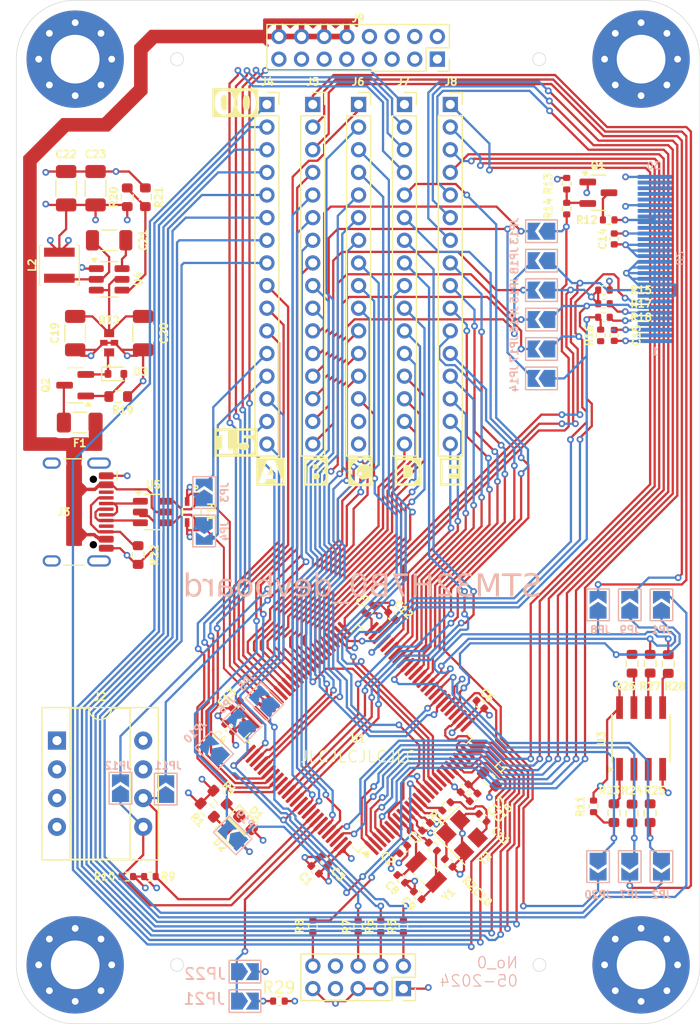
<source format=kicad_pcb>
(kicad_pcb (version 20240108) (generator "pcbnew") (generator_version "8.0")
  (layers (0 "F.Cu" signal) (1 "In1.Cu" power) (2 "In2.Cu" power) (31 "B.Cu" signal) (34 "B.Paste" user) (35 "F.Paste" user) (36 "B.SilkS" user "B.Silkscreen") (37 "F.SilkS" user "F.Silkscreen") (38 "B.Mask" user) (39 "F.Mask" user) (44 "Edge.Cuts" user))
  (net 0 "")
  (net 1 "+3V3")
  (net 2 "GND")
  (net 3 "/LSE_IN")
  (net 4 "Net-(C9-Pad1)")
  (net 5 "/HSE_IN")
  (net 6 "Net-(C11-Pad1)")
  (net 7 "Net-(C12-Pad1)")
  (net 8 "Net-(C13-Pad1)")
  (net 9 "+3.3VA")
  (net 10 "/power/BUCK_EN")
  (net 11 "Net-(D3-K)")
  (net 12 "/power/BUCK_BST")
  (net 13 "/power/BUCK_SW")
  (net 14 "Net-(D1-K)")
  (net 15 "Net-(D2-K)")
  (net 16 "/STATUS_LED")
  (net 17 "Net-(D3-A)")
  (net 18 "+5V")
  (net 19 "Net-(Q2-D)")
  (net 20 "Net-(FL1-Pad4)")
  (net 21 "Net-(FL1-Pad1)")
  (net 22 "/USB_DN")
  (net 23 "/USB_DP")
  (net 24 "/J1_SWO")
  (net 25 "/J1_SWDIO")
  (net 26 "/J1_NRST")
  (net 29 "/J1_SWCLK")
  (net 30 "/I2C_SDA")
  (net 31 "/I2C_SCL")
  (net 32 "Net-(J3-CC1)")
  (net 34 "Net-(J3-D+-PadA6)")
  (net 35 "Net-(J3-D--PadA7)")
  (net 41 "/A9")
  (net 42 "Net-(J4-Pin_8)")
  (net 43 "Net-(J4-Pin_7)")
  (net 44 "Net-(J4-Pin_14)")
  (net 45 "/A0")
  (net 46 "Net-(J4-Pin_15)")
  (net 47 "/A8")
  (net 48 "Net-(J4-Pin_12)")
  (net 49 "/A3")
  (net 50 "Net-(J4-Pin_13)")
  (net 51 "/A2")
  (net 52 "/A1")
  (net 53 "/A4")
  (net 54 "/A5")
  (net 55 "/A15")
  (net 56 "/A10")
  (net 57 "Net-(J5-Pin_13)")
  (net 58 "Net-(J5-Pin_8)")
  (net 59 "Net-(J5-Pin_12)")
  (net 60 "Net-(J5-Pin_14)")
  (net 61 "Net-(J5-Pin_2)")
  (net 62 "/B8")
  (net 63 "Net-(J5-Pin_15)")
  (net 64 "Net-(J5-Pin_16)")
  (net 65 "Net-(J5-Pin_1)")
  (net 66 "/B5")
  (net 67 "Net-(J5-Pin_11)")
  (net 68 "Net-(J5-Pin_7)")
  (net 69 "Net-(J5-Pin_4)")
  (net 70 "/B4")
  (net 71 "/B9")
  (net 72 "Net-(J5-Pin_3)")
  (net 73 "/C13")
  (net 74 "/C9")
  (net 75 "/C3_C")
  (net 76 "/C4")
  (net 77 "/C8")
  (net 78 "/C1")
  (net 79 "/C11")
  (net 80 "/C2_C")
  (net 82 "/C12")
  (net 83 "/C6")
  (net 84 "/C5")
  (net 86 "Net-(J6-Pin_1)")
  (net 87 "/C7")
  (net 88 "/C10")
  (net 89 "/D13")
  (net 90 "/D2")
  (net 91 "/D0")
  (net 92 "/D4")
  (net 93 "/D12")
  (net 94 "/D9")
  (net 95 "/D15")
  (net 96 "/D6")
  (net 97 "/D7")
  (net 98 "/D14")
  (net 99 "/D3")
  (net 100 "/D8")
  (net 101 "/D10")
  (net 102 "/D11")
  (net 103 "/D5")
  (net 104 "/D1")
  (net 105 "/E8")
  (net 106 "/E1")
  (net 107 "/E4")
  (net 108 "/E10")
  (net 109 "/E13")
  (net 110 "/E2")
  (net 111 "/E12")
  (net 112 "/E6")
  (net 113 "/E5")
  (net 114 "/E3")
  (net 115 "/E14")
  (net 116 "/E9")
  (net 117 "/E7")
  (net 118 "/E0")
  (net 119 "/E15")
  (net 120 "Net-(J8-Pin_12)")
  (net 121 "/QSPI1_IO3")
  (net 122 "/QSPI1_IO2")
  (net 123 "/SWDIO")
  (net 124 "/SWCLK")
  (net 125 "/QSPI1_IO1")
  (net 126 "/QSPI1_IO0")
  (net 127 "/QSPI1_SCK")
  (net 128 "/SWO")
  (net 129 "/LCD_BACKLIGHT")
  (net 130 "/LCD_RESET")
  (net 131 "/SPI2_NSS")
  (net 132 "/SPI2_SCK")
  (net 133 "/LCD_COMMAND")
  (net 134 "/SPI2_MOSI")
  (net 135 "/QSPI1_NSS")
  (net 136 "Net-(Q1-B)")
  (net 137 "Net-(Q1-C)")
  (net 138 "/LSE_OUT")
  (net 139 "/HSE_OUT")
  (net 140 "/NRST")
  (net 141 "Net-(U3-NCS)")
  (net 142 "/LCD_LEDK")
  (net 143 "/LCD_NSS")
  (net 144 "/LCD_RST")
  (net 145 "/power/BUCK_FB")
  (net 146 "Net-(U3-Q-DQ1)")
  (net 147 "Net-(U3-NW-DQ2)")
  (net 148 "Net-(U3-NH_DQ3)")
  (net 149 "Net-(U3-CLK)")
  (net 150 "Net-(U3-D-DQ0)")
  (net 151 "/BOOT0")
  (net 158 "Net-(JP21-B)")
  (footprint "MountingHole:MountingHole_4.3mm_M4_Pad_Via" (layer "F.Cu") (at 170 120)
    (property "Reference" "H4" (hide yes))
    (property "Value" "Mount" (hide yes))
  )
  (footprint "Resistor_SMD:R_0603_1608Metric" (layer "F.Cu") (at 169.2 93.400001 90)
    (property "Reference" "R26")
    (property "Value" "0" (hide yes))
  )
  (footprint "Package_TO_SOT_SMD:SOT-23" (layer "F.Cu") (at 120 68.8 180)
    (property "Reference" "Q2")
    (property "Value" "AO3401A" (hide yes))
  )
  (footprint "Resistor_SMD:R_0402_1005Metric" (layer "F.Cu") (at 124.6 112.2 180)
    (property "Reference" "R10")
    (property "Value" "2k2" (hide yes))
  )
  (footprint "Package_SO:PowerIntegrations_SO-8" (layer "F.Cu") (at 170 100 90)
    (property "Reference" "U3")
    (property "Value" "~" (hide yes))
  )
  (footprint "Connector_PinSocket_2.00mm:PinSocket_1x16_P2.00mm_Vertical" (layer "F.Cu") (at 136.94 44)
    (property "Reference" "J4")
    (property "Value" "PORT_A")
  )
  (footprint "Connector_USB:USB_C_Receptacle_HCTL_HC-TYPE-C-16P-01A" (layer "F.Cu") (at 119 80 -90)
    (property "Reference" "J3")
    (property "Value" "USB-C 16P")
  )
  (footprint "Package_TO_SOT_SMD:SOT-23-6" (layer "F.Cu") (at 123 59.450001)
    (property "Reference" "U4")
    (property "Value" "~")
  )
  (footprint "Resistor_SMD:R_0402_1005Metric" (layer "F.Cu") (at 151.6 109.560624 -45)
    (property "Reference" "R2")
    (property "Value" "47" (hide yes))
  )
  (footprint "Capacitor_SMD:C_1206_3216Metric" (layer "F.Cu") (at 120 64.2 -90)
    (property "Reference" "C19")
    (property "Value" "10u" (hide yes))
  )
  (footprint "Inductor_SMD:L_Changjiang_FNR3015S" (layer "F.Cu") (at 118.6 58.2 90)
    (property "Reference" "L2")
    (property "Value" "2u2" (hide yes))
  )
  (footprint "Resistor_SMD:R_0402_1005Metric" (layer "F.Cu") (at 166.717251 62.8)
    (property "Reference" "R18")
    (property "Value" "22")
  )
  (footprint "Resistor_SMD:R_0402_1005Metric" (layer "F.Cu") (at 166.42725 64.4 -90)
    (property "Reference" "R16")
    (property "Value" "2k2")
  )
  (footprint "Inductor_SMD:L_0603_1608Metric" (layer "F.Cu") (at 156.6 103.6 -45)
    (property "Reference" "L1")
    (property "Value" "39n" (hide yes))
  )
  (footprint "NFM18PC104R1C3D:NFM18PC104R1C3D_MUR" (layer "F.Cu") (at 123 65.0509 90)
    (property "Reference" "C18")
    (property "Value" "100n" (hide yes))
  )
  (footprint "Resistor_SMD:R_0402_1005Metric" (layer "F.Cu") (at 126.6 112.2)
    (property "Reference" "R9")
    (property "Value" "2k2" (hide yes))
  )
  (footprint "Resistor_SMD:R_0402_1005Metric" (layer "F.Cu") (at 163.42725 51 90)
    (property "Reference" "R13")
    (property "Value" "10k")
  )
  (footprint "Package_TO_SOT_SMD:SOT-23" (layer "F.Cu") (at 166.22725 51.8)
    (property "Reference" "Q1")
    (property "Value" "S8050")
  )
  (footprint "MountingHole:MountingHole_4.3mm_M4_Pad_Via" (layer "F.Cu") (at 120 40)
    (property "Reference" "H1" (hide yes))
    (property "Value" "Mount" (hide yes))
  )
  (footprint "Diode_SMD:D_SOD-523" (layer "F.Cu") (at 123.6 67.8)
    (property "Reference" "D3")
    (property "Value" "10v" (hide yes))
  )
  (footprint "Resistor_SMD:R_0603_1608Metric" (layer "F.Cu") (at 126.2 52.2 -90)
    (property "Reference" "R21")
    (property "Value" "10k" (hide yes))
  )
  (footprint "Capacitor_SMD:C_0402_1005Metric" (layer "F.Cu") (at 151 107.8 -135)
    (property "Reference" "C7")
    (property "Value" "100n" (hide yes))
  )
  (footprint "Resistor_SMD:R_0603_1608Metric" (layer "F.Cu") (at 125.56 83.8 90)
    (property "Reference" "R22")
    (property "Value" "5k1" (hide yes))
  )
  (footprint "Resistor_SMD:R_0603_1608Metric" (layer "F.Cu") (at 132.8 105.2 135)
    (property "Reference" "R1")
    (property "Value" "1k" (hide yes))
  )
  (footprint "Diode_SMD:D_0603_1608Metric" (layer "F.Cu") (at 135.045064 107.445064 -45)
    (property "Reference" "D1")
    (property "Value" "Red" (hide yes))
  )
  (footprint "Resistor_SMD:R_0402_1005Metric" (layer "F.Cu") (at 147 116.589998 90)
    (property "Reference" "R6")
    (property "Value" "22" (hide yes))
  )
  (footprint "Capacitor_SMD:C_0402_1005Metric" (layer "F.Cu") (at 154.4 104.4 -135)
    (property "Reference" "C17")
    (property "Value" "10n" (hide yes))
  )
  (footprint "Capacitor_SMD:C_0402_1005Metric" (layer "F.Cu") (at 150.260589 113.860589 135)
    (property "Reference" "C9")
    (property "Value" "12p" (hide yes))
  )
  (footprint "Capacitor_SMD:C_0402_1005Metric" (layer "F.Cu") (at 141.2 111.6 135)
    (property "Reference" "C1")
    (property "Value" "4u7" (hide yes))
  )
  (footprint "Resistor_SMD:R_0603_1608Metric" (layer "F.Cu") (at 131.66863 106.33137 -45)
    (property "Reference" "R4")
    (property "Value" "1k5" (hide yes))
  )
  (footprint "Resistor_SMD:R_0603_1608Metric" (layer "F.Cu") (at 123.8 69.8)
    (property "Reference" "R19")
    (property "Value" "10k" (hide yes))
  )
  (footprint "Connector_PinSocket_2.00mm:PinSocket_2x05_P2.00mm_Vertical" (layer "F.Cu") (at 149 122.099998 -90)
    (property "Reference" "J1" (hide yes))
    (property "Value" "SWD" (hide yes))
  )
  (footprint "Resistor_SMD:R_0603_1608Metric" (layer "F.Cu") (at 170.8 93.400001 90)
    (property "Reference" "R27")
    (property "Value" "0" (hide yes))
  )
  (footprint "Capacitor_SMD:C_1206_3216Metric" (layer "F.Cu") (at 119.2 51.4 90)
    (property "Reference" "C22")
    (property "Value" "22u" (hide yes))
  )
  (footprint "ACM2012_900_2P_T002:ACM2012_TDK" (layer "F.Cu") (at 130.2975 80 -90)
    (property "Reference" "FL1")
    (property "Value" " TDK ACM2012-900" (hide yes))
  )
  (footprint "Capacitor_SMD:C_0402_1005Metric" (layer "F.Cu") (at 156 107 135)
    (property "Reference" "C11")
    (property "Value" "20p" (hide yes))
  )
  (footprint "Capacitor_SMD:C_0402_1005Metric" (layer "F.Cu") (at 146 88.6 45)
    (property "Reference" "C5")
    (property "Value" "100n" (hide yes))
  )
  (footprint "Connector_PinSocket_2.00mm:PinSocket_2x08_P2.00mm_Vertical" (layer "F.Cu") (at 152 40 -90)
    (property "Reference" "J9")
    (property "Value" "Power_Conn" (hide yes))
  )
  (footprint "Capacitor_SMD:C_1206_3216Metric" (layer "F.Cu") (at 126 64.2 -90)
    (property "Reference" "C20")
    (property "Value" "10u" (hide yes))
  )
  (footprint "Capacitor_SMD:C_0402_1005Metric" (layer "F.Cu") (at 148.8 112.4 -45)
    (property "Reference" "C8")
    (property "Value" "12p" (hide yes))
  )
  (footprint "Resistor_SMD:R_0402_1005Metric" (layer "F.Cu") (at 167.137249 54.2)
    (property "Reference" "R12")
    (property "Value" "8r2")
  )
  (footprint "Connector_PinSocket_2.00mm:PinSocket_1x16_P2.00mm_Vertical" (layer "F.Cu") (at 140.99 44)
    (property "Reference" "J5")
    (property "Value" "PORT_B")
  )
  (footprint "Fuse:Fuse_1206_3216Metric" (layer "F.Cu") (at 120.4 72.1 180)
    (property "Reference" "F1")
    (property "Value" "250mA" (hide yes))
  )
  (footprint "Capacitor_SMD:C_1206_3216Metric" (layer "F.Cu") (at 121.8 51.4 90)
    (property "Reference" "C23")
    (property "Value" "22u" (hide yes))
  )
  (footprint "Capacitor_SMD:C_0402_1005Metric" (layer "F.Cu") (at 149 109.8 -135)
    (property "Reference" "C2")
    (property "Value" "100n" (hide yes))
  )
  (footprint "Package_DIP:CERDIP-8_W7.62mm_SideBrazed_Socket" (layer "F.Cu") (at 118.39 100.19)
    (property "Reference" "J2")
    (property "Value" "24LC512 socet" (hide yes))
  )
  (footprint "Capacitor_SMD:C_0402_1005Metric" (layer "F.Cu") (at 167.62725 55.88 -90)
    (property "Reference" "C14")
    (property "Value" "100n")
  )
  (footprint "Diode_SMD:D_0603_1608Metric" (layer "F.Cu") (at 133.913694 108.576434 -45)
    (property "Reference" "D2")
    (property "Value" "Blue" (hide yes))
  )
  (footprint "Capacitor_SMD:C_1206_3216Metric" (layer "F.Cu") (at 123 56)
    (property "Reference" "C21")
    (property "Value" "100n" (hide yes))
  )
  (footprint "MountingHole:MountingHole_4.3mm_M4_Pad_Via" (layer "F.Cu") (at 120 120)
    (property "Reference" "H3" (hide yes))
    (property "Value" "Mount" (hide yes))
  )
  (footprint "Resistor_SMD:R_0603_1608Metric" (layer "F.Cu") (at 169.199999 106.625 90)
    (property "Reference" "R24")
    (property "Value" "0" (hide yes))
  )
  (footprint "Capacitor_SMD:C_0402_1005Metric" (layer "F.Cu") (at 148 89.2 135)
    (property "Reference" "C12")
    (property "Value" "2u2" (hide yes))
  )
  (footprint "Resistor_SMD:R_0603_1608Metric" (layer "F.Cu") (at 124.6 52.2 -90)
    (property "Reference" "R20")
    (property "Value" "33k2" (hide yes))
  )
  (footprint "Resistor_SMD:R_0603_1608Metric" (layer "F.Cu") (at 172.399999 93.425 90)
    (property "Reference" "R28")
    (property "Value" "0" (hide yes))
  )
  (footprint "Resistor_SMD:R_0402_1005Metric" (layer "F.Cu") (at 166.717251 60.4)
    (property "Reference" "R15")
    (property "Value" "2k2")
  )
  (footprint "Crystal:Crystal_SMD_3215-2Pin_3.2x1.5mm" (layer "F.Cu") (at 151 111.8 135)
    (property "Reference" "Y1")
    (property "Value" "32.768KHz" (hide yes))
  )
  (footprint "Resistor_SMD:R_0603_1608Metric" (layer "F.Cu") (at 170.8 106.6 90)
    (property "Reference" "R25")
    (property "Value" "0" (hide yes))
  )
  (footprint "Package_QFP:LQFP-100_14x14mm_P0.5mm" (layer "F.Cu") (at 145 100 135)
    (property "Reference" "U1")
    (property "Value" "STM32H7B0VBT6")
  )
  (footprint "Capacitor_SMD:C_0402_1005Metric" (layer "F.Cu") (at 134.2 97 -135)
    (property "Reference" "C13")
    (property "Value" "2u2" (hide yes))
  )
  (footprint "Capacitor_SMD:C_0402_1005Metric" (layer "F.Cu") (at 155.2 105.2 -135)
    (property "Reference" "C16")
    (property "Value" "1u" (hide yes))
  )
  (footprint "Resistor_SMD:R_0402_1005Metric" (layer "F.Cu") (at 145 116.589999 90)
    (property "Reference" "R7")
    (property "Value" "22" (hide yes))
  )
  (footprint "Resistor_SMD:R_0603_1608Metric" (layer "F.Cu") (at 167.599999 106.6 90)
    (property "Reference" "R23")
    (property "Value" "0" (hide yes))
  )
  (footprint "Connector_PinSocket_2.00mm:PinSocket_1x16_P2.00mm_Vertical" (layer "F.Cu") (at 153.14 44)
    (property "Reference" "J8")
    (property "Value" "PORT_E")
  )
  (footprint "Capacitor_SMD:C_0402_1005Metric" (layer "F.Cu") (at 155.8 97 -45)
    (property "Reference" "C6")
    (property "Value" "100n" (hide yes))
  )
  (footprint "Crystal:Crystal_SMD_3225-4Pin_3.2x2.5mm" (layer "F.Cu") (at 154.176777 108.578858 -45)
    (property "Reference" "Y2")
    (property "Value" "25MHz" (hide yes))
  )
  (footprint "Capacitor_SMD:C_0402_1005Metric" (layer "F.Cu") (at 167.62725 64.4 -90)
    (property "Reference" "C15")
    (property "Value" "4u7")
  )
  (footprint "Connector_PinSocket_2.00mm:PinSocket_1x16_P2.00mm_Vertical" (layer "F.Cu") (at 145.04 44)
    (property "Reference" "J6")
    (property "Value" "PORT_C")
  )
  (footprint "Resistor_SMD:R_0402_1005Metric" (layer "F.Cu") (at 141 116.589999 90)
    (property "Reference" "R8")
    (property "Value" "22" (hide yes))
  )
  (footprint "Package_TO_SOT_SMD:SOT-23-6" (layer "F.Cu") (at 126.8975 80)
    (property "Reference" "U5")
    (property "Value" "USBLC6-2SC6" (hide yes))
  )
  (footprint "Resistor_SMD:R_0402_1005Metric" (layer "F.Cu") (at 165.8 106 90)
    (property "Reference" "R11")
    (property "Value" "2k2" (hide yes))
  )
  (footprint "Connector_PinSocket_2.00mm:PinSocket_1x16_P2.00mm_Vertical" (layer "F.Cu") (at 149.09 44)
    (property "Reference" "J7")
    (property "Value" "PORT_D")
  )
  (footprint "Capacitor_SMD:C_0402_1005Metric" (layer "F.Cu") (at 142 110.8 135)
    (property "Reference" "C3")
    (property "Value" "100n" (hide yes))
  )
  (footprint "Resistor_SMD:R_0402_1005Metric" (layer "F.Cu") (at 138 123.2)
    (property "Reference" "R29")
    (property "Value" "10k")
  )
  (footprint "MountingHole:MountingHole_4.3mm_M4_Pad_Via" (layer "F.Cu") (at 170 40)
    (property "Reference" "H2" (hide yes))
    (property "Value" "Mount" (hide yes))
  )
  (footprint "Resistor_SMD:R_0402_1005Metric" (layer "F.Cu") (at 149 116.589999 90)
    (property "Reference" "R5")
    (property "Value" "22" (hide yes))
  )
  (footprint "Resistor_SMD:R_0402_1005Metric" (layer "F.Cu") (at 163.42725 53.2 90)
    (property "Reference" "R14")
    (property "Value" "1k")
  )
  (footprint "Capacitor_SMD:C_0402_1005Metric" (layer "F.Cu") (at 133.6 99.060589 135)
    (property "Reference" "C4")
    (property "Value" "100n" (hide yes))
  )
  (footprint "Resistor_SMD:R_0402_1005Metric" (layer "F.Cu") (at 166.717251 61.6 180)
    (property "Reference" "R17")
    (property "Value" "22")
  )
  (footprint "Resistor_SMD:R_0402_1005Metric" (layer "F.Cu") (at 152.8 106 45)
    (property "Reference" "R3")
    (property "Value" "47" (hide yes))
  )
  (footprint "Capacitor_SMD:C_0402_1005Metric" (layer "F.Cu") (at 153 111 -45)
    (property "Reference" "C10")
    (property "Value" "20p" (hide yes))
  )
  (footprint "Jumper:SolderJumper-2_P1.3mm_Open_TrianglePad1.0x1.5mm" (layer "B.Cu") (at 161.2 63 180)
    (property "Reference" "JP16")
    (property "Value" "~")
  )
  (footprint "Jumper:SolderJumper-2_P1.3mm_Open_TrianglePad1.0x1.5mm" (layer "B.Cu") (at 169 88.2 90)
    (property "Reference" "JP9")
    (property "Value" "~")
  )
  (footprint "Jumper:SolderJumper-2_P1.3mm_Open_TrianglePad1.0x1.5mm" (layer "B.Cu") (at 171.8 88.2 90)
    (property "Reference" "JP1")
    (property "Value" "~")
  )
  (footprint "Jumper:SolderJumper-2_P1.3mm_Open_TrianglePad1.0x1.5mm" (layer "B.Cu") (at 171.8 111.324999 -90)
    (property "Reference" "JP2")
    (property "Value" "~")
  )
  (footprint "Custom:FPC_30_soldered" (layer "B.Cu") (at 169.7 57.65 90)
    (property "Reference" "U2")
    (property "Value" "~")
  )
  (footprint "Jumper:SolderJumper-2_P1.3mm_Open_TrianglePad1.0x1.5mm" (layer "B.Cu") (at 131.4 78.275001 90)
    (property "Reference" "JP3")
    (property "Value" "~")
  )
  (footprint "Jumper:SolderJumper-2_P1.3mm_Open_TrianglePad1.0x1.5mm" (layer "B.Cu") (at 166.2 111.324999 -90)
    (property "Reference" "JP20")
    (property "Value" "~")
  )
  (footprint "Jumper:SolderJumper-2_P1.3mm_Open_TrianglePad1.0x1.5mm" (layer "B.Cu") (at 161.2 65.6 180)
    (property "Reference" "JP17")
    (property "Value" "~")
  )
  (footprint "Jumper:SolderJumper-2_P1.3mm_Open_TrianglePad1.0x1.5mm" (layer "B.Cu") (at 133.913694 108.576434 135)
    (property "Reference" "JP19")
    (property "Value" "~")
  )
  (footprint "Jumper:SolderJumper-2_P1.3mm_Open_TrianglePad1.0x1.5mm" (layer "B.Cu") (at 135 123.2)
    (property "Reference" "JP21")
    (property "Value" "~")
  )
  (footprint "Jumper:SolderJumper-2_P1.3mm_Open_TrianglePad1.0x1.5mm" (layer "B.Cu") (at 166.2 88.2 90)
    (property "Reference" "JP8")
    (property "Value" "~")
  )
  (footprint "Jumper:SolderJumper-2_P1.3mm_Open_TrianglePad1.0x1.5mm" (layer "B.Cu") (at 131.4 81.675001 -90)
    (property "Reference" "JP4")
    (property "Value" "~")
  )
  (footprint "Jumper:SolderJumper-2_P1.3mm_Open_TrianglePad1.0x1.5mm" (layer "B.Cu") (at 134.712652 98.712652 135)
    (property "Reference" "JP6")
    (property "Value" "~")
  )
  (footprint "Jumper:SolderJumper-2_P1.3mm_Open_TrianglePad1.0x1.5mm" (layer "B.Cu") (at 136.712652 96.712652 135)
    (property "Reference" "JP5")
    (property "Value" "~")
  )
  (footprint "Jumper:SolderJumper-2_P1.3mm_Open_TrianglePad1.0x1.5mm" (layer "B.Cu") (at 161.2 60.4 180)
    (property "Reference" "JP15")
    (property "Value" "~")
  )
  (footprint "Jumper:SolderJumper-2_P1.3mm_Open_TrianglePad1.0x1.5mm" (layer "B.Cu") (at 128 104.475001 90)
    (property "Reference" "JP11")
    (property "Value" "~")
  )
  (footprint "Jumper:SolderJumper-2_P1.3mm_Open_TrianglePad1.0x1.5mm" (layer "B.Cu") (at 161.2 68.2 180)
    (property "Reference" "JP14")
    (property "Value" "~")
  )
  (footprint "Jumper:SolderJumper-2_P1.3mm_Open_TrianglePad1.0x1.5mm" (layer "B.Cu") (at 124 104.4 90)
    (property "Reference" "JP12")
    (property "Value" "~")
  )
  (footprint "Jumper:SolderJumper-2_P1.3mm_Open_TrianglePad1.0x1.5mm" (layer "B.Cu") (at 161.2 55.2 180)
    (property "Reference" "JP13")
    (property "Value" "~")
  )
  (footprint "Jumper:SolderJumper-2_P1.3mm_Open_TrianglePad1.0x1.5mm" (layer "B.Cu") (at 161.2 57.8 180)
    (property "Reference" "JP18")
    (property "Value" "~")
  )
  (footprint "Jumper:SolderJumper-2_P1.3mm_Open_TrianglePad1.0x1.5mm" (layer "B.Cu") (at 135 120.6)
    (property "Reference" "JP22")
    (property "Value" "~")
  )
  (footprint "Jumper:SolderJumper-2_P1.3mm_Open_TrianglePad1.0x1.5mm" (layer "B.Cu") (at 169 111.324999 -90)
    (property "Reference" "JP7")
    (property "Value" "~")
  )
  (footprint "Jumper:SolderJumper-2_P1.3mm_Open_TrianglePad1.0x1.5mm" (layer "B.Cu") (at 132.287348 101.087348 135)
    (property "Reference" "JP10")
    (property "Value" "~")
  )
  (gr_line (start 114.8 120) (end 114.8 40) (stroke (width 0.05)) (layer "Edge.Cuts"))
  (gr_circle (center 161 40) (end 161.576 40) (stroke (width 0.05)) (fill none) (layer "Edge.Cuts"))
  (gr_line (start 170 125.2) (end 120 125.2) (stroke (width 0.05)) (layer "Edge.Cuts"))
  (gr_line (start 120 34.8) (end 170 34.8) (stroke (width 0.05)) (layer "Edge.Cuts"))
  (gr_circle (center 161.024 120) (end 161.6 120) (stroke (width 0.05)) (fill none) (layer "Edge.Cuts"))
  (gr_arc (start 114.8 40) (mid 116.323045 36.323045) (end 120 34.8) (stroke (width 0.05)) (layer "Edge.Cuts"))
  (gr_circle (center 129 120) (end 129.576 120) (stroke (width 0.05)) (fill none) (layer "Edge.Cuts"))
  (gr_arc (start 175.2 120) (mid 173.676955 123.676955) (end 170 125.2) (stroke (width 0.05)) (layer "Edge.Cuts"))
  (gr_arc (start 120 125.2) (mid 116.323045 123.676955) (end 114.8 120) (stroke (width 0.05)) (layer "Edge.Cuts"))
  (gr_circle (center 129 40) (end 129.576 40) (stroke (width 0.05)) (fill none) (layer "Edge.Cuts"))
  (gr_line (start 175.2 40) (end 175.2 120) (stroke (width 0.05)) (layer "Edge.Cuts"))
  (gr_arc (start 170 34.8) (mid 173.676955 36.323045) (end 175.2 40) (stroke (width 0.05)) (layer "Edge.Cuts"))
  (gr_text "30" (at 171.8 49.8 0) (layer "B.SilkS") (effects (font (size 0.65 0.65) (thickness 0.1)) (justify left bottom mirror)))
  (gr_text "No_0\n05-2024" (at 159.2 122 0) (layer "B.SilkS") (effects (font (size 1 1) (thickness 0.1)) (justify left bottom mirror)))
  (gr_text "STM32H7B0_devboard" (at 161.2 87.8 0) (layer "B.SilkS") (effects (font (size 2 2) (thickness 0.1)) (justify left bottom mirror)))
  (gr_text "1" (at 171.6 66.2 0) (layer "B.SilkS") (effects (font (size 0.65 0.65) (thickness 0.1)) (justify left bottom mirror)))
  (gr_text "00" (at 132.2 45.2 0) (layer "F.SilkS" knockout) (effects (font (size 2 2) (thickness 0.2) (bold yes)) (justify left bottom)))
  (gr_text "B" (at 140.2 77.8 0) (layer "F.SilkS" knockout) (effects (font (size 2 2) (thickness 0.2) (bold yes)) (justify left bottom)))
  (gr_text "D" (at 148.2 77.8 0) (layer "F.SilkS" knockout) (effects (font (size 2 2) (thickness 0.2) (bold yes)) (justify left bottom)))
  (gr_text "A" (at 136.2 77.8 0) (layer "F.SilkS" knockout) (effects (font (size 2 2) (thickness 0.2) (bold yes)) (justify left bottom)))
  (gr_text "C" (at 144.2 77.8 0) (layer "F.SilkS" knockout) (effects (font (size 2 2) (thickness 0.2) (bold yes)) (justify left bottom)))
  (gr_text "," (at 154.8 113.6 0) (layer "F.SilkS") (effects (font (size 1 1) (thickness 0.1)) (justify left bottom)))
  (gr_text "E" (at 152.2 77.8 0) (layer "F.SilkS" knockout) (effects (font (size 2 2) (thickness 0.2) (bold yes)) (justify left bottom)))
  (gr_text "JLCJLCJLCJLC" (at 139.8 102.2 0) (layer "F.SilkS") (effects (font (size 1 1) (thickness 0.1)) (justify left bottom)))
  (gr_text "15" (at 132.2 75.2 0) (layer "F.SilkS" knockout) (effects (font (size 2 2) (thickness 0.2) (bold yes)) (justify left bottom)))
  (segment (start 127.090001 113.2) (end 126.090001 112.2) (width 0.2) (layer "F.Cu") (net 1))
  (segment (start 167.22725 60.4) (end 167.22725 59.62725) (width 0.2) (layer "F.Cu") (net 1))
  (segment (start 165.8 105.490001) (end 165.8 104.8) (width 0.2) (layer "F.Cu") (net 1))
  (segment (start 125.109999 112.2) (end 126.090001 112.2) (width 0.2) (layer "F.Cu") (net 1))
  (segment (start 141.539411 111.939411) (end 142.339411 111.139411) (width 0.2) (layer "F.Cu") (net 1))
  (segment (start 143.809137 109.669685) (end 143.815596 109.669685) (width 0.2) (layer "F.Cu") (net 1))
  (segment (start 142.339411 111.139411) (end 143.239411 110.239411) (width 0.2) (layer "F.Cu") (net 1))
  (segment (start 119.4 56.25) (end 119.4 56) (width 0.2) (layer "F.Cu") (net 1))
  (segment (start 149 122.099998) (end 151.100002 122.099998) (width 0.2) (layer "F.Cu") (net 1))
  (segment (start 138.509999 123.2) (end 139.4 123.2) (width 0.2) (layer "F.Cu") (net 1))
  (segment (start 143.815596 110.015596) (end 144.4 110.6) (width 0.2) (layer "F.Cu") (net 1))
  (segment (start 147.952171 107.901918) (end 149.339411 109.289158) (width 0.2) (layer "F.Cu") (net 1))
  (segment (start 118.6 57.05) (end 118.6 55.6) (width 0.2) (layer "F.Cu") (net 1))
  (segment (start 118.6 57.05) (end 118.6 56.8) (width 0.2) (layer "F.Cu") (net 1))
  (segment (start 146.63888 88.939411) (end 146.866892 89.167423) (width 0.2) (layer "F.Cu") (net 1))
  (segment (start 143.239411 110.239411) (end 143.809137 109.669685) (width 0.2) (layer "F.Cu") (net 1))
  (segment (start 118.35 56.8) (end 117.8 56.25) (width 0.2) (layer "F.Cu") (net 1))
  (segment (start 127.2 113.2) (end 127.090001 113.2) (width 0.2) (layer "F.Cu") (net 1))
  (segment (start 154.316132 98.462043) (end 155.460589 97.317586) (width 0.2) (layer "F.Cu") (net 1))
  (segment (start 146.184404 90.330315) (end 146.184404 89.463226) (width 0.2) (layer "F.Cu") (net 1))
  (segment (start 156.6 104.713694) (end 156.6 105.2) (width 0.2) (layer "F.Cu") (net 1))
  (segment (start 121.8 52.875001) (end 121.8 54.2) (width 0.2) (layer "F.Cu") (net 1))
  (segment (start 133.939411 100.339411) (end 134.2 100.6) (width 0.2) (layer "F.Cu") (net 1))
  (segment (start 168.095001 97.275) (end 168.095001 95.495001) (width 0.2) (layer "F.Cu") (net 1))
  (segment (start 168.095001 95.495001) (end 167.8 95.2) (width 0.2) (layer "F.Cu") (net 1))
  (segment (start 143.815596 109.669685) (end 143.815596 110.015596) (width 0.2) (layer "F.Cu") (net 1))
  (segment (start 118.6 55.6) (end 119.2 55) (width 0.2) (layer "F.Cu") (net 1))
  (segment (start 166.999999 103.6) (end 167 98.37) (width 0.2) (layer "F.Cu") (net 1))
  (segment (start 143.463226 110.015596) (end 143.239411 110.239411) (width 0.2) (layer "F.Cu") (net 1))
  (segment (start 155.460589 97.317586) (end 155.460589 96.660589) (width 0.2) (layer "F.Cu") (net 1))
  (segment (start 151.927206 107.575736) (end 151.824264 107.575736) (width 0.2) (layer "F.Cu") (net 1))
  (segment (start 135.330315 98.815596) (end 134.523815 98.815596) (width 0.2) (layer "F.Cu") (net 1))
  (segment (start 150.585787 107) (end 150.878822 107) (width 0.2) (layer "F.Cu") (net 1))
  (segment (start 117.475001 52.875001) (end 117.4 52.8) (width 0.2) (layer "F.Cu") (net 1))
  (segment (start 149.339411 109.460589) (end 149.339411 110.323259) (width 0.2) (layer "F.Cu") (net 1))
  (segment (start 165.8 104.8) (end 166.999999 103.6) (width 0.2) (layer "F.Cu") (net 1))
  (segment (start 124.6 53.025) (end 124.6 54.2) (width 0.2) (layer "F.Cu") (net 1))
  (segment (start 151.824264 107.575736) (end 151.8 107.6) (width 0.2) (layer "F.Cu") (net 1))
  (segment (start 151.812059 107.460589) (end 151.927206 107.575736) (width 0.2) (layer "F.Cu") (net 1))
  (segment (start 149.339411 110.323259) (end 148.66267 111) (width 0.2) (layer "F.Cu") (net 1))
  (segment (start 167.22725 59.62725) (end 167.2 59.6) (width 0.2) (layer "F.Cu") (net 1))
  (segment (start 117.8 56.25) (end 117.8 56) (width 0.2) (layer "F.Cu") (net 1))
  (segment (start 157.156847 104.156847) (end 156.6 104.713694) (width 0.2) (layer "F.Cu") (net 1))
  (segment (start 134.523815 98.815596) (end 133.939411 99.4) (width 0.2) (layer "F.Cu") (net 1))
  (segment (start 151.339411 107.460589) (end 151.812059 107.460589) (width 0.2) (layer "F.Cu") (net 1))
  (segment (start 125.109999 112.2) (end 125.2 112.2) (width 0.2) (layer "F.Cu") (net 1))
  (segment (start 124.450001 52.875001) (end 124.6 53.025) (width 0.2) (layer "F.Cu") (net 1))
  (segment (start 146.184404 89.463226) (end 145.660589 88.939411) (width 0.2) (layer "F.Cu") (net 1))
  (segment (start 149.719938 106.134151) (end 150.585787 107) (width 0.2) (layer "F.Cu") (net 1))
  (segment (start 148.66267 111) (end 148.6 111) (width 0.2) (layer "F.Cu") (net 1))
  (segment (start 119.2 52.875001) (end 121.8 52.875001) (width 0.2) (layer "F.Cu") (net 1))
  (segment (start 141.539411 111.939411) (end 141.725195 111.939411) (width 0.2) (layer "F.Cu") (net 1))
  (segment (start 167 98.37) (end 168.095 97.275) (width 0.2) (layer "F.Cu") (net 1))
  (segment (start 167.64725 63.9) (end 167.62725 63.92) (width 0.2) (layer "F.Cu") (net 1))
  (segment (start 135.601911 108.001911) (end 136.6 109) (width 0.2) (layer "F.Cu") (net 1))
  (segment (start 153.299934 99.478241) (end 154.316132 98.462043) (width 0.2) (layer "F.Cu") (net 1))
  (segment (start 149.339411 109.289158) (end 149.339411 109.460589) (width 0.2) (layer "F.Cu") (net 1))
  (segment (start 162.709999 50.490001) (end 162.6 50.6) (width 0.2) (layer "F.Cu") (net 1))
  (segment (start 142.207108 112.607108) (end 141.539411 111.939411) (width 0.2) (layer "F.Cu") (net 1))
  (segment (start 118.85 56.8) (end 119.4 56.25) (width 0.2) (layer "F.Cu") (net 1))
  (segment (start 142.392892 111.192892) (end 142.339411 111.139411) (width 0.2) (layer "F.Cu") (net 1))
  (segment (start 168.62725 63.9) (end 167.64725 63.9) (width 0.2) (layer "F.Cu") (net 1))
  (segment (start 118.6 56.8) (end 118.35 56.8) (width 0.2) (layer "F.Cu") (net 1))
  (segment (start 121.8 52.875001) (end 124.450001 52.875001) (width 0.2) (layer "F.Cu") (net 1))
  (segment (start 168.62725 55.4) (end 167.62725 55.4) (width 0.2) (layer "F.Cu") (net 1))
  (segment (start 119.2 52.875001) (end 117.475001 52.875001) (width 0.2) (layer "F.Cu") (net 1))
  (segment (start 145.660589 88.939411) (end 146.63888 88.939411) (width 0.2) (layer "F.Cu") (net 1))
  (segment (start 142.392892 112.607108) (end 142.392892 111.192892) (width 0.2) (layer "F.Cu") (net 1))
  (segment (start 142.392892 112.607108) (end 142.207108 112.607108) (width 0.2) (layer "F.Cu") (net 1))
  (segment (start 133.939411 99.4) (end 133.939411 100.339411) (width 0.2) (layer "F.Cu") (net 1))
  (segment (start 151.100002 122.099998) (end 151.2 122) (width 0.2) (layer "F.Cu") (net 1))
  (segment (start 119.2 55) (end 119.2 52.875001) (width 0.2) (layer "F.Cu") (net 1))
  (segment (start 125.2 112.2) (end 126.2 113.2) (width 0.2) (layer "F.Cu") (net 1))
  (segment (start 153.299934 99.500065) (end 153.299934 99.478241) (width 0.2) (layer "F.Cu") (net 1))
  (segment (start 150.878822 107) (end 151.339411 107.460589) (width 0.2) (layer "F.Cu") (net 1))
  (segment (start 143.815596 110.015596) (end 143.463226 110.015596) (width 0.2) (layer "F.Cu") (net 1))
  (segment (start 163.42725 50.490001) (end 162.709999 50.490001) (width 0.2) (layer "F.Cu") (net 1))
  (segment (start 118.6 56.8) (end 118.85 56.8) (width 0.2) (layer "F.Cu") (net 1))
  (via (at 139.4 123.2) (size 0.6) (drill 0.3) (layers "F.Cu" "B.Cu") (net 1))
  (via (at 146.866892 89.167423) (size 0.6) (drill 0.3) (layers "F.Cu" "B.Cu") (net 1))
  (via (at 148.6 111) (size 0.6) (drill 0.3) (layers "F.Cu" "B.Cu") (net 1))
  (via (at 136.6 109) (size 0.6) (drill 0.3) (layers "F.Cu" "B.Cu") (net 1))
  (via (at 144.4 110.6) (size 0.6) (drill 0.3) (layers "F.Cu" "B.Cu") (net 1))
  (via (at 142.392892 112.607108) (size 0.6) (drill 0.3) (layers "F.Cu" "B.Cu") (net 1))
  (via (at 151.927206 107.575736) (size 0.6) (drill 0.3) (layers "F.Cu" "B.Cu") (net 1))
  (via (at 166.4 104.2) (size 0.6) (drill 0.3) (layers "F.Cu" "B.Cu") (net 1))
  (via (at 153.299934 99.500065) (size 0.6) (drill 0.3) (layers "F.Cu" "B.Cu") (net 1))
  (via (at 168.62725 55.4) (size 0.6) (drill 0.3) (layers "F.Cu" "B.Cu") (net 1))
  (via (at 124.6 54.2) (size 0.6) (drill 0.3) (layers "F.Cu" "B.Cu") (net 1))
  (via (at 167.8 95.2) (size 0.6) (drill 0.3) (layers "F.Cu" "B.Cu") (net 1))
  (via (at 168.62725 63.9) (size 0.6) (drill 0.3) (layers "F.Cu" "B.Cu") (net 1))
  (via (at 127.2 113.2) (size 0.6) (drill 0.3) (layers "F.Cu" "B.Cu") (net 1))
  (via (at 119.4 56) (size 0.6) (drill 0.3) (layers "F.Cu" "B.Cu") (net 1))
  (via (at 117.4 52.8) (size 0.6) (drill 0.3) (layers "F.Cu" "B.Cu") (net 1))
  (via (at 126.2 113.2) (size 0.6) (drill 0.3) (layers "F.Cu" "B.Cu") (net 1))
  (via (at 117.8 56) (size 0.6) (drill 0.3) (layers "F.Cu" "B.Cu") (net 1))
  (via (at 162.6 50.6) (size 0.6) (drill 0.3) (layers "F.Cu" "B.Cu") (net 1))
  (via (at 167.2 59.6) (size 0.6) (drill 0.3) (layers "F.Cu" "B.Cu") (net 1))
  (via (at 134.2 100.6) (size 0.6) (drill 0.3) (layers "F.Cu" "B.Cu") (net 1))
  (via (at 151.2 122) (size 0.6) (drill 0.3) (layers "F.Cu" "B.Cu") (net 1))
  (via (at 156.6 105.2) (size 0.6) (drill 0.3) (layers "F.Cu" "B.Cu") (net 1))
  (via (at 121.8 54.2) (size 0.6) (drill 0.3) (layers "F.Cu" "B.Cu") (net 1))
  (segment (start 171.2 63.9) (end 168.62725 63.9) (width 0.2) (layer "B.Cu") (net 1))
  (segment (start 168.62725 55.4) (end 171.2 55.4) (width 0.2) (layer "B.Cu") (net 1))
  (segment (start 167.62725 63.92) (end 167.417249 63.92) (width 0.2) (layer "B.Cu") (net 1))
  (segment (start 171.2 63.4) (end 171.2 63.9) (width 0.2) (layer "B.Cu") (net 1))
  (segment (start 171.2 64.4) (end 171.2 63.9) (width 0.2) (layer "B.Cu") (net 1))
  (segment (start 167.64725 63.9) (end 167.62725 63.92) (width 0.2) (layer "B.Cu") (net 1))
  (segment (start 146.582842 88.017158) (end 146.339411 88.260589) (width 0.2) (layer "F.Cu") (net 2))
  (segment (start 146.999999 122.099998) (end 145 122.099998) (width 0.2) (layer "F.Cu") (net 2))
  (segment (start 121.906 65.675001) (end 121.9905 65.5905) (width 0.2) (layer "F.Cu") (net 2))
  (segment (start 121.9905 65.5905) (end 122.530101 65.0509) (width 0.2) (layer "F.Cu") (net 2))
  (segment (start 154.060589 104.739411) (end 153.982052 104.739411) (width 0.2) (layer "F.Cu") (net 2))
  (segment (start 121.4 66.2) (end 120.524999 66.2) (width 0.2) (layer "F.Cu") (net 2))
  (segment (start 150.660589 108.139411) (end 151.170582 108.139411) (width 0.2) (layer "F.Cu") (net 2))
  (segment (start 150 112.6) (end 149.278822 112.6) (width 0.2) (layer "F.Cu") (net 2))
  (segment (start 150.2 107.678822) (end 150.660589 108.139411) (width 0.2) (layer "F.Cu") (net 2))
  (segment (start 143.462043 109.316132) (end 142.317586 110.460589) (width 0.2) (layer "F.Cu") (net 2))
  (segment (start 148.017158 88.017158) (end 146.582842 88.017158) (width 0.2) (layer "F.Cu") (net 2))
  (segment (start 165.28975 50.85) (end 165.28975 51.71025) (width 0.2) (layer "F.Cu") (net 2))
  (segment (start 131.085267 105.748007) (end 132.216637 104.616637) (width 0.2) (layer "F.Cu") (net 2))
  (segment (start 140.860589 111.260589) (end 141.660589 110.460589) (width 0.2) (layer "F.Cu") (net 2))
  (segment (start 156.139411 97.339411) (end 156.139411 97.490882) (width 0.2) (layer "F.Cu") (net 2))
  (segment (start 150 113.442356) (end 149.921178 113.521178) (width 0.2) (layer "F.Cu") (net 2))
  (segment (start 154 107.202081) (end 154.176777 107.378858) (width 0.2) (layer "F.Cu") (net 2))
  (segment (start 154.539411 106.660589) (end 154 107.2) (width 0.2) (layer "F.Cu") (net 2))
  (segment (start 154.353554 109.957716) (end 154.353554 110.325268) (width 0.2) (layer "F.Cu") (net 2))
  (segment (start 154.176777 107.378858) (end 154.176777 108.6) (width 0.2) (layer "F.Cu") (net 2))
  (segment (start 124.6 66.2) (end 125.475001 66.2) (width 0.2) (layer "F.Cu") (net 2))
  (segment (start 124.094 65.675001) (end 124.094 65.694) (width 0.2) (layer "F.Cu") (net 2))
  (segment (start 133.860589 97.339411) (end 133.860589 98.121178) (width 0.2) (layer "F.Cu") (net 2))
  (segment (start 120.700002 58.500002) (end 120.6 58.4) (width 0.2) (layer "F.Cu") (net 2))
  (segment (start 171.904999 104.304999) (end 171.904999 102.725) (width 0.2) (layer "F.Cu") (net 2))
  (segment (start 154.353554 109.957716) (end 154.353554 111.646446) (width 0.2) (layer "F.Cu") (net 2))
  (segment (start 120 65.675001) (end 121.906 65.675001) (width 0.2) (layer "F.Cu") (net 2))
  (segment (start 154.353554 111.646446) (end 154 112) (width 0.2) (layer "F.Cu") (net 2))
  (segment (start 154.176777 108.6) (end 154.176777 108.428805) (width 0.2) (layer "F.Cu") (net 2))
  (segment (start 131.085267 105.748007) (end 130.948007 105.748007) (width 0.2) (layer "F.Cu") (net 2))
  (segment (start 121.8625 58.500002) (end 120.700002 58.500002) (width 0.2) (layer "F.Cu") (net 2))
  (segment (start 122.745 83.2) (end 123.96 83.200001) (width 0.2) (layer "F.Cu") (net 2))
  (segment (start 167.62725 64.88) (end 168.62725 64.88) (width 0.2) (layer "F.Cu") (net 2))
  (segment (start 154.669685 98.815596) (end 154.669685 98.809137) (width 0.2) (layer "F.Cu") (net 2))
  (segment (start 141.660589 110.460589) (end 140.339411 110.460589) (width 0.2) (layer "F.Cu") (net 2))
  (segment (start 154.176777 109.780939) (end 154.353554 109.957716) (width 0.2) (layer "F.Cu") (net 2))
  (segment (start 154.669685 98.809137) (end 156.139411 97.339411) (width 0.2) (layer "F.Cu") (net 2))
  (segment (start 143 123.2) (end 142.100002 123.2) (width 0.2) (layer "F.Cu") (net 2))
  (segment (start 147.660589 88.860589) (end 147.060589 88.260589) (width 0.2) (layer "F.Cu") (net 2))
  (segment (start 167.62725 56.36) (end 168.58725 56.36) (width 0.2) (layer "F.Cu") (net 2))
  (segment (start 142.317586 110.460589) (end 141.660589 110.460589) (width 0.2) (layer "F.Cu") (net 2))
  (segment (start 121.4 66.181) (end 121.4 66.2) (width 0.2) (layer "F.Cu") (net 2))
  (segment (start 147.660589 88.373727) (end 148.017158 88.017158) (width 0.2) (layer "F.Cu") (net 2))
  (segment (start 146.537957 90.683868) (end 147.660589 89.561236) (width 0.2) (layer "F.Cu") (net 2))
  (segment (start 134.561236 97.339411) (end 133.860589 97.339411) (width 0.2) (layer "F.Cu") (net 2))
  (segment (start 122.530101 65.0509) (end 123.469899 65.0509) (width 0.2) (layer "F.Cu") (net 2))
  (segment (start 125.76 80.349999) (end 125.76 80) (width 0.2) (layer "F.Cu") (net 2))
  (segment (start 124.749999 49.924999) (end 123.6 49.924999) (width 0.2) (layer "F.Cu") (net 2))
  (segment (start 125.475001 66.2) (end 126 65.675001) (width 0.2) (layer "F.Cu") (net 2))
  (segment (start 140.292892 110.507108) (end 140.292892 110.692892) (width 0.2) (layer "F.Cu") (net 2))
  (segment (start 135.683868 98.462043) (end 134.561236 97.339411) (width 0.2) (layer "F.Cu") (net 2))
  (segment (start 130.948007 105.748007) (end 130 104.8) (width 0.2) (layer "F.Cu") (net 2))
  (segment (start 150 112.6) (end 150 113.442356) (width 0.2) (layer "F.Cu") (net 2))
  (segment (start 119.2 49.924999) (end 117.475001 49.924999) (width 0.2) (layer "F.Cu") (net 2))
  (segment (start 126.2 51.375) (end 124.749999 49.924999) (width 0.2) (layer "F.Cu") (net 2))
  (segment (start 123.96 83.200001) (end 125.385 84.625) (width 0.2) (layer "F.Cu") (net 2))
  (segment (start 149.366384 106.487705) (end 150.2 107.321321) (width 0.2) (layer "F.Cu") (net 2))
  (segment (start 143 123.2) (end 143 123.4) (width 0.2) (layer "F.Cu") (net 2))
  (segment (start 132.216637 104.616637) (end 131.2 103.6) (width 0.2) (layer "F.Cu") (net 2))
  (segment (start 156.139411 97.490882) (end 156.600758 97.952229) (width 0.2) (layer "F.Cu") (net 2))
  (segment (start 168.58725 56.36) (end 168.62725 56.4) (width 0.2) (layer "F.Cu") (net 2))
  (segment (start 147.918007 110.524266) (end 147.918007 111.500085) (width 0.2) (layer "F.Cu") (net 2))
  (segment (start 124.625 69.8) (end 126 68.425) (width 0.2) (layer "F.Cu") (net 2))
  (segment (start 155.660589 106.660589) (end 154.539411 106.660589) (width 0.2) (layer "F.Cu") (net 2))
  (segment (start 154.353554 110.325268) (end 153.339411 111.339411) (width 0.2) (layer "F.Cu") (net 2))
  (segment (start 147.660589 89.561236) (end 147.660589 88.860589) (width 0.2) (layer "F.Cu") (net 2))
  (segment (start 140.292892 110.692892) (end 140.860589 111.260589) (width 0.2) (layer "F.Cu") (net 2))
  (segment (start 143.899998 123.2) (end 143 123.2) (width 0.2) (layer "F.Cu") (net 2))
  (segment (start 132.6 98) (end 133.260589 97.339411) (width 0.2) (layer "F.Cu") (net 2))
  (segment (start 154.060589 104.739411) (end 154.860589 105.539411) (width 0.2) (layer "F.Cu") (net 2))
  (segment (start 165.28975 51.71025) (end 165.2 51.8) (width 0.2) (layer "F.Cu") (net 2))
  (segment (start 149.278822 112.6) (end 149.139411 112.739411) (width 0.2) (layer "F.Cu") (net 2))
  (segment (start 154 107.2) (end 154 107.202081) (width 0.2) (layer "F.Cu") (net 2))
  (segment (start 148.660589 110.139411) (end 148.302862 110.139411) (width 0.2) (layer "F.Cu") (net 2))
  (segment (start 150.2 107.321321) (end 150.2 107.678822) (width 0.2) (layer "F.Cu") (net 2))
  (segment (start 121.9905 65.5905) (end 121.4 66.181) (width 0.2) (layer "F.Cu") (net 2))
  (segment (start 154.176777 108.6) (end 154.176777 109.780939) (width 0.2) (layer "F.Cu") (net 2))
  (segment (start 125.56 84.625) (end 126.3925 83.7925) (width 0.2) (layer "F.Cu") (net 2))
  (segment (start 126.463052 80.349999) (end 125.76 80.349999) (width 0.2) (layer "F.Cu") (net 2))
  (segment (start 133.860589 98.121178) (end 133.260589 98.721178) (width 0.2) (layer "F.Cu") (net 2))
  (segment (start 121.8 49.924999) (end 119.2 49.924999) (width 0.2) (layer "F.Cu") (net 2))
  (segment (start 154.176777 108.428805) (end 154.211003 108.394579) (width 0.2) (layer "F.Cu") (net 2))
  (segment (start 133.260589 97.339411) (end 133.860589 97.339411) (width 0.2) (layer "F.Cu") (net 2))
  (segment (start 147.060589 88.260589) (end 146.339411 88.260589) (width 0.2) (layer "F.Cu") (net 2))
  (segment (start 153.982052 104.739411) (end 152.548365 103.305724) (width 0.2) (layer "F.Cu") (net 2))
  (segment (start 149.139411 112.739411) (end 149.921178 113.521178) (width 0.2) (layer "F.Cu") (net 2))
  (segment (start 126 65.675001) (end 124.094 65.675001) (width 0.2) (layer "F.Cu") (net 2))
  (segment (start 127 80.886947) (end 126.463052 80.349999) (width 0.2) (layer "F.Cu") (net 2))
  (segment (start 117.475001 49.924999) (end 117.4 50) (width 0.2) (layer "F.Cu") (net 2))
  (segment (start 127 83.185) (end 127 80.886947) (width 0.2) (layer "F.Cu") (net 2))
  (segment (start 133.260589 98.660589) (end 133.260589 98.721178) (width 0.2) (layer "F.Cu") (net 2))
  (segment (start 124.094 65.694) (end 124.6 66.2) (width 0.2) (layer "F.Cu") (net 2))
  (segment (start 124.094 65.675001) (end 123.469899 65.0509) (width 0.2) (layer "F.Cu") (net 2))
  (segment (start 142.100002 123.2) (end 141 122.099998) (width 0.2) (layer "F.Cu") (net 2))
  (segment (start 153.339411 111.339411) (end 154 112) (width 0.2) (layer "F.Cu") (net 2))
  (segment (start 151.170582 108.139411) (end 151.378949 108.347778) (width 0.2) (layer "F.Cu") (net 2))
  (segment (start 147.660589 88.860589) (end 147.660589 88.373727) (width 0.2) (layer "F.Cu") (net 2))
  (segment (start 172.4 104.8) (end 171.904999 104.304999) (width 0.2) (layer "F.Cu") (net 2))
  (segment (start 145 122.099998) (end 143.899998 123.2) (width 0.2) (layer "F.Cu") (net 2))
  (segment (start 126.3925 83.7925) (end 127 83.185) (width 0.2) (layer "F.Cu") (net 2))
  (segment (start 126 65.675001) (end 126 68.425) (width 0.2) (layer "F.Cu") (net 2))
  (segment (start 121.8 49.924999) (end 123.6 49.924999) (width 0.2) (layer "F.Cu") (net 2))
  (segment (start 120.524999 66.2) (end 120 65.675001) (width 0.2) (layer "F.Cu") (net 2))
  (segment (start 148.302862 110.139411) (end 147.918007 110.524266) (width 0.2) (layer "F.Cu") (net 2))
  (segment (start 140.339411 110.460589) (end 140.292892 110.507108) (width 0.2) (layer "F.Cu") (net 2))
  (segment (start 122.745 76.8) (end 124.6 76.8) (width 0.2) (layer "F.Cu") (net 2))
  (segment (start 125.385 84.625) (end 125.56 84.625) (width 0.2) (layer "F.Cu") (net 2))
  (segment (start 132.6 98) (end 133.260589 98.660589) (width 0.2) (layer "F.Cu") (net 2))
  (via (at 121.4 66.2) (size 0.6) (drill 0.3) (layers "F.Cu" "B.Cu") (net 2))
  (via (at 165.2 51.8) (size 0.6) (drill 0.3) (layers "F.Cu" "B.Cu") (net 2))
  (via (at 131.2 103.6) (size 0.6) (drill 0.3) (layers "F.Cu" "B.Cu") (net 2))
  (via (at 126 68.425) (size 0.6) (drill 0.3) (layers "F.Cu" "B.Cu") (net 2))
  (via (at 136.8 120.6) (size 0.6) (drill 0.3) (layers "F.Cu" "B.Cu") (net 2))
  (via (at 123.6 49.924999) (size 0.6) (drill 0.3) (layers "F.Cu" "B.Cu") (net 2))
  (via (at 172.4 104.8) (size 0.6) (drill 0.3) (layers "F.Cu" "B.Cu") (net 2))
  (via (at 124.6 66.2) (size 0.6) (drill 0.3) (layers "F.Cu" "B.Cu") (net 2))
  (via (at 168.62725 56.4) (size 0.6) (drill 0.3) (layers "F.Cu" "B.Cu") (net 2))
  (via (at 168.62725 50.4) (size 0.6) (drill 0.3) (layers "F.Cu" "B.Cu") (net 2))
  (via (at 154.211003 108.394579) (size 0.6) (drill 0.3) (layers "F.Cu" "B.Cu") (net 2))
  (via (at 124.58 83.82) (size 0.6) (drill 0.3) (layers "F.Cu" "B.Cu") (net 2))
  (via (at 154 112) (size 0.6) (drill 0.3) (layers "F.Cu" "B.Cu") (net 2))
  (via (at 124.6 76.8) (size 0.6) (drill 0.3) (layers "F.Cu" "B.Cu") (net 2))
  (via (at 148.017158 88.017158) (size 0.6) (drill 0.3) (layers "F.Cu" "B.Cu") (net 2))
  (via (at 168.7 58.9) (size 0.6) (drill 0.3) (layers "F.Cu" "B.Cu") (net 2))
  (via (at 168.62725 64.88) (size 0.6) (drill 0.3) (layers "F.Cu" "B.Cu") (net 2))
  (via (at 156.600758 97.952229) (size 0.6) (drill 0.3) (layers "F.Cu" "B.Cu") (net 2))
  (via (at 117.4 50) (size 0.6) (drill 0.3) (layers "F.Cu" "B.Cu") (net 2))
  (via (at 120.6 58.4) (size 0.6) (drill 0.3) (layers "F.Cu" "B.Cu") (net 2))
  (via (at 130 104.8) (size 0.6) (drill 0.3) (layers "F.Cu" "B.Cu") (net 2))
  (via (at 153.52132 104.27868) (size 0.6) (drill 0.3) (layers "F.Cu" "B.Cu") (net 2))
  (via (at 168.62725 53) (size 0.6) (drill 0.3) (layers "F.Cu" "B.Cu") (net 2))
  (via (at 132.6 98) (size 0.6) (drill 0.3) (layers "F.Cu" "B.Cu") (net 2))
  (via (at 151.378949 108.347778) (size 0.6) (drill 0.3) (layers "F.Cu" "B.Cu") (net 2))
  (via (at 150 112.6) (size 0.6) (drill 0.3) (layers "F.Cu" "B.Cu") (net 2))
  (via (at 147.918007 111.500085) (size 0.6) (drill 0.3) (layers "F.Cu" "B.Cu") (net 2))
  (via (at 140.292892 110.507108) (size 0.6) (drill 0.3) (layers "F.Cu" "B.Cu") (net 2))
  (via (at 143 123.4) (size 0.6) (drill 0.3) (layers "F.Cu" "B.Cu") (net 2))
  (segment (start 171.2 57.4) (end 169.62725 57.4) (width 0.2) (layer "B.Cu") (net 2))
  (segment (start 135.724999 120.6) (end 136.8 120.6) (width 0.2) (layer "B.Cu") (net 2))
  (segment (start 168.64725 64.9) (end 168.62725 64.88) (width 0.2) (layer "B.Cu") (net 2))
  (segment (start 168.7 58.9) (end 169.7 59.9) (width 0.2) (layer "B.Cu") (net 2))
  (segment (start 169.12725 56.9) (end 168.62725 56.4) (width 0.2) (layer "B.Cu") (net 2))
  (segment (start 168.7 58.9) (end 169.2 59.4) (width 0.2) (layer "B.Cu") (net 2))
  (segment (start 171.2 56.4) (end 168.62725 56.4) (width 0.2) (layer "B.Cu") (net 2))
  (segment (start 169.7 59.9) (end 171.2 59.9) (width 0.2) (layer "B.Cu") (net 2))
  (segment (start 171.2 57.9) (end 171.2 58.4) (width 0.2) (layer "B.Cu") (net 2))
  (segment (start 173 59.925) (end 173 60.875) (width 0.2) (layer "B.Cu") (net 2))
  (segment (start 169.2 58.4) (end 171.2 58.4) (width 0.2) (layer "B.Cu") (net 2))
  (segment (start 169.62725 57.4) (end 168.62725 56.4) (width 0.2) (layer "B.Cu") (net 2))
  (segment (start 171.2 56.4) (end 171.2 56.9) (width 0.2) (layer "B.Cu") (net 2))
  (segment (start 171.2 58.9) (end 171.2 59.4) (width 0.2) (layer "B.Cu") (net 2))
  (segment (start 169.7 57.9) (end 171.2 57.9) (width 0.2) (layer "B.Cu") (net 2))
  (segment (start 171.2 57.4) (end 171.2 57.9) (width 0.2) (layer "B.Cu") (net 2))
  (segment (start 171.2 50.4) (end 168.62725 50.4) (width 0.2) (layer "B.Cu") (net 2))
  (segment (start 171.2 58.4) (end 171.2 58.9) (width 0.2) (layer "B.Cu") (net 2))
  (segment (start 171.2 52.9) (end 168.72725 52.9) (width 0.2) (layer "B.Cu") (net 2))
  (segment (start 168.7 58.9) (end 171.2 58.9) (width 0.2) (layer "B.Cu") (net 2))
  (segment (start 171.2 56.9) (end 169.12725 56.9) (width 0.2) (layer "B.Cu") (net 2))
  (segment (start 168.7 58.9) (end 169.2 58.4) (width 0.2) (layer "B.Cu") (net 2))
  (segment (start 168.72725 52.9) (end 168.62725 53) (width 0.2) (layer "B.Cu") (net 2))
  (segment (start 168.58725 56.36) (end 168.62725 56.4) (width 0.2) (layer "B.Cu") (net 2))
  (segment (start 172.975 59.9) (end 173 59.925) (width 0.2) (layer "B.Cu") (net 2))
  (segment (start 171.2 64.9) (end 168.64725 64.9) (width 0.2) (layer "B.Cu") (net 2))
  (segment (start 172.975 60.9) (end 171.2 60.9) (width 0.2) (layer "B.Cu") (net 2))
  (segment (start 171.18 64.88) (end 171.2 64.9) (width 0.2) (layer "B.Cu") (net 2))
  (segment (start 171.2 59.4) (end 171.2 59.9) (width 0.2) (layer "B.Cu") (net 2))
  (segment (start 173 60.875) (end 172.975 60.9) (width 0.2) (layer "B.Cu") (net 2))
  (segment (start 171.2 59.9) (end 172.975 59.9) (width 0.2) (layer "B.Cu") (net 2))
  (segment (start 168.7 58.9) (end 169.7 57.9) (width 0.2) (layer "B.Cu") (net 2))
  (segment (start 169.2 59.4) (end 171.2 59.4) (width 0.2) (layer "B.Cu") (net 2))
  (segment (start 171.2 56.9) (end 171.2 57.4) (width 0.2) (layer "B.Cu") (net 2))
  (segment (start 149.4 107.935533) (end 148.659278 107.194811) (width 0.2) (layer "F.Cu") (net 3))
  (segment (start 148.971645 112.060589) (end 150.116117 110.916117) (width 0.2) (layer "F.Cu") (net 3))
  (segment (start 150.116117 110.916117) (end 150.116117 108.980869) (width 0.2) (layer "F.Cu") (net 3))
  (segment (start 150.116117 108.980869) (end 149.4 108.264752) (width 0.2) (layer "F.Cu") (net 3))
  (segment (start 148.460589 112.060589) (end 148.971645 112.060589) (width 0.2) (layer "F.Cu") (net 3))
  (segment (start 149.4 108.264752) (end 149.4 107.935533) (width 0.2) (layer "F.Cu") (net 3))
  (segment (start 151.883883 112.683883) (end 151.883883 109.997989) (width 0.2) (layer "F.Cu") (net 4))
  (segment (start 151.883883 112.916117) (end 151.883883 112.683883) (width 0.2) (layer "F.Cu") (net 4))
  (segment (start 150.6 114.2) (end 151.883883 112.916117) (width 0.2) (layer "F.Cu") (net 4))
  (segment (start 151.883883 109.997989) (end 151.960624 109.921248) (width 0.2) (layer "F.Cu") (net 4))
  (segment (start 150.892893 106.6) (end 151.8 106.6) (width 0.2) (layer "F.Cu") (net 5))
  (segment (start 150.073491 105.780598) (end 150.892893 106.6) (width 0.2) (layer "F.Cu") (net 5))
  (segment (start 152.797919 107.597919) (end 152.797919 108.402081) (width 0.2) (layer "F.Cu") (net 5))
  (segment (start 152.797919 110.523259) (end 152.660589 110.660589) (width 0.2) (layer "F.Cu") (net 5))
  (segment (start 151.8 106.6) (end 152.797919 107.597919) (width 0.2) (layer "F.Cu") (net 5))
  (segment (start 152.797919 108.402081) (end 152.797919 110.523259) (width 0.2) (layer "F.Cu") (net 5))
  (segment (start 155.998642 105.998642) (end 156.339411 106.339411) (width 0.2) (layer "F.Cu") (net 6))
  (segment (start 155.401358 105.998642) (end 155.998642 105.998642) (width 0.2) (layer "F.Cu") (net 6))
  (segment (start 155.198642 106.201358) (end 155.401358 105.998642) (width 0.2) (layer "F.Cu") (net 6))
  (segment (start 156.339411 106.339411) (end 156.339411 107.339411) (width 0.2) (layer "F.Cu") (net 6))
  (segment (start 154.039376 105.639376) (end 154.601358 106.201358) (width 0.2) (layer "F.Cu") (net 6))
  (segment (start 153.160624 105.639376) (end 154.039376 105.639376) (width 0.2) (layer "F.Cu") (net 6))
  (segment (start 156.339411 107.971859) (end 155.555635 108.755635) (width 0.2) (layer "F.Cu") (net 6))
  (segment (start 156.339411 107.339411) (end 156.339411 107.971859) (width 0.2) (layer "F.Cu") (net 6))
  (segment (start 154.601358 106.201358) (end 155.198642 106.201358) (width 0.2) (layer "F.Cu") (net 6))
  (segment (start 146.891511 90.987311) (end 146.891511 91.037422) (width 0.2) (layer "F.Cu") (net 7))
  (segment (start 148.339411 89.539411) (end 146.891511 90.987311) (width 0.2) (layer "F.Cu") (net 7))
  (segment (start 135.987311 98.108489) (end 134.539411 96.660589) (width 0.2) (layer "F.Cu") (net 8))
  (segment (start 136.037422 98.108489) (end 135.987311 98.108489) (width 0.2) (layer "F.Cu") (net 8))
  (segment (start 153.255472 102.598617) (end 153.277439 102.598617) (width 0.2) (layer "F.Cu") (net 9))
  (segment (start 155.139411 104.460589) (end 155.539411 104.860589) (width 0.2) (layer "F.Cu") (net 9))
  (segment (start 153.277439 102.598617) (end 154.739411 104.060589) (width 0.2) (layer "F.Cu") (net 9))
  (segment (start 155.143153 103.943153) (end 156.043153 103.043153) (width 0.2) (layer "F.Cu") (net 9))
  (segment (start 155.025717 104.060589) (end 155.025717 104.346895) (width 0.2) (layer "F.Cu") (net 9))
  (segment (start 154.739411 104.060589) (end 155.025717 104.060589) (width 0.2) (layer "F.Cu") (net 9))
  (segment (start 154.739411 104.060589) (end 155.139411 104.460589) (width 0.2) (layer "F.Cu") (net 9))
  (segment (start 155.143153 103.943153) (end 155.025717 104.060589) (width 0.2) (layer "F.Cu") (net 9))
  (segment (start 155.025717 104.346895) (end 155.139411 104.460589) (width 0.2) (layer "F.Cu") (net 9))
  (segment (start 123 60.4) (end 123 59.925002) (width 0.2) (layer "F.Cu") (net 10))
  (segment (start 126 62.724999) (end 124.475001 62.724999) (width 0.2) (layer "F.Cu") (net 10))
  (segment (start 124.475001 62.724999) (end 123 64.2) (width 0.2) (layer "F.Cu") (net 10))
  (segment (start 121.8625 60.4) (end 123 60.4) (width 0.2) (layer "F.Cu") (net 10))
  (segment (start 123 64.2) (end 123 60.4) (width 0.2) (layer "F.Cu") (net 10))
  (segment (start 120 62.724999) (end 121.524999 62.724999) (width 0.2) (layer "F.Cu") (net 10))
  (segment (start 123.475001 59.450001) (end 124.1375 59.450001) (width 0.2) (layer "F.Cu") (net 10))
  (segment (start 123 59.925002) (end 123.475001 59.450001) (width 0.2) (layer "F.Cu") (net 10))
  (segment (start 121.524999 62.724999) (end 123 64.2) (width 0.2) (layer "F.Cu") (net 10))
  (segment (start 122.9 66.0018) (end 123 65.9018) (width 0.2) (layer "F.Cu") (net 11))
  (segment (start 122.85 67.85) (end 122.9 67.8) (width 0.2) (layer "F.Cu") (net 11))
  (segment (start 120.9375 67.85) (end 122.85 67.85) (width 0.2) (layer "F.Cu") (net 11))
  (segment (start 122.9 67.8) (end 122.9 66.0018) (width 0.2) (layer "F.Cu") (net 11))
  (segment (start 124.475 57.325) (end 124.475 56) (width 0.2) (layer "F.Cu") (net 12))
  (segment (start 124.1375 58.500002) (end 124.1375 57.6625) (width 0.2) (layer "F.Cu") (net 12))
  (segment (start 124.1375 57.6625) (end 124.475 57.325) (width 0.2) (layer "F.Cu") (net 12))
  (segment (start 121.525 56) (end 123 57.475) (width 0.2) (layer "F.Cu") (net 13))
  (segment (start 121.8625 59.450001) (end 118.700001 59.450001) (width 0.2) (layer "F.Cu") (net 13))
  (segment (start 123 58.8) (end 122.349999 59.450001) (width 0.2) (layer "F.Cu") (net 13))
  (segment (start 118.700001 59.450001) (end 118.6 59.35) (width 0.2) (layer "F.Cu") (net 13))
  (segment (start 122.349999 59.450001) (end 121.8625 59.450001) (width 0.2) (layer "F.Cu") (net 13))
  (segment (start 123 57.475) (end 123 58.8) (width 0.2) (layer "F.Cu") (net 13))
  (segment (start 133.383363 105.783363) (end 134.488217 106.888217) (width 0.2) (layer "F.Cu") (net 14))
  (segment (start 132.251992 106.914734) (end 133.356846 108.019588) (width 0.2) (layer "F.Cu") (net 15))
  (segment (start 135.4 110) (end 135.33726 110) (width 0.2) (layer "F.Cu") (net 16))
  (segment (start 150.20621 103.340371) (end 150.20621 103.791997) (width 0.2) (layer "F.Cu") (net 16))
  (segment (start 135.33726 110) (end 134.470541 109.133281) (width 0.2) (layer "F.Cu") (net 16))
  (segment (start 150.20621 103.791997) (end 151.134151 104.719938) (width 0.2) (layer "F.Cu") (net 16))
  (segment (start 145.4 112.2) (end 143.975735 113.624265) (width 0.2) (layer "F.Cu") (net 16))
  (via (at 143.975735 113.624265) (size 0.6) (drill 0.3) (layers "F.Cu" "B.Cu") (net 16))
  (via (at 150.20621 103.340371) (size 0.6) (drill 0.3) (layers "F.Cu" "B.Cu") (net 16))
  (via (at 135.4 110) (size 0.6) (drill 0.3) (layers "F.Cu" "B.Cu") (net 16))
  (via (at 145.4 112.2) (size 0.6) (drill 0.3) (layers "F.Cu" "B.Cu") (net 16))
  (segment (start 145.4 112.2) (end 148.8 108.8) (width 0.2) (layer "B.Cu") (net 16))
  (segment (start 134.489086 109.089086) (end 135.4 110) (width 0.2) (layer "B.Cu") (net 16))
  (segment (start 148.8 108.8) (end 148.8 103.951471) (width 0.2) (layer "B.Cu") (net 16))
  (segment (start 138.434314 107.8) (end 135.715432 107.8) (width 0.2) (layer "B.Cu") (net 16))
  (segment (start 134.426346 109.089086) (end 134.489086 109.089086) (width 0.2) (layer "B.Cu") (net 16))
  (segment (start 148.8 103.951471) (end 149.4111 103.340371) (width 0.2) (layer "B.Cu") (net 16))
  (segment (start 149.4111 103.340371) (end 150.20621 103.340371) (width 0.2) (layer "B.Cu") (net 16))
  (segment (start 135.715432 107.8) (end 134.426346 109.089086) (width 0.2) (layer "B.Cu") (net 16))
  (segment (start 143.975735 113.341421) (end 138.434314 107.8) (width 0.2) (layer "B.Cu") (net 16))
  (segment (start 143.975735 113.624265) (end 143.975735 113.341421) (width 0.2) (layer "B.Cu") (net 16))
  (segment (start 120.9375 69.75) (end 122.925 69.75) (width 0.2) (layer "F.Cu") (net 17))
  (segment (start 122.925 69.75) (end 122.975 69.8) (width 0.2) (layer "F.Cu") (net 17))
  (segment (start 124.3 67.8) (end 124.3 68.475) (width 0.2) (layer "F.Cu") (net 17))
  (segment (start 124.3 68.475) (end 122.975 69.8) (width 0.2) (layer "F.Cu") (net 17))
  (segment (start 121.940305 82.2) (end 121.876193 82.2) (width 0.3) (layer "F.Cu") (net 18))
  (segment (start 121.740305 78) (end 120.6 78) (width 0.3) (layer "F.Cu") (net 18))
  (segment (start 123.27741 77.6) (end 123.67741 78) (width 0.2) (layer "F.Cu") (net 18))
  (segment (start 127.16 80) (end 128.035 80) (width 0.2) (layer "F.Cu") (net 18))
  (segment (start 126.76 79.6) (end 127.16 80) (width 0.2) (layer "F.Cu") (net 18))
  (segment (start 126.76 78.4) (end 126.76 79.6) (width 0.2) (layer "F.Cu") (net 18))
  (segment (start 122.745 82.4) (end 122.140305 82.4) (width 0.3) (layer "F.Cu") (net 18))
  (segment (start 121.876193 82.2) (end 121.676193 82) (width 0.3) (layer "F.Cu") (net 18))
  (segment (start 123.67741 78) (end 126.36 78) (width 0.2) (layer "F.Cu") (net 18))
  (segment (start 122.140305 77.6) (end 121.740305 78) (width 0.3) (layer "F.Cu") (net 18))
  (segment (start 122.745 77.6) (end 123.27741 77.6) (width 0.2) (layer "F.Cu") (net 18))
  (segment (start 122.140305 82.4) (end 121.940305 82.2) (width 0.3) (layer "F.Cu") (net 18))
  (segment (start 126.36 78) (end 126.76 78.4) (width 0.2) (layer "F.Cu") (net 18))
  (segment (start 121.676193 82) (end 120.6 82) (width 0.3) (layer "F.Cu") (net 18))
  (segment (start 121.799999 72.1) (end 121.8 74) (width 1.2) (layer "F.Cu") (net 18))
  (segment (start 122.745 77.6) (end 122.140305 77.6) (width 0.3) (layer "F.Cu") (net 18))
  (segment (start 119.000001 68.862498) (end 119.062499 68.8) (width 0.2) (layer "F.Cu") (net 19))
  (segment (start 119.000001 72.1) (end 119.000001 68.862498) (width 0.2) (layer "F.Cu") (net 19))
  (segment (start 130.238299 80.243999) (end 130.703899 80.7096) (width 0.2) (layer "F.Cu") (net 20))
  (segment (start 128.697499 80.949999) (end 129.403499 80.243999) (width 0.2) (layer "F.Cu") (net 20))
  (segment (start 130.703899 80.7096) (end 130.703899 80.924999) (width 0.2) (layer "F.Cu") (net 20))
  (segment (start 128.035 80.949999) (end 128.697499 80.949999) (width 0.2) (layer "F.Cu") (net 20))
  (segment (start 129.403499 80.243999) (end 130.238299 80.243999) (width 0.2) (layer "F.Cu") (net 20))
  (segment (start 130.703899 79.2904) (end 130.7039 79.075) (width 0.2) (layer "F.Cu") (net 21))
  (segment (start 129.403499 79.756002) (end 130.238299 79.756001) (width 0.2) (layer "F.Cu") (net 21))
  (segment (start 128.035 79.050001) (end 128.697499 79.050001) (width 0.2) (layer "F.Cu") (net 21))
  (segment (start 130.238299 79.756001) (end 130.703899 79.2904) (width 0.2) (layer "F.Cu") (net 21))
  (segment (start 128.697499 79.050001) (end 129.403499 79.756002) (width 0.2) (layer "F.Cu") (net 21))
  (segment (start 129.8911 78.703601) (end 130.2007 78.394001) (width 0.2) (layer "F.Cu") (net 22))
  (segment (start 129.8911 78.0539) (end 129.8911 79.075001) (width 0.2) (layer "F.Cu") (net 22))
  (segment (start 130.145 77.8) (end 129.8911 78.0539) (width 0.2) (layer "F.Cu") (net 22))
  (segment (start 129.8911 79.075001) (end 129.8911 78.703601) (width 0.2) (layer "F.Cu") (net 22))
  (segment (start 133.6639 80.8639) (end 131.4 78.6) (width 0.1778) (layer "F.Cu") (net 22))
  (segment (start 137.098082 97.028172) (end 133.6639 93.59399) (width 0.1778) (layer "F.Cu") (net 22))
  (segment (start 133.6639 93.59399) (end 133.6639 80.8639) (width 0.1778) (layer "F.Cu") (net 22))
  (segment (start 131.194001 78.394001) (end 131.4 78.6) (width 0.2) (layer "F.Cu") (net 22))
  (segment (start 130.2007 78.394001) (end 131.194001 78.394001) (width 0.2) (layer "F.Cu") (net 22))
  (segment (start 137.098082 97.047829) (end 137.098082 97.028172) (width 0.1778) (layer "F.Cu") (net 22))
  (via (at 130.145 77.8) (size 0.6) (drill 0.3) (layers "F.Cu" "B.Cu") (net 22))
  (segment (start 130.345 78.3262) (end 131.0188 79) (width 0.2) (layer "B.Cu") (net 22))
  (segment (start 130.345 78) (end 130.345 78.3262) (width 0.2) (layer "B.Cu") (net 22))
  (segment (start 131.0188 79) (end 131.4 79) (width 0.2) (layer "B.Cu") (net 22))
  (segment (start 130.145 77.8) (end 130.345 78) (width 0.2) (layer "B.Cu") (net 22))
  (segment (start 133.1361 83.1361) (end 131.4 81.4) (width 0.1778) (layer "F.Cu") (net 23))
  (segment (start 129.8911 81.9461) (end 129.8911 80.924999) (width 0.2) (layer "F.Cu") (net 23))
  (segment (start 131.194001 81.605999) (end 131.4 81.4) (width 0.2) (layer "F.Cu") (net 23))
  (segment (start 136.744528 97.401383) (end 136.724871 97.401383) (width 0.1778) (layer "F.Cu") (net 23))
  (segment (start 130.145 82.2) (end 129.8911 81.9461) (width 0.2) (layer "F.Cu") (net 23))
  (segment (start 133.1361 93.812612) (end 133.1361 83.1361) (width 0.1778) (layer "F.Cu") (net 23))
  (segment (start 129.8911 80.924999) (end 129.8911 81.505999) (width 0.2) (layer "F.Cu") (net 23))
  (segment (start 129.9911 81.605999) (end 131.194001 81.605999) (width 0.2) (layer "F.Cu") (net 23))
  (segment (start 136.724871 97.401383) (end 133.1361 93.812612) (width 0.1778) (layer "F.Cu") (net 23))
  (segment (start 129.8911 81.505999) (end 129.9911 81.605999) (width 0.2) (layer "F.Cu") (net 23))
  (via (at 130.145 82.2) (size 0.6) (drill 0.3) (layers "F.Cu" "B.Cu") (net 23))
  (segment (start 131.018662 80.950002) (end 131.4 80.950002) (width 0.2) (layer "B.Cu") (net 23))
  (segment (start 130.345 81.623664) (end 131.018662 80.950002) (width 0.2) (layer "B.Cu") (net 23))
  (segment (start 130.145 82.2) (end 130.345 82) (width 0.2) (layer "B.Cu") (net 23))
  (segment (start 130.345 82) (end 130.345 81.623664) (width 0.2) (layer "B.Cu") (net 23))
  (segment (start 145 117.099996) (end 145 120.099997) (width 0.2) (layer "F.Cu") (net 24))
  (segment (start 149.000001 117.099997) (end 149.000001 120.099998) (width 0.2) (layer "F.Cu") (net 25))
  (segment (start 140.999999 117.099997) (end 140.999999 120.099998) (width 0.2) (layer "F.Cu") (net 26))
  (segment (start 147 117.099999) (end 147 120.1) (width 0.2) (layer "F.Cu") (net 29))
  (segment (start 126.01 107.81) (end 126.01 110.280001) (width 0.2) (layer "F.Cu") (net 30))
  (segment (start 133.8 114.735533) (end 141.340722 107.194811) (width 0.2) (layer "F.Cu") (net 30))
  (segment (start 126.01 110.280001) (end 124.090001 112.2) (width 0.2) (layer "F.Cu") (net 30))
  (segment (start 126.625534 114.735533) (end 133.8 114.735533) (width 0.2) (layer "F.Cu") (net 30))
  (segment (start 124.090001 112.2) (end 126.625534 114.735533) (width 0.2) (layer "F.Cu") (net 30))
  (segment (start 124 105.8) (end 124 105.124999) (width 0.2) (layer "B.Cu") (net 30))
  (segment (start 126.01 107.81) (end 124 105.8) (width 0.2) (layer "B.Cu") (net 30))
  (segment (start 127.109999 112.2) (end 127.2 112.109999) (width 0.2) (layer "F.Cu") (net 31))
  (segment (start 127.109999 112.2) (end 129.109999 114.2) (width 0.2) (layer "F.Cu") (net 31))
  (segment (start 133.628427 114.2) (end 140.987169 106.841258) (width 0.2) (layer "F.Cu") (net 31))
  (segment (start 127.2 112.109999) (end 127.2 106.46) (width 0.2) (layer "F.Cu") (net 31))
  (segment (start 129.109999 114.2) (end 133.628427 114.2) (width 0.2) (layer "F.Cu") (net 31))
  (segment (start 127.2 106.46) (end 126.01 105.27) (width 0.2) (layer "F.Cu") (net 31))
  (segment (start 126.01 105.27) (end 127.93 105.27) (width 0.2) (layer "B.Cu") (net 31))
  (segment (start 127.93 105.27) (end 128 105.2) (width 0.2) (layer "B.Cu") (net 31))
  (segment (start 122.06259 78.75) (end 121.395 79.41759) (width 0.2) (layer "F.Cu") (net 32))
  (segment (start 122.744999 78.75) (end 122.06259 78.75) (width 0.2) (layer "F.Cu") (net 32))
  (segment (start 123.96 81.75) (end 125.185 82.975) (width 0.2) (layer "F.Cu") (net 32))
  (segment (start 121.395 81.082411) (end 122.062589 81.75) (width 0.2) (layer "F.Cu") (net 32))
  (segment (start 122.062589 81.75) (end 122.745 81.75) (width 0.2) (layer "F.Cu") (net 32))
  (segment (start 121.395 79.41759) (end 121.395 81.082411) (width 0.2) (layer "F.Cu") (net 32))
  (segment (start 125.185 82.975) (end 125.56 82.975) (width 0.2) (layer "F.Cu") (net 32))
  (segment (start 122.745 81.75) (end 123.96 81.75) (width 0.2) (layer "F.Cu") (net 32))
  (segment (start 121.795 80.01759) (end 121.795 80.48241) (width 0.2) (layer "F.Cu") (net 34))
  (segment (start 122.745 80.75) (end 125.560002 80.75) (width 0.2) (layer "F.Cu") (net 34))
  (segment (start 122.06259 80.750001) (end 122.745 80.75) (width 0.2) (layer "F.Cu") (net 34))
  (segment (start 122.745 79.75) (end 122.06259 79.75) (width 0.2) (layer "F.Cu") (net 34))
  (segment (start 121.795 80.48241) (end 122.06259 80.750001) (width 0.2) (layer "F.Cu") (net 34))
  (segment (start 122.06259 79.75) (end 121.795 80.01759) (width 0.2) (layer "F.Cu") (net 34))
  (segment (start 125.560002 80.75) (end 125.76 80.949999) (width 0.2) (layer "F.Cu") (net 34))
  (segment (start 122.745 79.25) (end 125.560001 79.25) (width 0.2) (layer "F.Cu") (net 35))
  (segment (start 125.560001 79.25) (end 125.76 79.050001) (width 0.2) (layer "F.Cu") (net 35))
  (segment (start 123.427409 79.25) (end 122.745 79.25) (width 0.2) (layer "F.Cu") (net 35))
  (segment (start 122.745 80.25) (end 123.42741 80.250001) (width 0.2) (layer "F.Cu") (net 35))
  (segment (start 123.694999 79.517591) (end 123.427409 79.25) (width 0.2) (layer "F.Cu") (net 35))
  (segment (start 123.694999 79.982412) (end 123.694999 79.517591) (width 0.2) (layer "F.Cu") (net 35))
  (segment (start 123.42741 80.250001) (end 123.694999 79.982412) (width 0.2) (layer "F.Cu") (net 35))
  (segment (start 134.4528 92.988333) (end 134.4528 86.702942) (width 0.2) (layer "F.Cu") (net 41))
  (segment (start 134.4528 86.702942) (end 138.415 82.740742) (width 0.2) (layer "F.Cu") (net 41))
  (segment (start 138.415 63.475) (end 136.94 62) (width 0.2) (layer "F.Cu") (net 41))
  (segment (start 137.805189 96.340722) (end 134.4528 92.988333) (width 0.2) (layer "F.Cu") (net 41))
  (segment (start 138.415 82.740742) (end 138.415 63.475) (width 0.2) (layer "F.Cu") (net 41))
  (segment (start 166.634314 113.6) (end 164.834314 115.4) (width 0.2) (layer "B.Cu") (net 42))
  (segment (start 164.834314 115.4) (end 127.551471 115.4) (width 0.2) (layer "B.Cu") (net 42))
  (segment (start 171.8 112.049998) (end 171.8 112.8) (width 0.2) (layer "B.Cu") (net 42))
  (segment (start 129.4 91.4) (end 129.4 58.2) (width 0.2) (layer "B.Cu") (net 42))
  (segment (start 129.6 58) (end 136.94 58) (width 0.2) (layer "B.Cu") (net 42))
  (segment (start 129.4 58.2) (end 129.6 58) (width 0.2) (layer "B.Cu") (net 42))
  (segment (start 127.551471 115.4) (end 122.6 110.448529) (width 0.2) (layer "B.Cu") (net 42))
  (segment (start 122.6 98.2) (end 129.4 91.4) (width 0.2) (layer "B.Cu") (net 42))
  (segment (start 171 113.6) (end 166.634314 113.6) (width 0.2) (layer "B.Cu") (net 42))
  (segment (start 122.6 110.448529) (end 122.6 98.2) (width 0.2) (layer "B.Cu") (net 42))
  (segment (start 171.8 112.8) (end 171 113.6) (width 0.2) (layer "B.Cu") (net 42))
  (segment (start 136.94 56) (end 129.2 56) (width 0.2) (layer "B.Cu") (net 43))
  (segment (start 173 114) (end 174 113) (width 0.2) (layer "B.Cu") (net 43))
  (segment (start 122.2 98.034315) (end 122.2 110.614215) (width 0.2) (layer "B.Cu") (net 43))
  (segment (start 129 56.2) (end 129 91.234314) (width 0.2) (layer "B.Cu") (net 43))
  (segment (start 127.385785 115.8) (end 165 115.8) (width 0.2) (layer "B.Cu") (net 43))
  (segment (start 129 91.234314) (end 122.2 98.034315) (width 0.2) (layer "B.Cu") (net 43))
  (segment (start 174 88.920001) (end 172.555 87.475001) (width 0.2) (layer "B.Cu") (net 43))
  (segment (start 172.555 87.475001) (end 171.8 87.475001) (width 0.2) (layer "B.Cu") (net 43))
  (segment (start 165 115.8) (end 166.8 114) (width 0.2) (layer "B.Cu") (net 43))
  (segment (start 122.2 110.614215) (end 127.385785 115.8) (width 0.2) (layer "B.Cu") (net 43))
  (segment (start 166.8 114) (end 173 114) (width 0.2) (layer "B.Cu") (net 43))
  (segment (start 129.2 56) (end 129 56.2) (width 0.2) (layer "B.Cu") (net 43))
  (segment (start 174 113) (end 174 88.920001) (width 0.2) (layer "B.Cu") (net 43))
  (segment (start 136.2 95.2) (end 138.4 93) (width 0.2) (layer "B.Cu") (net 44))
  (segment (start 136.2 96.2) (end 136.2 95.2) (width 0.2) (layer "B.Cu") (net 44))
  (segment (start 138.4 71.46) (end 136.94 70) (width 0.2) (layer "B.Cu") (net 44))
  (segment (start 138.4 93) (end 138.4 71.46) (width 0.2) (layer "B.Cu") (net 44))
  (segment (start 155.043322 103) (end 154.363961 103) (width 0.2) (layer "F.Cu") (net 45))
  (segment (start 158.015758 103.815758) (end 156.384242 102.184242) (width 0.2) (layer "F.Cu") (net 45))
  (segment (start 154.363961 103) (end 153.609025 102.245064) (width 0.2) (layer "F.Cu") (net 45))
  (segment (start 155 110.881372) (end 157.2 108.681372) (width 0.2) (layer "F.Cu") (net 45))
  (segment (start 155 118.4) (end 155 110.881372) (width 0.2) (layer "F.Cu") (net 45))
  (segment (start 155.85908 102.184242) (end 155.043322 103) (width 0.2) (layer "F.Cu") (net 45))
  (segment (start 157.2 108.681372) (end 157.2 105.156678) (width 0.2) (layer "F.Cu") (net 45))
  (segment (start 158.015758 104.34092) (end 158.015758 103.815758) (width 0.2) (layer "F.Cu") (net 45))
  (segment (start 157.2 105.156678) (end 158.015758 104.34092) (width 0.2) (layer "F.Cu") (net 45))
  (segment (start 156.384242 102.184242) (end 155.85908 102.184242) (width 0.2) (layer "F.Cu") (net 45))
  (via (at 155 118.4) (size 0.6) (drill 0.3) (layers "F.Cu" "B.Cu") (net 45))
  (segment (start 136.94 44) (end 126.6 54.34) (width 0.2) (layer "B.Cu") (net 45))
  (segment (start 126.391669 118.2) (end 150.6 118.2) (width 0.2) (layer "B.Cu") (net 45))
  (segment (start 126.6 54.34) (end 126.6 68.673529) (width 0.2) (layer "B.Cu") (net 45))
  (segment (start 126.6 68.673529) (end 119.8 75.473529) (width 0.2) (layer "B.Cu") (net 45))
  (segment (start 119.8 111.608331) (end 126.391669 118.2) (width 0.2) (layer "B.Cu") (net 45))
  (segment (start 119.8 75.473529) (end 119.8 111.608331) (width 0.2) (layer "B.Cu") (net 45))
  (segment (start 154.8 118.2) (end 155 118.4) (width 0.2) (layer "B.Cu") (net 45))
  (segment (start 150.6 118.2) (end 154.8 118.2) (width 0.2) (layer "B.Cu") (net 45))
  (segment (start 137.6 76.6) (end 135.965 74.965) (width 0.2) (layer "B.Cu") (net 46))
  (segment (start 134.2 96.034314) (end 137.6 92.634314) (width 0.2) (layer "B.Cu") (net 46))
  (segment (start 134.2 96.765685) (end 134.2 96.034314) (width 0.2) (layer "B.Cu") (net 46))
  (segment (start 135.965 72.975) (end 136.94 72) (width 0.2) (layer "B.Cu") (net 46))
  (segment (start 135.965 74.965) (end 135.965 72.975) (width 0.2) (layer "B.Cu") (net 46))
  (segment (start 137.6 92.634314) (end 137.6 76.6) (width 0.2) (layer "B.Cu") (net 46))
  (segment (start 134.917157 97.482843) (end 134.2 96.765685) (width 0.2) (layer "B.Cu") (net 46))
  (segment (start 134.2 98.2) (end 134.917157 97.482843) (width 0.2) (layer "B.Cu") (net 46))
  (segment (start 134.8528 86.868628) (end 134.8528 92.681228) (width 0.2) (layer "F.Cu") (net 47))
  (segment (start 134.985786 92.814214) (end 134.8528 92.681227) (width 0.2) (layer "F.Cu") (net 47))
  (segment (start 136.94 60) (end 138.815 61.875) (width 0.2) (layer "F.Cu") (net 47))
  (segment (start 138.815 61.875) (end 138.815 82.906428) (width 0.2) (layer "F.Cu") (net 47))
  (segment (start 138.158742 95.987169) (end 134.985786 92.814214) (width 0.2) (layer "F.Cu") (net 47))
  (segment (start 138.815 82.906428) (end 134.8528 86.868628) (width 0.2) (layer "F.Cu") (net 47))
  (segment (start 134.8528 92.681228) (end 134.985786 92.814214) (width 0.2) (layer "F.Cu") (net 47))
  (segment (start 132.2 76.750002) (end 132.2 70.74) (width 0.2) (layer "B.Cu") (net 48))
  (segment (start 132.2 70.74) (end 136.94 66) (width 0.2) (layer "B.Cu") (net 48))
  (segment (start 131.4 77.550002) (end 132.2 76.750002) (width 0.2) (layer "B.Cu") (net 48))
  (segment (start 158 109.012744) (end 156.8 110.212743) (width 0.2) (layer "F.Cu") (net 49))
  (segment (start 154.669685 101.184404) (end 156.515775 101.184404) (width 0.2) (layer "F.Cu") (net 49))
  (segment (start 158.815758 103.484388) (end 158.815758 104.672292) (width 0.2) (layer "F.Cu") (net 49))
  (segment (start 158 105.48805) (end 158 109.012744) (width 0.2) (layer "F.Cu") (net 49))
  (segment (start 156.8 110.212743) (end 156.8 117.2) (width 0.2) (layer "F.Cu") (net 49))
  (segment (start 156.515775 101.184404) (end 158.815758 103.484388) (width 0.2) (layer "F.Cu") (net 49))
  (segment (start 158.815758 104.672292) (end 158 105.48805) (width 0.2) (layer "F.Cu") (net 49))
  (via (at 156.8 117.2) (size 0.6) (drill 0.3) (layers "F.Cu" "B.Cu") (net 49))
  (segment (start 156.8 117.2) (end 156.6 117) (width 0.2) (layer "B.Cu") (net 49))
  (segment (start 156.6 117) (end 126.888727 117) (width 0.2) (layer "B.Cu") (net 49))
  (segment (start 127.8 54.837058) (end 132.637058 50) (width 0.2) (layer "B.Cu") (net 49))
  (segment (start 121 111.111273) (end 121 97.537256) (width 0.2) (layer "B.Cu") (net 49))
  (segment (start 127.8 90.737256) (end 127.8 54.837058) (width 0.2) (layer "B.Cu") (net 49))
  (segment (start 121 97.537256) (end 127.8 90.737256) (width 0.2) (layer "B.Cu") (net 49))
  (segment (start 126.888727 117) (end 121 111.111273) (width 0.2) (layer "B.Cu") (net 49))
  (segment (start 132.637058 50) (end 136.94 50) (width 0.2) (layer "B.Cu") (net 49))
  (segment (start 132.155 82.4) (end 132.6 81.955) (width 0.2) (layer "B.Cu") (net 50))
  (segment (start 131.4 82.4) (end 132.155 82.4) (width 0.2) (layer "B.Cu") (net 50))
  (segment (start 132.6 81.955) (end 132.6 72.34) (width 0.2) (layer "B.Cu") (net 50))
  (segment (start 132.6 72.34) (end 136.94 68) (width 0.2) (layer "B.Cu") (net 50))
  (segment (start 153.72753 100.570923) (end 154.056204 100.242249) (width 0.2) (layer "F.Cu") (net 51))
  (segment (start 159.215758 103.318703) (end 159.215758 104.837978) (width 0.2) (layer "F.Cu") (net 51))
  (segment (start 156.681461 100.784404) (end 159.215758 103.318703) (width 0.2) (layer "F.Cu") (net 51))
  (segment (start 154.056204 100.242249) (end 154.442249 100.242249) (width 0.2) (layer "F.Cu") (net 51))
  (segment (start 159.215758 104.837978) (end 158.4 105.653736) (width 0.2) (layer "F.Cu") (net 51))
  (segment (start 154.316132 101.537957) (end 153.72753 100.949355) (width 0.2) (layer "F.Cu") (net 51))
  (segment (start 157.590538 109.987892) (end 157.590538 117.318228) (width 0.2) (layer "F.Cu") (net 51))
  (segment (start 158.4 105.653736) (end 158.4 109.17843) (width 0.2) (layer "F.Cu") (net 51))
  (segment (start 154.442249 100.242249) (end 154.984404 100.784404) (width 0.2) (layer "F.Cu") (net 51))
  (segment (start 158.4 109.17843) (end 157.590538 109.987892) (width 0.2) (layer "F.Cu") (net 51))
  (segment (start 153.72753 100.949355) (end 153.72753 100.570923) (width 0.2) (layer "F.Cu") (net 51))
  (segment (start 154.984404 100.784404) (end 156.681461 100.784404) (width 0.2) (layer "F.Cu") (net 51))
  (via (at 157.590538 117.318228) (size 0.6) (drill 0.3) (layers "F.Cu" "B.Cu") (net 51))
  (segment (start 120.6 111.276959) (end 126.723041 117.4) (width 0.2) (layer "B.Cu") (net 51))
  (segment (start 156.551471 117.8) (end 157.108766 117.8) (width 0.2) (layer "B.Cu") (net 51))
  (segment (start 120.6 97.371571) (end 120.6 111.276959) (width 0.2) (layer "B.Cu") (net 51))
  (segment (start 156.151471 117.4) (end 156.551471 117.8) (width 0.2) (layer "B.Cu") (net 51))
  (segment (start 134.071372 48) (end 127.4 54.671372) (width 0.2) (layer "B.Cu") (net 51))
  (segment (start 127.4 90.57157) (end 120.6 97.371571) (width 0.2) (layer "B.Cu") (net 51))
  (segment (start 157.108766 117.8) (end 157.590538 117.318228) (width 0.2) (layer "B.Cu") (net 51))
  (segment (start 127.4 54.671372) (end 127.4 90.57157) (width 0.2) (layer "B.Cu") (net 51))
  (segment (start 136.94 48) (end 134.071372 48) (width 0.2) (layer "B.Cu") (net 51))
  (segment (start 150.6 117.4) (end 156.151471 117.4) (width 0.2) (layer "B.Cu") (net 51))
  (segment (start 126.723041 117.4) (end 150.6 117.4) (width 0.2) (layer "B.Cu") (net 51))
  (segment (start 154.997524 102.480112) (end 155.877637 101.6) (width 0.2) (layer "F.Cu") (net 52))
  (segment (start 154.551179 102.480112) (end 154.997524 102.480112) (width 0.2) (layer "F.Cu") (net 52))
  (segment (start 153.962578 101.891511) (end 154.551179 102.480112) (width 0.2) (layer "F.Cu") (net 52))
  (segment (start 158.415758 104.506606) (end 157.6 105.322364) (width 0.2) (layer "F.Cu") (net 52))
  (segment (start 155.8 110.647058) (end 155.8 118) (width 0.2) (layer "F.Cu") (net 52))
  (segment (start 156.365685 101.6) (end 158.415758 103.650073) (width 0.2) (layer "F.Cu") (net 52))
  (segment (start 157.6 105.322364) (end 157.6 108.847058) (width 0.2) (layer "F.Cu") (net 52))
  (segment (start 158.415758 103.650073) (end 158.415758 104.506606) (width 0.2) (layer "F.Cu") (net 52))
  (segment (start 155.877637 101.6) (end 156.365685 101.6) (width 0.2) (layer "F.Cu") (net 52))
  (segment (start 157.6 108.847058) (end 155.8 110.647058) (width 0.2) (layer "F.Cu") (net 52))
  (via (at 155.8 118) (size 0.6) (drill 0.3) (layers "F.Cu" "B.Cu") (net 52))
  (segment (start 120.2 111.442645) (end 126.557355 117.8) (width 0.2) (layer "B.Cu") (net 52))
  (segment (start 136.94 46) (end 135.505686 46) (width 0.2) (layer "B.Cu") (net 52))
  (segment (start 150.6 117.8) (end 155.6 117.8) (width 0.2) (layer "B.Cu") (net 52))
  (segment (start 127 90.405884) (end 120.2 97.205886) (width 0.2) (layer "B.Cu") (net 52))
  (segment (start 135.505686 46) (end 127.452843 54.052843) (width 0.2) (layer "B.Cu") (net 52))
  (segment (start 127 54.505686) (end 127 90.405884) (width 0.2) (layer "B.Cu") (net 52))
  (segment (start 120.2 97.205886) (end 120.2 111.442645) (width 0.2) (layer "B.Cu") (net 52))
  (segment (start 127.452843 54.052843) (end 127.4 54.105686) (width 0.2) (layer "B.Cu") (net 52))
  (segment (start 127.452843 54.052843) (end 127 54.505686) (width 0.2) (layer "B.Cu") (net 52))
  (segment (start 155.6 117.8) (end 155.8 118) (width 0.2) (layer "B.Cu") (net 52))
  (segment (start 126.557355 117.8) (end 150.6 117.8) (width 0.2) (layer "B.Cu") (net 52))
  (segment (start 158.809711 105.809711) (end 159.615758 105.003664) (width 0.2) (layer "F.Cu") (net 53))
  (segment (start 159.615758 105.003664) (end 159.615758 103.153018) (width 0.2) (layer "F.Cu") (net 53))
  (segment (start 156.847147 100.384404) (end 155.184404 100.384404) (width 0.2) (layer "F.Cu") (net 53))
  (segment (start 153.548463 100.100065) (end 153.051405 100.100065) (width 0.2) (layer "F.Cu") (net 53))
  (segment (start 153.848528 99.8) (end 153.548463 100.100065) (width 0.2) (layer "F.Cu") (net 53))
  (segment (start 155.184404 100.384404) (end 154.6 99.8) (width 0.2) (layer "F.Cu") (net 53))
  (segment (start 152.699934 99.251536) (end 153.051405 98.900065) (width 0.2) (layer "F.Cu") (net 53))
  (segment (start 158.2 116.8) (end 158.190538 116.790538) (width 0.2) (layer "F.Cu") (net 53))
  (segment (start 153.962578 98.108489) (end 153.962578 98.179201) (width 0.2) (layer "F.Cu") (net 53))
  (segment (start 154.6 99.8) (end 153.848528 99.8) (width 0.2) (layer "F.Cu") (net 53))
  (segment (start 153.962578 98.137487) (end 153.962578 98.108489) (width 0.2) (layer "F.Cu") (net 53))
  (segment (start 158.190538 116.790538) (end 158.190538 109.953577) (width 0.2) (layer "F.Cu") (net 53))
  (segment (start 153.2 98.900065) (end 153.962578 98.137487) (width 0.2) (layer "F.Cu") (net 53))
  (segment (start 158.809711 109.334405) (end 158.809711 105.809711) (width 0.2) (layer "F.Cu") (net 53))
  (segment (start 153.051405 98.900065) (end 153.2 98.900065) (width 0.2) (layer "F.Cu") (net 53))
  (segment (start 153.051405 100.100065) (end 152.699934 99.748594) (width 0.2) (layer "F.Cu") (net 53))
  (segment (start 158.190538 109.953577) (end 158.809711 109.334405) (width 0.2) (layer "F.Cu") (net 53))
  (segment (start 152.699934 99.748594) (end 152.699934 99.251536) (width 0.2) (layer "F.Cu") (net 53))
  (segment (start 159.615758 103.153018) (end 156.847147 100.384404) (width 0.2) (layer "F.Cu") (net 53))
  (via (at 158.2 116.8) (size 0.6) (drill 0.3) (layers "F.Cu" "B.Cu") (net 53))
  (segment (start 128.2 90.902942) (end 121.4 97.702943) (width 0.2) (layer "B.Cu") (net 53))
  (segment (start 136.94 52) (end 131.202744 52) (width 0.2) (layer "B.Cu") (net 53))
  (segment (start 131.202744 52) (end 128.2 55.002744) (width 0.2) (layer "B.Cu") (net 53))
  (segment (start 158 116.6) (end 158.2 116.8) (width 0.2) (layer "B.Cu") (net 53))
  (segment (start 121.4 110.945587) (end 127.054413 116.6) (width 0.2) (layer "B.Cu") (net 53))
  (segment (start 128.2 55.002744) (end 128.2 90.902942) (width 0.2) (layer "B.Cu") (net 53))
  (segment (start 150.4 116.6) (end 150.6 116.6) (width 0.2) (layer "B.Cu") (net 53))
  (segment (start 150.4 116.6) (end 158 116.6) (width 0.2) (layer "B.Cu") (net 53))
  (segment (start 121.4 97.702943) (end 121.4 110.945587) (width 0.2) (layer "B.Cu") (net 53))
  (segment (start 127.054413 116.6) (end 150.4 116.6) (width 0.2) (layer "B.Cu") (net 53))
  (segment (start 159.20971 109.500091) (end 159 109.7098) (width 0.2) (layer "F.Cu") (net 54))
  (segment (start 155.302292 95.998642) (end 155.661312 95.998642) (width 0.2) (layer "F.Cu") (net 54))
  (segment (start 159 109.7098) (end 159 116.4) (width 0.2) (layer "F.Cu") (net 54))
  (segment (start 159.209711 105.990289) (end 159.20971 109.500091) (width 0.2) (layer "F.Cu") (net 54))
  (segment (start 153.609025 97.691909) (end 155.302292 95.998642) (width 0.2) (layer "F.Cu") (net 54))
  (segment (start 157.2 97.53733) (end 157.2 100.171573) (width 0.2) (layer "F.Cu") (net 54))
  (segment (start 160.015758 105.184242) (end 159.209711 105.990289) (width 0.2) (layer "F.Cu") (net 54))
  (segment (start 153.609025 97.754936) (end 153.609025 97.691909) (width 0.2) (layer "F.Cu") (net 54))
  (segment (start 155.661312 95.998642) (end 157.2 97.53733) (width 0.2) (layer "F.Cu") (net 54))
  (segment (start 157.2 100.171573) (end 160.015758 102.987333) (width 0.2) (layer "F.Cu") (net 54))
  (segment (start 160.015758 102.987333) (end 160.015758 105.184242) (width 0.2) (layer "F.Cu") (net 54))
  (via (at 159 116.4) (size 0.6) (drill 0.3) (layers "F.Cu" "B.Cu") (net 54))
  (segment (start 150.6 116.2) (end 158.8 116.2) (width 0.2) (layer "B.Cu") (net 54))
  (segment (start 158.8 116.2) (end 159 116.4) (width 0.2) (layer "B.Cu") (net 54))
  (segment (start 128.6 91.068628) (end 121.8 97.868628) (width 0.2) (layer "B.Cu") (net 54))
  (segment (start 129.76843 54) (end 128.6 55.16843) (width 0.2) (layer "B.Cu") (net 54))
  (segment (start 128.6 55.16843) (end 128.6 91.068628) (width 0.2) (layer "B.Cu") (net 54))
  (segment (start 136.94 54) (end 129.76843 54) (width 0.2) (layer "B.Cu") (net 54))
  (segment (start 121.8 97.868628) (end 121.8 110.779901) (width 0.2) (layer "B.Cu") (net 54))
  (segment (start 121.8 110.779901) (end 127.220099 116.2) (width 0.2) (layer "B.Cu") (net 54))
  (segment (start 127.220099 116.2) (end 150.6 116.2) (width 0.2) (layer "B.Cu") (net 54))
  (segment (start 136.8 100.421825) (end 135.683868 101.537957) (width 0.2) (layer "F.Cu") (net 55))
  (segment (start 136.8 100.4) (end 136.8 100.421825) (width 0.2) (layer "F.Cu") (net 55))
  (via (at 136.8 100.4) (size 0.6) (drill 0.3) (layers "F.Cu" "B.Cu") (net 55))
  (segment (start 136.8 98.8) (end 136.8 100.4) (width 0.2) (layer "B.Cu") (net 55))
  (segment (start 134.6 96.2) (end 134.6 96.6) (width 0.2) (layer "B.Cu") (net 55))
  (segment (start 136.94 74) (end 138 75.06) (width 0.2) (layer "B.Cu") (net 55))
  (segment (start 134.6 96.6) (end 136.8 98.8) (width 0.2) (layer "B.Cu") (net 55))
  (segment (start 138 75.06) (end 138 92.8) (width 0.2) (layer "B.Cu") (net 55))
  (segment (start 138 92.8) (end 134.6 96.2) (width 0.2) (layer "B.Cu") (net 55))
  (segment (start 134.0528 93.295441) (end 134.0528 86.537256) (width 0.2) (layer "F.Cu") (net 56))
  (segment (start 138.015 65.075) (end 136.94 64) (width 0.2) (layer "F.Cu") (net 56))
  (segment (start 138.015 82.575056) (end 138.015 65.075) (width 0.2) (layer "F.Cu") (net 56))
  (segment (start 134.0528 86.537256) (end 138.015 82.575056) (width 0.2) (layer "F.Cu") (net 56))
  (segment (start 137.451635 96.694276) (end 134.0528 93.295441) (width 0.2) (layer "F.Cu") (net 56))
  (segment (start 157.2 60.4) (end 153.825 57.025) (width 0.2) (layer "F.Cu") (net 57))
  (segment (start 142.4 65.811572) (end 142 66.211573) (width 0.2) (layer "F.Cu") (net 57))
  (segment (start 159.6 60.4) (end 157.2 60.4) (width 0.2) (layer "F.Cu") (net 57))
  (segment (start 153.825 57.025) (end 143.575 57.025) (width 0.2) (layer "F.Cu") (net 57))
  (segment (start 142.4 64.377259) (end 142.4 65.811572) (width 0.2) (layer "F.Cu") (net 57))
  (segment (start 142.8 63.977258) (end 142.4 64.377259) (width 0.2) (layer "F.Cu") (net 57))
  (segment (start 143.575 57.025) (end 142.8 57.8) (width 0.2) (layer "F.Cu") (net 57))
  (segment (start 142.8 57.8) (end 142.8 63.977258) (width 0.2) (layer "F.Cu") (net 57))
  (segment (start 142 66.211573) (end 142 66.99) (width 0.2) (layer "F.Cu") (net 57))
  (segment (start 142 66.99) (end 140.99 68) (width 0.2) (layer "F.Cu") (net 57))
  (via (at 159.6 60.4) (size 0.6) (drill 0.3) (layers "F.Cu" "B.Cu") (net 57))
  (segment (start 160.475001 60.4) (end 159.6 60.4) (width 0.2) (layer "B.Cu") (net 57))
  (segment (start 137 86.8) (end 140.015 83.785) (width 0.2) (layer "F.Cu") (net 58))
  (segment (start 140.015 58.975) (end 140.99 58) (width 0.2) (layer "F.Cu") (net 58))
  (segment (start 140.015 83.785) (end 140.015 58.975) (width 0.2) (layer "F.Cu") (net 58))
  (via (at 137 86.8) (size 0.6) (drill 0.3) (layers "F.Cu" "B.Cu") (net 58))
  (segment (start 124 99.8) (end 124 103.675001) (width 0.2) (layer "B.Cu") (net 58))
  (segment (start 137 86.8) (end 124 99.8) (width 0.2) (layer "B.Cu") (net 58))
  (segment (start 142 65.6) (end 142 64.2) (width 0.2) (layer "F.Cu") (net 59))
  (segment (start 142.4 63.8) (end 142.4 55.8) (width 0.2) (layer "F.Cu") (net 59))
  (segment (start 140.99 66) (end 141.6 66) (width 0.2) (layer "F.Cu") (net 59))
  (segment (start 141.6 66) (end 142 65.6) (width 0.2) (layer "F.Cu") (net 59))
  (segment (start 142 64.2) (end 142.4 63.8) (width 0.2) (layer "F.Cu") (net 59))
  (segment (start 143.2 55) (end 158.2 55) (width 0.2) (layer "F.Cu") (net 59))
  (segment (start 142.4 55.8) (end 143.2 55) (width 0.2) (layer "F.Cu") (net 59))
  (via (at 158.2 55) (size 0.6) (drill 0.3) (layers "F.Cu" "B.Cu") (net 59))
  (segment (start 160.475001 68.2) (end 158.2 65.924999) (width 0.2) (layer "B.Cu") (net 59))
  (segment (start 158.2 65.924999) (end 158.2 55) (width 0.2) (layer "B.Cu") (net 59))
  (segment (start 142.8 65.977258) (end 142.4 66.377258) (width 0.2) (layer "F.Cu") (net 60))
  (segment (start 154.965686 59) (end 144 59) (width 0.2) (layer "F.Cu") (net 60))
  (segment (start 142.4 67.811574) (end 142 68.211574) (width 0.2) (layer "F.Cu") (net 60))
  (segment (start 143.2 64.142944) (end 142.8 64.542944) (width 0.2) (layer "F.Cu") (net 60))
  (segment (start 142 68.99) (end 140.99 70) (width 0.2) (layer "F.Cu") (net 60))
  (segment (start 142.4 66.377258) (end 142.4 67.811574) (width 0.2) (layer "F.Cu") (net 60))
  (segment (start 143.2 59.8) (end 143.2 64.142944) (width 0.2) (layer "F.Cu") (net 60))
  (segment (start 142.8 64.542944) (end 142.8 65.977258) (width 0.2) (layer "F.Cu") (net 60))
  (segment (start 158.965686 63) (end 154.965686 59) (width 0.2) (layer "F.Cu") (net 60))
  (segment (start 144 59) (end 143.2 59.8) (width 0.2) (layer "F.Cu") (net 60))
  (segment (start 142 68.211574) (end 142 68.99) (width 0.2) (layer "F.Cu") (net 60))
  (segment (start 159.4 63) (end 158.965686 63) (width 0.2) (layer "F.Cu") (net 60))
  (via (at 159.4 63) (size 0.6) (drill 0.3) (layers "F.Cu" "B.Cu") (net 60))
  (segment (start 160.475001 63) (end 159.4 63) (width 0.2) (layer "B.Cu") (net 60))
  (segment (start 142 42.8) (end 143 41.8) (width 0.2) (layer "F.Cu") (net 61))
  (segment (start 162.234314 41.8) (end 166.834315 46.4) (width 0.2) (layer "F.Cu") (net 61))
  (segment (start 145 41.8) (end 162.234314 41.8) (width 0.2) (layer "F.Cu") (net 61))
  (segment (start 145 41.8) (end 145.2 41.8) (width 0.2) (layer "F.Cu") (net 61))
  (segment (start 140.99 46) (end 142 44.99) (width 0.2) (layer "F.Cu") (net 61))
  (segment (start 142 44.99) (end 142 44) (width 0.2) (layer "F.Cu") (net 61))
  (segment (start 173.6 86.4) (end 166.2 86.4) (width 0.2) (layer "F.Cu") (net 61))
  (segment (start 166.834315 46.4) (end 173.6 46.4) (width 0.2) (layer "F.Cu") (net 61))
  (segment (start 143 41.8) (end 145 41.8) (width 0.2) (layer "F.Cu") (net 61))
  (segment (start 173.6 46.4) (end 174 46.8) (width 0.2) (layer "F.Cu") (net 61))
  (segment (start 174 86) (end 173.6 86.4) (width 0.2) (layer "F.Cu") (net 61))
  (segment (start 174 46.8) (end 174 86) (width 0.2) (layer "F.Cu") (net 61))
  (segment (start 142 44) (end 142 42.8) (width 0.2) (layer "F.Cu") (net 61))
  (via (at 166.2 86.4) (size 0.6) (drill 0.3) (layers "F.Cu" "B.Cu") (net 61))
  (segment (start 166.2 86.4) (end 166.2 87.475001) (width 0.2) (layer "B.Cu") (net 61))
  (segment (start 142.729133 107.220614) (end 142.729133 106.75607) (width 0.2) (layer "F.Cu") (net 62))
  (segment (start 142.047829 107.901918) (end 142.729133 107.220614) (width 0.2) (layer "F.Cu") (net 62))
  (via (at 142.729133 106.75607) (size 0.6) (drill 0.3) (layers "F.Cu" "B.Cu") (net 62))
  (segment (start 142.4 61.41) (end 140.99 60) (width 0.2) (layer "B.Cu") (net 62))
  (segment (start 140.4 102.268628) (end 140.4 85.965686) (width 0.2) (layer "B.Cu") (net 62))
  (segment (start 142.729133 106.75607) (end 142.748479 106.736724) (width 0.2) (layer "B.Cu") (net 62))
  (segment (start 140.815 83.400785) (end 140.815 76.119545) (width 0.2) (layer "B.Cu") (net 62))
  (segment (start 141.4 84.965685) (end 141.4 83.985785) (width 0.2) (layer "B.Cu") (net 62))
  (segment (start 142.748479 104.617107) (end 140.4 102.268628) (width 0.2) (layer "B.Cu") (net 62))
  (segment (start 141.4 83.985785) (end 140.815 83.400785) (width 0.2) (layer "B.Cu") (net 62))
  (segment (start 142.748479 106.736724) (end 142.748479 104.617107) (width 0.2) (layer "B.Cu") (net 62))
  (segment (start 140.815 76.119545) (end 142.4 74.534545) (width 0.2) (layer "B.Cu") (net 62))
  (segment (start 142.4 74.534545) (end 142.4 61.41) (width 0.2) (layer "B.Cu") (net 62))
  (segment (start 140.4 85.965686) (end 141.4 84.965685) (width 0.2) (layer "B.Cu") (net 62))
  (segment (start 143.2 64.70863) (end 143.6 64.30863) (width 0.2) (layer "F.Cu") (net 63))
  (segment (start 143.6 61.6) (end 144.2 61) (width 0.2) (layer "F.Cu") (net 63))
  (segment (start 144.2 61) (end 156.4 61) (width 0.2) (layer "F.Cu") (net 63))
  (segment (start 143.6 64.30863) (end 143.6 61.6) (width 0.2) (layer "F.Cu") (net 63))
  (segment (start 159.4 64) (end 159.4 65.6) (width 0.2) (layer "F.Cu") (net 63))
  (segment (start 143.2 66.142944) (end 143.2 64.70863) (width 0.2) (layer "F.Cu") (net 63))
  (segment (start 142.4 70.59) (end 142.4 68.37726) (width 0.2) (layer "F.Cu") (net 63))
  (segment (start 142.8 66.542944) (end 143.2 66.142944) (width 0.2) (layer "F.Cu") (net 63))
  (segment (start 156.4 61) (end 159.4 64) (width 0.2) (layer "F.Cu") (net 63))
  (segment (start 140.99 72) (end 142.4 70.59) (width 0.2) (layer "F.Cu") (net 63))
  (segment (start 142.8 67.97726) (end 142.8 66.542944) (width 0.2) (layer "F.Cu") (net 63))
  (segment (start 142.4 68.37726) (end 142.8 67.97726) (width 0.2) (layer "F.Cu") (net 63))
  (via (at 159.4 65.6) (size 0.6) (drill 0.3) (layers "F.Cu" "B.Cu") (net 63))
  (segment (start 160.475001 65.6) (end 159.4 65.6) (width 0.2) (layer "B.Cu") (net 63))
  (segment (start 157.817157 62.982843) (end 144.678298 62.982843) (width 0.2) (layer "F.Cu") (net 64))
  (segment (start 144.678298 62.982843) (end 144 63.661141) (width 0.2) (layer "F.Cu") (net 64))
  (segment (start 144 63.661141) (end 144 64.474314) (width 0.2) (layer "F.Cu") (net 64))
  (segment (start 144 64.474314) (end 143.6 64.874315) (width 0.2) (layer "F.Cu") (net 64))
  (segment (start 143.6 64.874315) (end 143.6 66.30863) (width 0.2) (layer "F.Cu") (net 64))
  (segment (start 158.79926 64.247789) (end 158.79926 63.964946) (width 0.2) (layer "F.Cu") (net 64))
  (segment (start 140.99 74) (end 141.4 74) (width 0.2) (layer "F.Cu") (net 64))
  (segment (start 143.2 66.70863) (end 143.2 68.142945) (width 0.2) (layer "F.Cu") (net 64))
  (segment (start 142.8 68.542945) (end 142.8 72.19) (width 0.2) (layer "F.Cu") (net 64))
  (segment (start 158.79926 63.964946) (end 157.817157 62.982843) (width 0.2) (layer "F.Cu") (net 64))
  (segment (start 142.8 72.19) (end 140.99 74) (width 0.2) (layer "F.Cu") (net 64))
  (segment (start 143.6 66.30863) (end 143.2 66.70863) (width 0.2) (layer "F.Cu") (net 64))
  (segment (start 143.2 68.142945) (end 142.8 68.542945) (width 0.2) (layer "F.Cu") (net 64))
  (via (at 158.79926 64.247789) (size 0.6) (drill 0.3) (layers "F.Cu" "B.Cu") (net 64))
  (segment (start 158.8 59.475001) (end 158.8 64.247049) (width 0.2) (layer "B.Cu") (net 64))
  (segment (start 160.475001 57.8) (end 158.8 59.475001) (width 0.2) (layer "B.Cu") (net 64))
  (segment (start 158.8 64.247049) (end 158.79926 64.247789) (width 0.2) (layer "B.Cu") (net 64))
  (segment (start 145.2 41.4) (end 162.4 41.4) (width 0.2) (layer "F.Cu") (net 65))
  (segment (start 169.2 113.2) (end 169 113) (width 0.2) (layer "F.Cu") (net 65))
  (segment (start 140.99 43.244315) (end 142.834315 41.4) (width 0.2) (layer "F.Cu") (net 65))
  (segment (start 140.99 44) (end 140.99 43.244315) (width 0.2) (layer "F.Cu") (net 65))
  (segment (start 162.4 41.4) (end 167 46) (width 0.2) (layer "F.Cu") (net 65))
  (segment (start 174.4 46.4) (end 174.4 46.8) (width 0.2) (layer "F.Cu") (net 65))
  (segment (start 174.4 113) (end 174.2 113.2) (width 0.2) (layer "F.Cu") (net 65))
  (segment (start 174.2 113.2) (end 169.2 113.2) (width 0.2) (layer "F.Cu") (net 65))
  (segment (start 174 46) (end 174.4 46.4) (width 0.2) (layer "F.Cu") (net 65))
  (segment (start 142.834315 41.4) (end 145.2 41.4) (width 0.2) (layer "F.Cu") (net 65))
  (segment (start 174.4 46.8) (end 174.4 113) (width 0.2) (layer "F.Cu") (net 65))
  (segment (start 167 46) (end 174 46) (width 0.2) (layer "F.Cu") (net 65))
  (via (at 169 113) (size 0.6) (drill 0.3) (layers "F.Cu" "B.Cu") (net 65))
  (segment (start 169 113) (end 169 112.049998) (width 0.2) (layer "B.Cu") (net 65))
  (segment (start 140.633616 106.487705) (end 140.633616 106.435659) (width 0.2) (layer "F.Cu") (net 66))
  (segment (start 140.633616 106.435659) (end 141.545683 105.523592) (width 0.2) (layer "F.Cu") (net 66))
  (via (at 141.545683 105.523592) (size 0.6) (drill 0.3) (layers "F.Cu" "B.Cu") (net 66))
  (segment (start 139.6 55.39) (end 140.99 54) (width 0.2) (layer "B.Cu") (net 66))
  (segment (start 141.545683 105.523592) (end 141.548479 105.520796) (width 0.2) (layer "B.Cu") (net 66))
  (segment (start 139.6 102.6) (end 139.6 55.39) (width 0.2) (layer "B.Cu") (net 66))
  (segment (start 141.548479 104.548479) (end 139.6 102.6) (width 0.2) (layer "B.Cu") (net 66))
  (segment (start 141.548479 105.520796) (end 141.548479 104.548479) (width 0.2) (layer "B.Cu") (net 66))
  (segment (start 142 53.6) (end 142.575 53.025) (width 0.2) (layer "F.Cu") (net 67))
  (segment (start 142 63.634314) (end 142 53.6) (width 0.2) (layer "F.Cu") (net 67))
  (segment (start 142.575 53.025) (end 157.225 53.025) (width 0.2) (layer "F.Cu") (net 67))
  (segment (start 140.99 64) (end 141.634314 64) (width 0.2) (layer "F.Cu") (net 67))
  (segment (start 157.225 53.025) (end 159.4 55.2) (width 0.2) (layer "F.Cu") (net 67))
  (segment (start 141.634314 64) (end 142 63.634314) (width 0.2) (layer "F.Cu") (net 67))
  (via (at 159.4 55.2) (size 0.6) (drill 0.3) (layers "F.Cu" "B.Cu") (net 67))
  (segment (start 159.4 55.2) (end 160.475001 55.2) (width 0.2) (layer "B.Cu") (net 67))
  (segment (start 140.4 84.4) (end 137.000943 87.799057) (width 0.2) (layer "F.Cu") (net 68))
  (via (at 140.4 84.4) (size 0.6) (drill 0.3) (layers "F.Cu" "B.Cu") (net 68))
  (via (at 137.000943 87.799057) (size 0.6) (drill 0.3) (layers "F.Cu" "B.Cu") (net 68))
  (segment (start 140.4 84.4) (end 140.015 84.015) (width 0.2) (layer "B.Cu") (net 68))
  (segment (start 137.000943 87.799057) (end 128 96.8) (width 0.2) (layer "B.Cu") (net 68))
  (segment (start 140.015 84.015) (end 140.015 56.975) (width 0.2) (layer "B.Cu") (net 68))
  (segment (start 128 96.8) (end 128 103.750002) (width 0.2) (layer "B.Cu") (net 68))
  (segment (start 140.015 56.975) (end 140.99 56) (width 0.2) (layer "B.Cu") (net 68))
  (segment (start 136.624265 89.024265) (end 136.400943 88.800943) (width 0.2) (layer "F.Cu") (net 69))
  (segment (start 136.400943 88.800943) (end 136.400943 86.451857) (width 0.2) (layer "F.Cu") (net 69))
  (segment (start 136.400943 86.451857) (end 139.615 83.2378) (width 0.2) (layer "F.Cu") (net 69))
  (segment (start 139.615 83.2378) (end 139.615 51.375) (width 0.2) (layer "F.Cu") (net 69))
  (segment (start 139.615 51.375) (end 140.99 50) (width 0.2) (layer "F.Cu") (net 69))
  (via (at 136.624265 89.024265) (size 0.6) (drill 0.3) (layers "F.Cu" "B.Cu") (net 69))
  (segment (start 136.6 89.897059) (end 136.6 92.785784) (width 0.2) (layer "B.Cu") (net 69))
  (segment (start 136.624265 89.872794) (end 136.6 89.897059) (width 0.2) (layer "B.Cu") (net 69))
  (segment (start 136.624265 89.024265) (end 136.624265 89.872794) (width 0.2) (layer "B.Cu") (net 69))
  (segment (start 131.774696 97.611088) (end 131.774696 100.574696) (width 0.2) (layer "B.Cu") (net 69))
  (segment (start 136.6 92.785784) (end 131.774696 97.611088) (width 0.2) (layer "B.Cu") (net 69))
  (segment (start 140.280062 106.134151) (end 140.948479 105.465734) (width 0.2) (layer "F.Cu") (net 70))
  (segment (start 140.948479 105.465734) (end 140.948479 104.970557) (width 0.2) (layer "F.Cu") (net 70))
  (via (at 140.948479 104.970557) (size 0.6) (drill 0.3) (layers "F.Cu" "B.Cu") (net 70))
  (segment (start 140.948479 104.970557) (end 139.2 103.222078) (width 0.2) (layer "B.Cu") (net 70))
  (segment (start 139.2 103.222078) (end 139.2 53.79) (width 0.2) (layer "B.Cu") (net 70))
  (segment (start 139.2 53.79) (end 140.99 52) (width 0.2) (layer "B.Cu") (net 70))
  (segment (start 143.4 106.4) (end 143.4 107.256855) (width 0.2) (layer "F.Cu") (net 71))
  (segment (start 142.148479 104.973222) (end 142.148479 105.148479) (width 0.2) (layer "F.Cu") (net 71))
  (segment (start 142.148479 105.148479) (end 143.4 106.4) (width 0.2) (layer "F.Cu") (net 71))
  (segment (start 143.4 107.256855) (end 142.401383 108.255472) (width 0.2) (layer "F.Cu") (net 71))
  (via (at 142.148479 104.973222) (size 0.6) (drill 0.3) (layers "F.Cu" "B.Cu") (net 71))
  (segment (start 140 102.434314) (end 140 85.8) (width 0.2) (layer "B.Cu") (net 71))
  (segment (start 140.415 75.953859) (end 141.965 74.403859) (width 0.2) (layer "B.Cu") (net 71))
  (segment (start 141.965 62.975) (end 140.99 62) (width 0.2) (layer "B.Cu") (net 71))
  (segment (start 140 85.8) (end 141 84.8) (width 0.2) (layer "B.Cu") (net 71))
  (segment (start 140.415 83.56647) (end 140.415 75.953859) (width 0.2) (layer "B.Cu") (net 71))
  (segment (start 141 84.8) (end 141 84.151471) (width 0.2) (layer "B.Cu") (net 71))
  (segment (start 142.148479 104.582793) (end 140 102.434314) (width 0.2) (layer "B.Cu") (net 71))
  (segment (start 142.148479 104.973222) (end 142.148479 104.582793) (width 0.2) (layer "B.Cu") (net 71))
  (segment (start 141 84.151471) (end 140.415 83.56647) (width 0.2) (layer "B.Cu") (net 71))
  (segment (start 141.965 74.403859) (end 141.965 62.975) (width 0.2) (layer "B.Cu") (net 71))
  (segment (start 143.165686 42.2) (end 162.068628 42.2) (width 0.2) (layer "F.Cu") (net 72))
  (segment (start 142.4 42.965686) (end 143.165686 42.2) (width 0.2) (layer "F.Cu") (net 72))
  (segment (start 162.068628 42.2) (end 166.66863 46.8) (width 0.2) (layer "F.Cu") (net 72))
  (segment (start 140.99 48) (end 142.4 46.59) (width 0.2) (layer "F.Cu") (net 72))
  (segment (start 142.4 46.59) (end 142.4 42.965686) (width 0.2) (layer "F.Cu") (net 72))
  (segment (start 173.6 85.475735) (end 173.275735 85.8) (width 0.2) (layer "F.Cu") (net 72))
  (segment (start 173.2 46.8) (end 173.6 47.2) (width 0.2) (layer "F.Cu") (net 72))
  (segment (start 173.6 47.2) (end 173.6 85.475735) (width 0.2) (layer "F.Cu") (net 72))
  (segment (start 166.66863 46.8) (end 173.2 46.8) (width 0.2) (layer "F.Cu") (net 72))
  (via (at 173.275735 85.8) (size 0.6) (drill 0.3) (layers "F.Cu" "B.Cu") (net 72))
  (segment (start 173.275735 85.8) (end 170.675001 85.8) (width 0.2) (layer "B.Cu") (net 72))
  (segment (start 170.675001 85.8) (end 169 87.475001) (width 0.2) (layer "B.Cu") (net 72))
  (segment (start 148.6 98.8) (end 150.4 100.6) (width 0.2) (layer "F.Cu") (net 73))
  (segment (start 150.4 102.298052) (end 149 103.698052) (width 0.2) (layer "F.Cu") (net 73))
  (segment (start 146.4 76.968628) (end 146.464215 77.032843) (width 0.2) (layer "F.Cu") (net 73))
  (segment (start 146.4 71.36) (end 146.4 74.8) (width 0.2) (layer "F.Cu") (net 73))
  (segment (start 149 103.698052) (end 149 105.298453) (width 0.2) (layer "F.Cu") (net 73))
  (segment (start 146.4 74.8) (end 146.4 76.968628) (width 0.2) (layer "F.Cu") (net 73))
  (segment (start 145.04 70) (end 146.4 71.36) (width 0.2) (layer "F.Cu") (net 73))
  (segment (start 150.4 100.6) (end 150.4 102.298052) (width 0.2) (layer "F.Cu") (net 73))
  (segment (start 149 105.298453) (end 147.717123 106.58133) (width 0.2) (layer "F.Cu") (net 73))
  (segment (start 147.717123 106.959764) (end 148.305724 107.548365) (width 0.2) (layer "F.Cu") (net 73))
  (segment (start 147.717123 106.58133) (end 147.717123 106.959764) (width 0.2) (layer "F.Cu") (net 73))
  (via (at 146.464215 77.032843) (size 0.6) (drill 0.3) (layers "F.Cu" "B.Cu") (net 73))
  (via (at 148.6 98.8) (size 0.6) (drill 0.3) (layers "F.Cu" "B.Cu") (net 73))
  (segment (start 148.4 80.297056) (end 146.464215 78.361272) (width 0.2) (layer "B.Cu") (net 73))
  (segment (start 148.6 98.8) (end 146.131372 98.8) (width 0.2) (layer "B.Cu") (net 73))
  (segment (start 146.131372 98.8) (end 144.4 97.068628) (width 0.2) (layer "B.Cu") (net 73))
  (segment (start 144.4 97.068628) (end 144.4 94.365686) (width 0.2) (layer "B.Cu") (net 73))
  (segment (start 144.4 94.365686) (end 143.2 93.165686) (width 0.2) (layer "B.Cu") (net 73))
  (segment (start 143.2 90.854414) (end 148.4 85.654414) (width 0.2) (layer "B.Cu") (net 73))
  (segment (start 146.464215 78.361272) (end 146.464215 77.032843) (width 0.2) (layer "B.Cu") (net 73))
  (segment (start 143.2 93.165686) (end 143.2 90.854414) (width 0.2) (layer "B.Cu") (net 73))
  (segment (start 148.4 85.654414) (end 148.4 80.297056) (width 0.2) (layer "B.Cu") (net 73))
  (segment (start 135.2528 91.4528) (end 135.2528 92.374121) (width 0.2) (layer "F.Cu") (net 74))
  (segment (start 137.224265 89.481335) (end 135.2528 91.4528) (width 0.2) (layer "F.Cu") (net 74))
  (segment (start 143.2 78.848529) (end 143.2 82.6) (width 0.2) (layer "F.Cu") (net 74))
  (segment (start 144.6 76) (end 144.6 77.448529) (width 0.2) (layer "F.Cu") (net 74))
  (segment (start 135.2528 92.374121) (end 138.512295 95.633616) (width 0.2) (layer "F.Cu") (net 74))
  (segment (start 144.6 77.448529) (end 143.2 78.848529) (width 0.2) (layer "F.Cu") (net 74))
  (segment (start 143.2 82.6) (end 137.224265 88.575735) (width 0.2) (layer "F.Cu") (net 74))
  (segment (start 137.224265 88.575735) (end 137.224265 89.481335) (width 0.2) (layer "F.Cu") (net 74))
  (via (at 144.6 76) (size 0.6) (drill 0.3) (layers "F.Cu" "B.Cu") (net 74))
  (segment (start 145.4 76) (end 146.015 75.385) (width 0.2) (layer "B.Cu") (net 74))
  (segment (start 144.6 76) (end 145.4 76) (width 0.2) (layer "B.Cu") (net 74))
  (segment (start 146.015 75.385) (end 146.015 62.975) (width 0.2) (layer "B.Cu") (net 74))
  (segment (start 146.015 62.975) (end 145.04 62) (width 0.2) (layer "B.Cu") (net 74))
  (segment (start 151.60621 99.807301) (end 151.60621 103.070677) (width 0.2) (layer "F.Cu") (net 75))
  (segment (start 145.276012 93.477103) (end 151.60621 99.807301) (width 0.2) (layer "F.Cu") (net 75))
  (segment (start 145.276012 93.194259) (end 145.276012 93.477103) (width 0.2) (layer "F.Cu") (net 75))
  (segment (start 151.60621 103.070677) (end 152.194811 103.659278) (width 0.2) (layer "F.Cu") (net 75))
  (via (at 145.276012 93.194259) (size 0.6) (drill 0.3) (layers "F.Cu" "B.Cu") (net 75))
  (segment (start 143.6 91.0201) (end 148.8 85.8201) (width 0.2) (layer "B.Cu") (net 75))
  (segment (start 148.8 85.8201) (end 148.8 80.131371) (width 0.2) (layer "B.Cu") (net 75))
  (segment (start 145.276012 93.194259) (end 145.070271 93.4) (width 0.2) (layer "B.Cu") (net 75))
  (segment (start 147.215 78.546371) (end 147.215 52.175) (width 0.2) (layer "B.Cu") (net 75))
  (segment (start 144 93.4) (end 143.6 93) (width 0.2) (layer "B.Cu") (net 75))
  (segment (start 148.8 80.131371) (end 147.215 78.546371) (width 0.2) (layer "B.Cu") (net 75))
  (segment (start 145.070271 93.4) (end 144 93.4) (width 0.2) (layer "B.Cu") (net 75))
  (segment (start 143.6 93) (end 143.6 91.0201) (width 0.2) (layer "B.Cu") (net 75))
  (segment (start 147.215 52.175) (end 145.04 50) (width 0.2) (layer "B.Cu") (net 75))
  (segment (start 151.959763 97.282878) (end 152.548365 96.694276) (width 0.2) (layer "F.Cu") (net 76))
  (segment (start 151.959763 97.640237) (end 151.959763 97.282878) (width 0.2) (layer "F.Cu") (net 76))
  (segment (start 151.7 97.9) (end 151.959763 97.640237) (width 0.2) (layer "F.Cu") (net 76))
  (via (at 151.7 97.9) (size 0.6) (drill 0.3) (layers "F.Cu" "B.Cu") (net 76))
  (segment (start 151.7 97.9) (end 151.417155 97.9) (width 0.2) (layer "B.Cu") (net 76))
  (segment (start 151.382842 97.934313) (end 151.099999 97.934313) (width 0.2) (layer "B.Cu") (net 76))
  (segment (start 141.615 83.069413) (end 141.615 76.550686) (width 0.2) (layer "B.Cu") (net 76))
  (segment (start 141.2 94.351471) (end 141.2 86.297055) (width 0.2) (layer "B.Cu") (net 76))
  (segment (start 151.417155 97.9) (end 151.382842 97.934313) (width 0.2) (layer "B.Cu") (net 76))
  (segment (start 142.2 83.654413) (end 141.615 83.069413) (width 0.2) (layer "B.Cu") (net 76))
  (segment (start 143.2 74.965686) (end 143.2 53.84) (width 0.2) (layer "B.Cu") (net 76))
  (segment (start 142.2 85.297055) (end 142.2 83.654413) (width 0.2) (layer "B.Cu") (net 76))
  (segment (start 141.2 86.297055) (end 142.2 85.297055) (width 0.2) (layer "B.Cu") (net 76))
  (segment (start 141.615 76.550686) (end 143.2 74.965686) (width 0.2) (layer "B.Cu") (net 76))
  (segment (start 143.2 53.84) (end 145.04 52) (width 0.2) (layer "B.Cu") (net 76))
  (segment (start 151.099999 97.934313) (end 149.234312 99.8) (width 0.2) (layer "B.Cu") (net 76))
  (segment (start 149.234312 99.8) (end 146 99.8) (width 0.2) (layer "B.Cu") (net 76))
  (segment (start 146 99.8) (end 141.6 95.4) (width 0.2) (layer "B.Cu") (net 76))
  (segment (start 141.6 94.751471) (end 141.2 94.351471) (width 0.2) (layer "B.Cu") (net 76))
  (segment (start 141.6 95.4) (end 141.6 94.751471) (width 0.2) (layer "B.Cu") (net 76))
  (segment (start 145.2 77.414215) (end 145.2 76.6) (width 0.2) (layer "F.Cu") (net 77))
  (segment (start 143.6 79.014215) (end 145.2 77.414215) (width 0.2) (layer "F.Cu") (net 77))
  (segment (start 135.8 92.214213) (end 135.8 91.471286) (width 0.2) (layer "F.Cu") (net 77))
  (segment (start 137.624265 88.741421) (end 143.6 82.765686) (width 0.2) (layer "F.Cu") (net 77))
  (segment (start 137.624265 89.64702) (end 137.624265 88.741421) (width 0.2) (layer "F.Cu") (net 77))
  (segment (start 143.6 82.765686) (end 143.6 79.014215) (width 0.2) (layer "F.Cu") (net 77))
  (segment (start 135.8 91.471286) (end 137.624265 89.64702) (width 0.2) (layer "F.Cu") (net 77))
  (segment (start 138.865849 95.280062) (end 135.8 92.214213) (width 0.2) (layer "F.Cu") (net 77))
  (via (at 145.2 76.6) (size 0.6) (drill 0.3) (layers "F.Cu" "B.Cu") (net 77))
  (segment (start 145.2 76.6) (end 145.365686 76.6) (width 0.2) (layer "B.Cu") (net 77))
  (segment (start 146.415 75.550686) (end 146.415 61.375) (width 0.2) (layer "B.Cu") (net 77))
  (segment (start 145.365686 76.6) (end 146.415 75.550686) (width 0.2) (layer "B.Cu") (net 77))
  (segment (start 146.415 61.375) (end 145.04 60) (width 0.2) (layer "B.Cu") (net 77))
  (segment (start 141 95) (end 142.157089 93.842911) (width 0.2) (layer "F.Cu") (net 78))
  (segment (start 150.80621 100.138673) (end 150.80621 103.684889) (width 0.2) (layer "F.Cu") (net 78))
  (segment (start 144.510448 93.842911) (end 150.80621 100.138673) (width 0.2) (layer "F.Cu") (net 78))
  (segment (start 142.157089 93.842911) (end 144.510448 93.842911) (width 0.2) (layer "F.Cu") (net 78))
  (segment (start 150.80621 103.684889) (end 151.487705 104.366384) (width 0.2) (layer "F.Cu") (net 78))
  (via (at 141 95) (size 0.6) (drill 0.3) (layers "F.Cu" "B.Cu") (net 78))
  (segment (start 141.215 76.385) (end 142.8 74.8) (width 0.2) (layer "B.Cu") (net 78))
  (segment (start 142.8 61.244314) (end 142.2 60.644314) (width 0.2) (layer "B.Cu") (net 78))
  (segment (start 142.8 74.8) (end 142.8 61.244314) (width 0.2) (layer "B.Cu") (net 78))
  (segment (start 141.8 83.820099) (end 141.215 83.235099) (width 0.2) (layer "B.Cu") (net 78))
  (segment (start 141 95) (end 140.8 94.8) (width 0.2) (layer "B.Cu") (net 78))
  (segment (start 141.8 85.13137) (end 141.8 83.820099) (width 0.2) (layer "B.Cu") (net 78))
  (segment (start 141.215 83.235099) (end 141.215 76.385) (width 0.2) (layer "B.Cu") (net 78))
  (segment (start 140.8 94.8) (end 140.8 86.13137) (width 0.2) (layer "B.Cu") (net 78))
  (segment (start 142.2 48.84) (end 145.04 46) (width 0.2) (layer "B.Cu") (net 78))
  (segment (start 140.8 86.13137) (end 141.8 85.13137) (width 0.2) (layer "B.Cu") (net 78))
  (segment (start 142.2 60.644314) (end 142.2 48.84) (width 0.2) (layer "B.Cu") (net 78))
  (segment (start 142.824265 95.741423) (end 142.624265 95.941423) (width 0.2) (layer "F.Cu") (net 79))
  (segment (start 144 67.04) (end 144 68.474314) (width 0.2) (layer "F.Cu") (net 79))
  (segment (start 142.624265 96.141421) (end 137.109224 101.656462) (width 0.2) (layer "F.Cu") (net 79))
  (segment (start 143.6 74.8) (end 143.6 76.4) (width 0.2) (layer "F.Cu") (net 79))
  (segment (start 143.6 76.4) (end 143.375735 76.624265) (width 0.2) (layer "F.Cu") (net 79))
  (segment (start 136.979577 101.656462) (end 136.390975 102.245064) (width 0.2) (layer "F.Cu") (net 79))
  (segment (start 137.109224 101.656462) (end 136.979577 101.656462) (width 0.2) (layer "F.Cu") (net 79))
  (segment (start 142.624265 95.941423) (end 142.624265 96.141421) (width 0.2) (layer "F.Cu") (net 79))
  (segment (start 145.04 66) (end 144 67.04) (width 0.2) (layer "F.Cu") (net 79))
  (segment (start 143.6 68.874315) (end 143.6 74.8) (width 0.2) (layer "F.Cu") (net 79))
  (segment (start 144 68.474314) (end 143.6 68.874315) (width 0.2) (layer "F.Cu") (net 79))
  (via (at 142.824265 95.741423) (size 0.6) (drill 0.3) (layers "F.Cu" "B.Cu") (net 79))
  (via (at 143.375735 76.624265) (size 0.6) (drill 0.3) (layers "F.Cu" "B.Cu") (net 79))
  (segment (start 142.415 82.738042) (end 142.415 77.585) (width 0.2) (layer "B.Cu") (net 79))
  (segment (start 143 83.323043) (end 142.415 82.738042) (width 0.2) (layer "B.Cu") (net 79))
  (segment (start 142.824265 94.844365) (end 142 94.0201) (width 0.2) (layer "B.Cu") (net 79))
  (segment (start 142.824265 95.741423) (end 142.824265 94.844365) (width 0.2) (layer "B.Cu") (net 79))
  (segment (start 142.415 77.585) (end 143.375735 76.624265) (width 0.2) (layer "B.Cu") (net 79))
  (segment (start 142 94.0201) (end 142 86.628426) (width 0.2) (layer "B.Cu") (net 79))
  (segment (start 143 85.628427) (end 143 83.323043) (width 0.2) (layer "B.Cu") (net 79))
  (segment (start 142 86.628426) (end 143 85.628427) (width 0.2) (layer "B.Cu") (net 79))
  (segment (start 144.585269 93.352046) (end 151.20621 99.972987) (width 0.2) (layer "F.Cu") (net 80))
  (segment (start 151.20621 103.377783) (end 151.841258 104.012831) (width 0.2) (layer "F.Cu") (net 80))
  (segment (start 151.20621 99.972987) (end 151.20621 103.377783) (width 0.2) (layer "F.Cu") (net 80))
  (segment (start 144.585269 92.790677) (end 144.585269 93.352046) (width 0.2) (layer "F.Cu") (net 80))
  (via (at 144.585269 92.790677) (size 0.6) (drill 0.3) (layers "F.Cu" "B.Cu") (net 80))
  (segment (start 144.585269 92.790677) (end 144 92.205408) (width 0.2) (layer "B.Cu") (net 80))
  (segment (start 147.715 78.480685) (end 147.715 50.675) (width 0.2) (layer "B.Cu") (net 80))
  (segment (start 144 92.205408) (end 144 91.185786) (width 0.2) (layer "B.Cu") (net 80))
  (segment (start 144 91.185786) (end 149.2 85.985786) (width 0.2) (layer "B.Cu") (net 80))
  (segment (start 149.2 85.985786) (end 149.2 79.965685) (width 0.2) (layer "B.Cu") (net 80))
  (segment (start 149.2 79.965685) (end 147.715 78.480685) (width 0.2) (layer "B.Cu") (net 80))
  (segment (start 147.715 50.675) (end 145.04 48) (width 0.2) (layer "B.Cu") (net 80))
  (segment (start 143.007292 96.32408) (end 143.372457 96.32408) (width 0.2) (layer "F.Cu") (net 82))
  (segment (start 136.744528 102.586844) (end 143.007292 96.32408) (width 0.2) (layer "F.Cu") (net 82))
  (segment (start 144 69.04) (end 144 74.8) (width 0.2) (layer "F.Cu") (net 82))
  (segment (start 136.744528 102.598617) (end 136.744528 102.586844) (width 0.2) (layer "F.Cu") (net 82))
  (segment (start 145.04 68) (end 144 69.04) (width 0.2) (layer "F.Cu") (net 82))
  (segment (start 144 74.8) (end 144 77.2) (width 0.2) (layer "F.Cu") (net 82))
  (segment (start 144 77.2) (end 143.975735 77.224265) (width 0.2) (layer "F.Cu") (net 82))
  (via (at 143.372457 96.32408) (size 0.6) (drill 0.3) (layers "F.Cu" "B.Cu") (net 82))
  (via (at 143.975735 77.224265) (size 0.6) (drill 0.3) (layers "F.Cu" "B.Cu") (net 82))
  (segment (start 143.424265 96.272272) (end 143.372457 96.32408) (width 0.2) (layer "B.Cu") (net 82))
  (segment (start 142.4 90.2) (end 142.4 90.4) (width 0.2) (layer "B.Cu") (net 82))
  (segment (start 142.4 93.854414) (end 143.424265 94.878679) (width 0.2) (layer "B.Cu") (net 82))
  (segment (start 143.4 83.157358) (end 143.399999 84.6) (width 0.2) (layer "B.Cu") (net 82))
  (segment (start 143.424265 94.878679) (end 143.424265 96.272272) (width 0.2) (layer "B.Cu") (net 82))
  (segment (start 143.399999 85.800001) (end 142.6 86.6) (width 0.2) (layer "B.Cu") (net 82))
  (segment (start 142.815 77.985) (end 142.815 78.4) (width 0.2) (layer "B.Cu") (net 82))
  (segment (start 143.575735 77.224265) (end 142.815 77.985) (width 0.2) (layer "B.Cu") (net 82))
  (segment (start 142.815 78.4) (end 142.815 82.572357) (width 0.2) (layer "B.Cu") (net 82))
  (segment (start 142.4 90.2) (end 142.4 93.854414) (width 0.2) (layer "B.Cu") (net 82))
  (segment (start 142.815 82.572357) (end 143.021322 82.778679) (width 0.2) (layer "B.Cu") (net 82))
  (segment (start 142.6 86.6) (end 142.4 86.8) (width 0.2) (layer "B.Cu") (net 82))
  (segment (start 143.975735 77.224265) (end 143.575735 77.224265) (width 0.2) (layer "B.Cu") (net 82))
  (segment (start 143.399999 84.6) (end 143.399999 85.800001) (width 0.2) (layer "B.Cu") (net 82))
  (segment (start 143.021322 82.778679) (end 143.4 83.157358) (width 0.2) (layer "B.Cu") (net 82))
  (segment (start 142.4 86.8) (end 142.4 90.2) (width 0.2) (layer "B.Cu") (net 82))
  (segment (start 137 92) (end 137 91.402658) (width 0.2) (layer "F.Cu") (net 83))
  (segment (start 144.6 82.897058) (end 144.6 79.711274) (width 0.2) (layer "F.Cu") (net 83))
  (segment (start 139.572955 94.572955) (end 137 92) (width 0.2) (layer "F.Cu") (net 83))
  (segment (start 138.424265 89.97839) (end 138.424265 89.072793) (width 0.2) (layer "F.Cu") (net 83))
  (segment (start 137 91.402658) (end 138.424265 89.97839) (width 0.2) (layer "F.Cu") (net 83))
  (segment (start 138.424265 89.072793) (end 144.6 82.897058) (width 0.2) (layer "F.Cu") (net 83))
  (segment (start 145.831372 78.479902) (end 145.831372 76.031372) (width 0.2) (layer "F.Cu") (net 83))
  (segment (start 144.6 79.711274) (end 145.831372 78.479902) (width 0.2) (layer "F.Cu") (net 83))
  (segment (start 145.831372 76.031372) (end 145.175735 75.375735) (width 0.2) (layer "F.Cu") (net 83))
  (via (at 145.175735 75.375735) (size 0.6) (drill 0.3) (layers "F.Cu" "B.Cu") (net 83))
  (segment (start 145.04 56) (end 144 57.04) (width 0.2) (layer "B.Cu") (net 83))
  (segment (start 145.175735 75.375735) (end 144.024265 75.375735) (width 0.2) (layer "B.Cu") (net 83))
  (segment (start 144.024265 75.375735) (end 144 75.4) (width 0.2) (layer "B.Cu") (net 83))
  (segment (start 144 57.04) (end 144 75.4) (width 0.2) (layer "B.Cu") (net 83))
  (segment (start 151.20122 97.334313) (end 152.194811 96.340722) (width 0.2) (layer "F.Cu") (net 84))
  (segment (start 151.134313 97.334313) (end 151.20122 97.334313) (width 0.2) (layer "F.Cu") (net 84))
  (via (at 151.134313 97.334313) (size 0.6) (drill 0.3) (layers "F.Cu" "B.Cu") (net 84))
  (segment (start 149.068626 99.4) (end 146.165686 99.4) (width 0.2) (layer "B.Cu") (net 84))
  (segment (start 144.575735 76.975735) (end 143.6 76) (width 0.2) (layer "B.Cu") (net 84))
  (segment (start 143.6 55.44) (end 145.04 54) (width 0.2) (layer "B.Cu") (net 84))
  (segment (start 142.8 93.688728) (end 142.8 86.965686) (width 0.2) (layer "B.Cu") (net 84))
  (segment (start 142.8 86.965686) (end 143.799999 85.965687) (width 0.2) (layer "B.Cu") (net 84))
  (segment (start 144 97.234314) (end 144 94.888728) (width 0.2) (layer "B.Cu") (net 84))
  (segment (start 151.134313 97.334313) (end 149.068626 99.4) (width 0.2) (layer "B.Cu") (net 84))
  (segment (start 146.165686 99.4) (end 144 97.234314) (width 0.2) (layer "B.Cu") (net 84))
  (segment (start 144 94.888728) (end 142.8 93.688728) (width 0.2) (layer "B.Cu") (net 84))
  (segment (start 143.6 76) (end 143.6 55.44) (width 0.2) (layer "B.Cu") (net 84))
  (segment (start 143.215 78.833529) (end 144.575735 77.472794) (width 0.2) (layer "B.Cu") (net 84))
  (segment (start 143.799999 85.965687) (end 143.8 82.991673) (width 0.2) (layer "B.Cu") (net 84))
  (segment (start 143.8 82.991673) (end 143.215 82.406672) (width 0.2) (layer "B.Cu") (net 84))
  (segment (start 143.215 82.406672) (end 143.215 78.833529) (width 0.2) (layer "B.Cu") (net 84))
  (segment (start 144.575735 77.472794) (end 144.575735 76.975735) (width 0.2) (layer "B.Cu") (net 84))
  (segment (start 136.000943 89.600943) (end 136.000943 86.286171) (width 0.2) (layer "F.Cu") (net 86))
  (segment (start 136.000943 86.286171) (end 139.215 83.072114) (width 0.2) (layer "F.Cu") (net 86))
  (segment (start 136.024265 89.624265) (end 136.000943 89.600943) (width 0.2) (layer "F.Cu") (net 86))
  (segment (start 139.215 83.072114) (end 139.215 50.396141) (width 0.2) (layer "F.Cu") (net 86))
  (segment (start 142 48.368859) (end 142 47.555686) (width 0.2) (layer "F.Cu") (net 86))
  (segment (start 145.04 44.515686) (end 145.04 44) (width 0.2) (layer "F.Cu") (net 86))
  (segment (start 141.393859 48.975) (end 142 48.368859) (width 0.2) (layer "F.Cu") (net 86))
  (segment (start 139.215 50.396141) (end 140.636141 48.975) (width 0.2) (layer "F.Cu") (net 86))
  (segment (start 140.636141 48.975) (end 141.393859 48.975) (width 0.2) (layer "F.Cu") (net 86))
  (segment (start 142 47.555686) (end 145.04 44.515686) (width 0.2) (layer "F.Cu") (net 86))
  (via (at 136.024265 89.624265) (size 0.6) (drill 0.3) (layers "F.Cu" "B.Cu") (net 86))
  (segment (start 133.401042 104.001042) (end 133.401042 108.063782) (width 0.2) (layer "B.Cu") (net 86))
  (segment (start 130.585813 101.185813) (end 133.401042 104.001042) (width 0.2) (layer "B.Cu") (net 86))
  (segment (start 130.585813 97.814187) (end 130.585813 101.185813) (width 0.2) (layer "B.Cu") (net 86))
  (segment (start 136.024265 92.375735) (end 130.585813 97.814187) (width 0.2) (layer "B.Cu") (net 86))
  (segment (start 136.024265 89.624265) (end 136.024265 92.375735) (width 0.2) (layer "B.Cu") (net 86))
  (segment (start 145.231372 78.231373) (end 144 79.462745) (width 0.2) (layer "F.Cu") (net 87))
  (segment (start 138.024265 89.812705) (end 136.4 91.436972) (width 0.2) (layer "F.Cu") (net 87))
  (segment (start 136.4 92.107107) (end 139.219402 94.926509) (width 0.2) (layer "F.Cu") (net 87))
  (segment (start 144 82.931371) (end 138.024265 88.907107) (width 0.2) (layer "F.Cu") (net 87))
  (segment (start 136.4 91.436972) (end 136.4 92.107107) (width 0.2) (layer "F.Cu") (net 87))
  (segment (start 144 79.462745) (end 144 82.931371) (width 0.2) (layer "F.Cu") (net 87))
  (segment (start 138.024265 88.907107) (end 138.024265 89.812705) (width 0.2) (layer "F.Cu") (net 87))
  (via (at 145.231372 78.231373) (size 0.6) (drill 0.3) (layers "F.Cu" "B.Cu") (net 87))
  (segment (start 145.231372 77.417157) (end 146.815 75.833529) (width 0.2) (layer "B.Cu") (net 87))
  (segment (start 146.815 75.833529) (end 146.815 59.775) (width 0.2) (layer "B.Cu") (net 87))
  (segment (start 146.815 59.775) (end 145.04 58) (width 0.2) (layer "B.Cu") (net 87))
  (segment (start 145.231372 78.231373) (end 145.231372 77.417157) (width 0.2) (layer "B.Cu") (net 87))
  (segment (start 144 66.474314) (end 143.6 66.874315) (width 0.2) (layer "F.Cu") (net 88))
  (segment (start 145.04 64) (end 144 65.04) (width 0.2) (layer "F.Cu") (net 88))
  (segment (start 143.2 68.70863) (end 143.2 74.8) (width 0.2) (layer "F.Cu") (net 88))
  (segment (start 143.2 75.814215) (end 142.606692 76.407523) (width 0.2) (layer "F.Cu") (net 88))
  (segment (start 143.6 68.30863) (end 143.2 68.70863) (width 0.2) (layer "F.Cu") (net 88))
  (segment (start 143.2 74.8) (end 143.2 75.814215) (width 0.2) (layer "F.Cu") (net 88))
  (segment (start 142.224265 95.175735) (end 142.224265 95.975735) (width 0.2) (layer "F.Cu") (net 88))
  (segment (start 143.6 66.874315) (end 143.6 68.30863) (width 0.2) (layer "F.Cu") (net 88))
  (segment (start 144 65.04) (end 144 66.474314) (width 0.2) (layer "F.Cu") (net 88))
  (segment (start 142.224265 95.975735) (end 137.2 101) (width 0.2) (layer "F.Cu") (net 88))
  (segment (start 136.928933 101) (end 136.037422 101.891511) (width 0.2) (layer "F.Cu") (net 88))
  (segment (start 137.2 101) (end 136.928933 101) (width 0.2) (layer "F.Cu") (net 88))
  (via (at 142.606692 76.407523) (size 0.6) (drill 0.3) (layers "F.Cu" "B.Cu") (net 88))
  (via (at 142.224265 95.175735) (size 0.6) (drill 0.3) (layers "F.Cu" "B.Cu") (net 88))
  (segment (start 141.6 86.462741) (end 142.6 85.462741) (width 0.2) (layer "B.Cu") (net 88))
  (segment (start 141.6 94.185785) (end 141.6 86.462741) (width 0.2) (layer "B.Cu") (net 88))
  (segment (start 142.015 76.785) (end 142.385785 76.414215) (width 0.2) (layer "B.Cu") (net 88))
  (segment (start 142.6 83.488728) (end 142.015 82.903727) (width 0.2) (layer "B.Cu") (net 88))
  (segment (start 142 94.95147) (end 142 94.585786) (width 0.2) (layer "B.Cu") (net 88))
  (segment (start 142.015 82.903727) (end 142.015 76.785) (width 0.2) (layer "B.Cu") (net 88))
  (segment (start 142.224265 95.175735) (end 142 94.95147) (width 0.2) (layer "B.Cu") (net 88))
  (segment (start 142.6 76.414215) (end 142.606692 76.407523) (width 0.2) (layer "B.Cu") (net 88))
  (segment (start 142.6 85.462741) (end 142.6 83.488728) (width 0.2) (layer "B.Cu") (net 88))
  (segment (start 142.385785 76.414215) (end 142.6 76.414215) (width 0.2) (layer "B.Cu") (net 88))
  (segment (start 142 94.585786) (end 141.6 94.185785) (width 0.2) (layer "B.Cu") (net 88))
  (segment (start 139 91.099716) (end 139.624265 90.475451) (width 0.2) (layer "F.Cu") (net 89))
  (segment (start 150.465 71.375) (end 149.09 70) (width 0.2) (layer "F.Cu") (net 89))
  (segment (start 139 91.878679) (end 139 91.099716) (width 0.2) (layer "F.Cu") (net 89))
  (segment (start 139.624265 89.569851) (end 147.6 81.594116) (width 0.2) (layer "F.Cu") (net 89))
  (segment (start 139.624265 90.475451) (end 139.624265 89.569851) (width 0.2) (layer "F.Cu") (net 89))
  (segment (start 147.6 81.594116) (end 147.6 78.131372) (width 0.2) (layer "F.Cu") (net 89))
  (segment (start 150.465 75.266371) (end 150.465 71.375) (width 0.2) (layer "F.Cu") (net 89))
  (segment (start 140.633616 93.512295) (end 139 91.878679) (width 0.2) (layer "F.Cu") (net 89))
  (segment (start 147.6 78.131372) (end 150.465 75.266371) (width 0.2) (layer "F.Cu") (net 89))
  (segment (start 137.123696 104.340771) (end 133.960871 104.340771) (width 0.2) (layer "F.Cu") (net 90))
  (segment (start 131.8 91.88105) (end 131.435279 91.516329) (width 0.2) (layer "F.Cu") (net 90))
  (segment (start 137.805189 103.659278) (end 137.123696 104.340771) (width 0.2) (layer "F.Cu") (net 90))
  (segment (start 134.235209 71.553321) (end 134.200896 71.519008) (width 0.2) (layer "F.Cu") (net 90))
  (segment (start 133.960871 104.340771) (end 131.2 101.579899) (width 0.2) (layer "F.Cu") (net 90))
  (segment (start 134.200896 71.519008) (end 134.200896 42.399104) (width 0.2) (layer "F.Cu") (net 90))
  (segment (start 131.8 96.820099) (end 131.8 93.8) (width 0.2) (layer "F.Cu") (net 90))
  (segment (start 131.2 101.579899) (end 131.2 97.420099) (width 0.2) (layer "F.Cu") (net 90))
  (segment (start 135.176442 41.423558) (end 135.176442 41.009422) (width 0.2) (layer "F.Cu") (net 90))
  (segment (start 134.200896 42.399104) (end 135.176442 41.423558) (width 0.2) (layer "F.Cu") (net 90))
  (segment (start 131.2 97.420099) (end 131.8 96.820099) (width 0.2) (layer "F.Cu") (net 90))
  (segment (start 131.8 93.8) (end 131.8 91.88105) (width 0.2) (layer "F.Cu") (net 90))
  (via (at 131.435279 91.516329) (size 0.6) (drill 0.3) (layers "F.Cu" "B.Cu") (net 90))
  (via (at 135.176442 41.009422) (size 0.6) (drill 0.3) (layers "F.Cu" "B.Cu") (net 90))
  (via (at 134.235209 71.553321) (size 0.6) (drill 0.3) (layers "F.Cu" "B.Cu") (net 90))
  (segment (start 147.6 43.641372) (end 147.6 46.51) (width 0.2) (layer "B.Cu") (net 90))
  (segment (start 131.4 91.48105) (end 131.4 89.834314) (width 0.2) (layer "B.Cu") (net 90))
  (segment (start 145.958628 42) (end 147.6 43.641372) (width 0.2) (layer "B.Cu") (net 90))
  (segment (start 135.176442 41.024971) (end 136.151471 42) (width 0.2) (layer "B.Cu") (net 90))
  (segment (start 131.4 89.834314) (end 134.6 86.634314) (width 0.2) (layer "B.Cu") (net 90))
  (segment (start 134.6 86.634314) (end 134.6 71.918112) (width 0.2) (layer "B.Cu") (net 90))
  (segment (start 136.151471 42) (end 145.958628 42) (width 0.2) (layer "B.Cu") (net 90))
  (segment (start 134.6 71.918112) (end 134.235209 71.553321) (width 0.2) (layer "B.Cu") (net 90))
  (segment (start 147.6 46.51) (end 149.09 48) (width 0.2) (layer "B.Cu") (net 90))
  (segment (start 135.176442 41.009422) (end 135.176442 41.024971) (width 0.2) (layer "B.Cu") (net 90))
  (segment (start 131.435279 91.516329) (end 131.4 91.48105) (width 0.2) (layer "B.Cu") (net 90))
  (segment (start 132 101.248529) (end 132 97.751471) (width 0.2) (layer "F.Cu") (net 91))
  (segment (start 136.509481 103.540772) (end 134.292243 103.540772) (width 0.2) (layer "F.Cu") (net 91))
  (segment (start 134.292243 103.540772) (end 132 101.248529) (width 0.2) (layer "F.Cu") (net 91))
  (segment (start 132.6 97.151471) (end 132.6 93.8) (width 0.2) (layer "F.Cu") (net 91))
  (segment (start 136.8 41) (end 135.4 42.4) (width 0.2) (layer "F.Cu") (net 91))
  (segment (start 135.4 42.4) (end 135.4 70.4) (width 0.2) (layer "F.Cu") (net 91))
  (segment (start 137.098082 102.952171) (end 136.509481 103.540772) (width 0.2) (layer "F.Cu") (net 91))
  (segment (start 132 97.751471) (end 132.6 97.151471) (width 0.2) (layer "F.Cu") (net 91))
  (segment (start 132.6 90.328535) (end 132.5472 90.275735) (width 0.2) (layer "F.Cu") (net 91))
  (segment (start 132.6 93.8) (end 132.6 90.328535) (width 0.2) (layer "F.Cu") (net 91))
  (via (at 136.8 41) (size 0.6) (drill 0.3) (layers "F.Cu" "B.Cu") (net 91))
  (via (at 132.5472 90.275735) (size 0.6) (drill 0.3) (layers "F.Cu" "B.Cu") (net 91))
  (via (at 135.4 70.4) (size 0.6) (drill 0.3) (layers "F.Cu" "B.Cu") (net 91))
  (segment (start 136.8 41) (end 146.09 41) (width 0.2) (layer "B.Cu") (net 91))
  (segment (start 132.5472 89.8528) (end 135.4 87) (width 0.2) (layer "B.Cu") (net 91))
  (segment (start 135.4 87) (end 135.4 70.4) (width 0.2) (layer "B.Cu") (net 91))
  (segment (start 146.09 41) (end 149.09 44) (width 0.2) (layer "B.Cu") (net 91))
  (segment (start 132.5472 90.275735) (end 132.5472 89.8528) (width 0.2) (layer "B.Cu") (net 91))
  (segment (start 149.09 52) (end 150.065 51.025) (width 0.2) (layer "F.Cu") (net 92))
  (segment (start 153.625 51.025) (end 154.6 52) (width 0.2) (layer "F.Cu") (net 92))
  (segment (start 138.512295 104.366384) (end 145 97.878679) (width 0.2) (layer "F.Cu") (net 92))
  (segment (start 145 97.878679) (end 145 95.179858) (width 0.2) (layer "F.Cu") (net 92))
  (segment (start 159.4 80.58823) (end 159.4 76.6) (width 0.2) (layer "F.Cu") (net 92))
  (segment (start 153.201396 86.786834) (end 159.4 80.58823) (width 0.2) (layer "F.Cu") (net 92))
  (segment (start 153.201396 89.019483) (end 153.201396 86.786834) (width 0.2) (layer "F.Cu") (net 92))
  (segment (start 150.065 51.025) (end 153.625 51.025) (width 0.2) (layer "F.Cu") (net 92))
  (via (at 154.6 52) (size 0.6) (drill 0.3) (layers "F.Cu" "B.Cu") (net 92))
  (via (at 145 95.179858) (size 0.6) (drill 0.3) (layers "F.Cu" "B.Cu") (net 92))
  (via (at 159.4 76.6) (size 0.6) (drill 0.3) (layers "F.Cu" "B.Cu") (net 92))
  (via (at 153.201396 89.019483) (size 0.6) (drill 0.3) (layers "F.Cu" "B.Cu") (net 92))
  (segment (start 160.007108 74.475736) (end 160.007108 75.992892) (width 0.2) (layer "B.Cu") (net 92))
  (segment (start 150.114943 91.885057) (end 148.294801 91.885057) (width 0.2) (layer "B.Cu") (net 92))
  (segment (start 160.007108 75.992892) (end 159.4 76.6) (width 0.2) (layer "B.Cu") (net 92))
  (segment (start 157.2 54.6) (end 157.2 59.8) (width 0.2) (layer "B.Cu") (net 92))
  (segment (start 157.2 71.668628) (end 158.065686 72.534314) (width 0.2) (layer "B.Cu") (net 92))
  (segment (start 157.2 59.8) (end 157.2 70.6) (width 0.2) (layer "B.Cu") (net 92))
  (segment (start 152.980517 89.019483) (end 150.114943 91.885057) (width 0.2) (layer "B.Cu") (net 92))
  (segment (start 157.2 70.6) (end 157.2 71.668628) (width 0.2) (layer "B.Cu") (net 92))
  (segment (start 148.294801 91.885057) (end 145 95.179858) (width 0.2) (layer "B.Cu") (net 92))
  (segment (start 158.065686 72.534314) (end 160.007108 74.475736) (width 0.2) (layer "B.Cu") (net 92))
  (segment (start 153.201396 89.019483) (end 152.980517 89.019483) (width 0.2) (layer "B.Cu") (net 92))
  (segment (start 154.6 52) (end 157.2 54.6) (width 0.2) (layer "B.Cu") (net 92))
  (segment (start 139.6 91.0654) (end 140.024265 90.641135) (width 0.2) (layer "F.Cu") (net 93))
  (segment (start 148 81.759802) (end 148 78.297057) (width 0.2) (layer "F.Cu") (net 93))
  (segment (start 150.865 75.432056) (end 150.865 69.775) (width 0.2) (layer "F.Cu") (net 93))
  (segment (start 148 78.297057) (end 150.865 75.432056) (width 0.2) (layer "F.Cu") (net 93))
  (segment (start 140.987169 93.158742) (end 139.6 91.771573) (width 0.2) (layer "F.Cu") (net 93))
  (segment (start 140.024265 90.641135) (end 140.024265 89.735537) (width 0.2) (layer "F.Cu") (net 93))
  (segment (start 140.024265 89.735537) (end 148 81.759802) (width 0.2) (layer "F.Cu") (net 93))
  (segment (start 150.865 69.775) (end 149.09 68) (width 0.2) (layer "F.Cu") (net 93))
  (segment (start 139.6 91.771573) (end 139.6 91.0654) (width 0.2) (layer "F.Cu") (net 93))
  (segment (start 149.2 79.6) (end 149.2 82.25686) (width 0.2) (layer "F.Cu") (net 94))
  (segment (start 149.74853 79.1) (end 149.7 79.1) (width 0.2) (layer "F.Cu") (net 94))
  (segment (start 149.7 79.1) (end 149.2 79.6) (width 0.2) (layer "F.Cu") (net 94))
  (segment (start 141.22843 91.278683) (end 142.047829 92.098082) (width 0.2) (layer "F.Cu") (net 94))
  (segment (start 141.22843 90.22843) (end 141.22843 91.278683) (width 0.2) (layer "F.Cu") (net 94))
  (segment (start 149.2 82.25686) (end 141.22843 90.22843) (width 0.2) (layer "F.Cu") (net 94))
  (via (at 149.74853 79.1) (size 0.6) (drill 0.3) (layers "F.Cu" "B.Cu") (net 94))
  (segment (start 150.865 77.99959) (end 150.865 63.775) (width 0.2) (layer "B.Cu") (net 94))
  (segment (start 149.74853 79.1) (end 149.76459 79.1) (width 0.2) (layer "B.Cu") (net 94))
  (segment (start 149.76459 79.1) (end 150.865 77.99959) (width 0.2) (layer "B.Cu") (net 94))
  (segment (start 150.865 63.775) (end 149.09 62) (width 0.2) (layer "B.Cu") (net 94))
  (segment (start 138.824265 89.238479) (end 146.8 81.262743) (width 0.2) (layer "F.Cu") (net 95))
  (segment (start 137.6 91.892893) (end 137.6 91.368342) (width 0.2) (layer "F.Cu") (net 95))
  (segment (start 146.8 77.8) (end 149.09 75.51) (width 0.2) (layer "F.Cu") (net 95))
  (segment (start 137.6 91.368342) (end 138.824265 90.144075) (width 0.2) (layer "F.Cu") (net 95))
  (segment (start 146.8 81.262743) (end 146.8 77.8) (width 0.2) (layer "F.Cu") (net 95))
  (segment (start 138.824265 90.144075) (end 138.824265 89.238479) (width 0.2) (layer "F.Cu") (net 95))
  (segment (start 149.09 75.51) (end 149.09 74) (width 0.2) (layer "F.Cu") (net 95))
  (segment (start 139.926509 94.219402) (end 137.6 91.892893) (width 0.2) (layer "F.Cu") (net 95))
  (segment (start 155.200445 87.019483) (end 155.200445 89.068123) (width 0.2) (layer "F.Cu") (net 96))
  (segment (start 155.200445 89.068123) (end 154.467792 89.800776) (width 0.2) (layer "F.Cu") (net 96))
  (segment (start 154.467792 89.800776) (end 154.117161 89.800776) (width 0.2) (layer "F.Cu") (net 96))
  (segment (start 139.219402 105.073491) (end 146.2 98.092893) (width 0.2) (layer "F.Cu") (net 96))
  (segment (start 146.2 98.092893) (end 146.2 96.379839) (width 0.2) (layer "F.Cu") (net 96))
  (via (at 146.2 96.379839) (size 0.6) (drill 0.3) (layers "F.Cu" "B.Cu") (net 96))
  (via (at 155.200445 87.019483) (size 0.6) (drill 0.3) (layers "F.Cu" "B.Cu") (net 96))
  (via (at 154.117161 89.800776) (size 0.6) (drill 0.3) (layers "F.Cu" "B.Cu") (net 96))
  (segment (start 155.200445 86.970003) (end 151.665 83.434558) (width 0.2) (layer "B.Cu") (net 96))
  (segment (start 151.665 83.434558) (end 151.665 58.575) (width 0.2) (layer "B.Cu") (net 96))
  (segment (start 148.900729 92.685057) (end 150.4 92.685057) (width 0.2) (layer "B.Cu") (net 96))
  (segment (start 153.917937 90) (end 154.117161 89.800776) (width 0.2) (layer "B.Cu") (net 96))
  (segment (start 151.665 58.575) (end 149.09 56) (width 0.2) (layer "B.Cu") (net 96))
  (segment (start 146.2 96.379839) (end 146.2 95.385786) (width 0.2) (layer "B.Cu") (net 96))
  (segment (start 146.2 95.385786) (end 148.900729 92.685057) (width 0.2) (layer "B.Cu") (net 96))
  (segment (start 155.200445 87.019483) (end 155.200445 86.970003) (width 0.2) (layer "B.Cu") (net 96))
  (segment (start 151.183571 92.685057) (end 153.034314 90.834314) (width 0.2) (layer "B.Cu") (net 96))
  (segment (start 153.868628 90) (end 153.917937 90) (width 0.2) (layer "B.Cu") (net 96))
  (segment (start 153.034314 90.834314) (end 153.868628 90) (width 0.2) (layer "B.Cu") (net 96))
  (segment (start 150.4 92.685057) (end 151.183571 92.685057) (width 0.2) (layer "B.Cu") (net 96))
  (segment (start 154.401396 89.018643) (end 154.401396 87.019483) (width 0.2) (layer "F.Cu") (net 97))
  (segment (start 146.8 98.2) (end 146.8 96.979903) (width 0.2) (layer "F.Cu") (net 97))
  (segment (start 139.572955 105.427045) (end 146.8 98.2) (width 0.2) (layer "F.Cu") (net 97))
  (via (at 154.401396 89.018643) (size 0.6) (drill 0.3) (layers "F.Cu" "B.Cu") (net 97))
  (via (at 146.8 96.979903) (size 0.6) (drill 0.3) (layers "F.Cu" "B.Cu") (net 97))
  (via (at 154.401396 87.019483) (size 0.6) (drill 0.3) (layers "F.Cu" "B.Cu") (net 97))
  (segment (start 154.717161 89.334408) (end 154.401396 89.018643) (width 0.2) (layer "B.Cu") (net 97))
  (segment (start 151.265 60.175) (end 149.09 58) (width 0.2) (layer "B.Cu") (net 97))
  (segment (start 146.8 96.979903) (end 146.8 95.351471) (width 0.2) (layer "B.Cu") (net 97))
  (segment (start 151.265 83.883087) (end 151.265 60.175) (width 0.2) (layer "B.Cu") (net 97))
  (segment (start 154.401396 87.019483) (end 151.265 83.883087) (width 0.2) (layer "B.Cu") (net 97))
  (segment (start 149.066414 93.085057) (end 151.349257 93.085057) (width 0.2) (layer "B.Cu") (net 97))
  (segment (start 154.034315 90.4) (end 154.6 90.4) (width 0.2) (layer "B.Cu") (net 97))
  (segment (start 151.349257 93.085057) (end 154.034315 90.4) (width 0.2) (layer "B.Cu") (net 97))
  (segment (start 154.717161 90.282839) (end 154.717161 89.334408) (width 0.2) (layer "B.Cu") (net 97))
  (segment (start 146.8 95.351471) (end 149.066414 93.085057) (width 0.2) (layer "B.Cu") (net 97))
  (segment (start 154.6 90.4) (end 154.717161 90.282839) (width 0.2) (layer "B.Cu") (net 97))
  (segment (start 147.2 77.965686) (end 150.065 75.100686) (width 0.2) (layer "F.Cu") (net 98))
  (segment (start 150.065 72.975) (end 149.09 72) (width 0.2) (layer "F.Cu") (net 98))
  (segment (start 139.224265 90.309765) (end 139.224265 89.404165) (width 0.2) (layer "F.Cu") (net 98))
  (segment (start 140.280062 93.865849) (end 138.4 91.985787) (width 0.2) (layer "F.Cu") (net 98))
  (segment (start 138.4 91.985787) (end 138.4 91.13403) (width 0.2) (layer "F.Cu") (net 98))
  (segment (start 150.065 75.100686) (end 150.065 72.975) (width 0.2) (layer "F.Cu") (net 98))
  (segment (start 139.224265 89.404165) (end 147.2 81.42843) (width 0.2) (layer "F.Cu") (net 98))
  (segment (start 138.4 91.13403) (end 139.224265 90.309765) (width 0.2) (layer "F.Cu") (net 98))
  (segment (start 147.2 81.42843) (end 147.2 77.965686) (width 0.2) (layer "F.Cu") (net 98))
  (segment (start 131.4 93.8) (end 131.4 92.612424) (width 0.2) (layer "F.Cu") (net 99))
  (segment (start 131.4 96.654413) (end 131.4 93.8) (width 0.2) (layer "F.Cu") (net 99))
  (segment (start 133.635209 72.084695) (end 133.635209 42.164791) (width 0.2) (layer "F.Cu") (net 99))
  (segment (start 134.376546 41.423454) (end 134.376546 40.996348) (width 0.2) (layer "F.Cu") (net 99))
  (segment (start 133.635209 42.164791) (end 134.376546 41.423454) (width 0.2) (layer "F.Cu") (net 99))
  (segment (start 137.430802 104.740771) (end 133.795185 104.740771) (width 0.2) (layer "F.Cu") (net 99))
  (segment (start 130.8 97.254413) (end 131.4 96.654413) (width 0.2) (layer "F.Cu") (net 99))
  (segment (start 130.8 101.745584) (end 130.8 97.254413) (width 0.2) (layer "F.Cu") (net 99))
  (segment (start 133.669522 72.119008) (end 133.635209 72.084695) (width 0.2) (layer "F.Cu") (net 99))
  (segment (start 131.4 92.612424) (end 130.869519 92.081943) (width 0.2) (layer "F.Cu") (net 99))
  (segment (start 133.795185 104.740771) (end 130.8 101.745584) (width 0.2) (layer "F.Cu") (net 99))
  (segment (start 138.158742 104.012831) (end 137.430802 104.740771) (width 0.2) (layer "F.Cu") (net 99))
  (via (at 133.669522 72.119008) (size 0.6) (drill 0.3) (layers "F.Cu" "B.Cu") (net 99))
  (via (at 130.869519 92.081943) (size 0.6) (drill 0.3) (layers "F.Cu" "B.Cu") (net 99))
  (via (at 134.376546 40.996348) (size 0.6) (drill 0.3) (layers "F.Cu" "B.Cu") (net 99))
  (segment (start 130.869519 92.081943) (end 130.835279 92.047703) (width 0.2) (layer "B.Cu") (net 99))
  (segment (start 134.2 72.649486) (end 133.669522 72.119008) (width 0.2) (layer "B.Cu") (net 99))
  (segment (start 147.2 48.11) (end 149.09 50) (width 0.2) (layer "B.Cu") (net 99))
  (segment (start 134.376546 41.058055) (end 135.718491 42.4) (width 0.2) (layer "B.Cu") (net 99))
  (segment (start 147.2 43.807058) (end 147.2 48.11) (width 0.2) (layer "B.Cu") (net 99))
  (segment (start 145.792942 42.4) (end 147.2 43.807058) (width 0.2) (layer "B.Cu") (net 99))
  (segment (start 130.835279 89.83335) (end 134.2 86.468628) (width 0.2) (layer "B.Cu") (net 99))
  (segment (start 134.2 86.468628) (end 134.2 72.649486) (width 0.2) (layer "B.Cu") (net 99))
  (segment (start 134.376546 40.996348) (end 134.376546 41.058055) (width 0.2) (layer "B.Cu") (net 99))
  (segment (start 135.718491 42.4) (end 145.792942 42.4) (width 0.2) (layer "B.Cu") (net 99))
  (segment (start 130.835279 92.047703) (end 130.835279 89.83335) (width 0.2) (layer "B.Cu") (net 99))
  (segment (start 141.62843 90.971575) (end 142.401383 91.744528) (width 0.2) (layer "F.Cu") (net 100))
  (segment (start 149.6 82.422545) (end 141.62843 90.394116) (width 0.2) (layer "F.Cu") (net 100))
  (segment (start 149.6 80.2) (end 149.6 82.422545) (width 0.2) (layer "F.Cu") (net 100))
  (segment (start 149.8 80) (end 149.6 80.2) (width 0.2) (layer "F.Cu") (net 100))
  (segment (start 141.62843 90.394116) (end 141.62843 90.971575) (width 0.2) (layer "F.Cu") (net 100))
  (via (at 149.8 80) (size 0.6) (drill 0.3) (layers "F.Cu" "B.Cu") (net 100))
  (segment (start 149.8 80) (end 148.115 78.315) (width 0.2) (layer "B.Cu") (net 100))
  (segment (start 148.115 60.975) (end 149.09 60) (width 0.2) (layer "B.Cu") (net 100))
  (segment (start 148.115 78.315) (end 148.115 60.975) (width 0.2) (layer "B.Cu") (net 100))
  (segment (start 140.824265 91.581624) (end 141.694276 92.451635) (width 0.2) (layer "F.Cu") (net 101))
  (segment (start 149.767521 78.226594) (end 149.767521 78.232479) (width 0.2) (layer "F.Cu") (net 101))
  (segment (start 148.8 79.2) (end 148.8 82.091174) (width 0.2) (layer "F.Cu") (net 101))
  (segment (start 149.767521 78.232479) (end 148.8 79.2) (width 0.2) (layer "F.Cu") (net 101))
  (segment (start 148.8 82.091174) (end 140.824265 90.066909) (width 0.2) (layer "F.Cu") (net 101))
  (segment (start 140.824265 90.066909) (end 140.824265 91.581624) (width 0.2) (layer "F.Cu") (net 101))
  (via (at 149.767521 78.226594) (size 0.6) (drill 0.3) (layers "F.Cu" "B.Cu") (net 101))
  (segment (start 150.465 65.375) (end 149.09 64) (width 0.2) (layer "B.Cu") (net 101))
  (segment (start 149.767521 78.226594) (end 150.465 77.529115) (width 0.2) (layer "B.Cu") (net 101))
  (segment (start 150.465 77.529115) (end 150.465 65.375) (width 0.2) (layer "B.Cu") (net 101))
  (segment (start 149.772793 77.372793) (end 149.627207 77.372793) (width 0.2) (layer "F.Cu") (net 102))
  (segment (start 140.2 91.031086) (end 140.2 91.664467) (width 0.2) (layer "F.Cu") (net 102))
  (segment (start 148.4 81.925488) (end 140.424265 89.901223) (width 0.2) (layer "F.Cu") (net 102))
  (segment (start 140.2 91.664467) (end 141.340722 92.805189) (width 0.2) (layer "F.Cu") (net 102))
  (segment (start 140.424265 89.901223) (end 140.424265 90.806821) (width 0.2) (layer "F.Cu") (net 102))
  (segment (start 149.627207 77.372793) (end 148.4 78.6) (width 0.2) (layer "F.Cu") (net 102))
  (segment (start 140.424265 90.806821) (end 140.2 91.031086) (width 0.2) (layer "F.Cu") (net 102))
  (segment (start 148.4 78.6) (end 148.4 81.925488) (width 0.2) (layer "F.Cu") (net 102))
  (via (at 149.772793 77.372793) (size 0.6) (drill 0.3) (layers "F.Cu" "B.Cu") (net 102))
  (segment (start 149.772793 77.372793) (end 150.065 77.080586) (width 0.2) (layer "B.Cu") (net 102))
  (segment (start 150.065 66.975) (end 149.09 66) (width 0.2) (layer "B.Cu") (net 102))
  (segment (start 150.065 77.080586) (end 150.065 66.975) (width 0.2) (layer "B.Cu") (net 102))
  (segment (start 160.039369 80.514547) (end 160.039369 75.839369) (width 0.2) (layer "F.Cu") (net 103))
  (segment (start 153.249923 89.819485) (end 153.801396 89.268012) (width 0.2) (layer "F.Cu") (net 103))
  (segment (start 153.200613 89.819485) (end 153.249923 89.819485) (width 0.2) (layer "F.Cu") (net 103))
  (segment (start 138.865849 104.719938) (end 145.6 97.985787) (width 0.2) (layer "F.Cu") (net 103))
  (segment (start 145.6 97.985787) (end 145.6 95.779903) (width 0.2) (layer "F.Cu") (net 103))
  (segment (start 153.801396 86.75252) (end 160.039369 80.514547) (width 0.2) (layer "F.Cu") (net 103))
  (segment (start 153.801396 89.268012) (end 153.801396 86.75252) (width 0.2) (layer "F.Cu") (net 103))
  (segment (start 160.039369 75.839369) (end 159.407108 75.207108) (width 0.2) (layer "F.Cu") (net 103))
  (via (at 159.407108 75.207108) (size 0.6) (drill 0.3) (layers "F.Cu" "B.Cu") (net 103))
  (via (at 153.200613 89.819485) (size 0.6) (drill 0.3) (layers "F.Cu" "B.Cu") (net 103))
  (via (at 145.6 95.779903) (size 0.6) (drill 0.3) (layers "F.Cu" "B.Cu") (net 103))
  (segment (start 156.707108 70.6) (end 156.707108 71.741422) (width 0.2) (layer "B.Cu") (net 103))
  (segment (start 149.09 54) (end 152.115 57.025) (width 0.2) (layer "B.Cu") (net 103))
  (segment (start 153.180515 89.819485) (end 150.714943 92.285057) (width 0.2) (layer "B.Cu") (net 103))
  (segment (start 159.407108 74.441423) (end 159.407108 75.207108) (width 0.2) (layer "B.Cu") (net 103))
  (segment (start 154.825 57.025) (end 155.8 58) (width 0.2) (layer "B.Cu") (net 103))
  (segment (start 145.6 95.4201) (end 145.6 95.779903) (width 0.2) (layer "B.Cu") (net 103))
  (segment (start 156.707108 71.741422) (end 159.407108 74.441423) (width 0.2) (layer "B.Cu") (net 103))
  (segment (start 156.707108 58.907108) (end 156.707108 70.6) (width 0.2) (layer "B.Cu") (net 103))
  (segment (start 152.115 57.025) (end 154.825 57.025) (width 0.2) (layer "B.Cu") (net 103))
  (segment (start 148.735043 92.285057) (end 145.6 95.4201) (width 0.2) (layer "B.Cu") (net 103))
  (segment (start 153.200613 89.819485) (end 153.180515 89.819485) (width 0.2) (layer "B.Cu") (net 103))
  (segment (start 155.8 58) (end 156.707108 58.907108) (width 0.2) (layer "B.Cu") (net 103))
  (segment (start 150.714943 92.285057) (end 148.735043 92.285057) (width 0.2) (layer "B.Cu") (net 103))
  (segment (start 135.975735 41.258579) (end 134.800896 42.433418) (width 0.2) (layer "F.Cu") (net 104))
  (segment (start 135.975735 40.975735) (end 135.975735 41.258579) (width 0.2) (layer "F.Cu") (net 104))
  (segment (start 131.6 101.414214) (end 131.6 97.585785) (width 0.2) (layer "F.Cu") (net 104))
  (segment (start 134.126557 103.940772) (end 131.6 101.414214) (width 0.2) (layer "F.Cu") (net 104))
  (segment (start 137.451635 103.305724) (end 136.816587 103.940772) (width 0.2) (layer "F.Cu") (net 104))
  (segment (start 136.816587 103.940772) (end 134.126557 103.940772) (width 0.2) (layer "F.Cu") (net 104))
  (segment (start 134.800896 42.433418) (end 134.800896 70.987633) (width 0.2) (layer "F.Cu") (net 104))
  (segment (start 132.2 94) (end 132.2 93.8) (width 0.2) (layer "F.Cu") (net 104))
  (segment (start 132.2 96.985785) (end 132.2 94) (width 0.2) (layer "F.Cu") (net 104))
  (segment (start 132.2 91.149677) (end 132 90.949677) (width 0.2) (layer "F.Cu") (net 104))
  (segment (start 131.6 97.585785) (end 132.2 96.985785) (width 0.2) (layer "F.Cu") (net 104))
  (segment (start 132.2 94) (end 132.2 91.149677) (width 0.2) (layer "F.Cu") (net 104))
  (via (at 134.800896 70.987633) (size 0.6) (drill 0.3) (layers "F.Cu" "B.Cu") (net 104))
  (via (at 132 90.949677) (size 0.6) (drill 0.3) (layers "F.Cu" "B.Cu") (net 104))
  (via (at 135.975735 40.975735) (size 0.6) (drill 0.3) (layers "F.Cu" "B.Cu") (net 104))
  (segment (start 135 86.8) (end 135 71.186737) (width 0.2) (layer "B.Cu") (net 104))
  (segment (start 148 43.475686) (end 148 44.91) (width 0.2) (layer "B.Cu") (net 104))
  (segment (start 131.9472 90.896877) (end 131.9472 89.8528) (width 0.2) (layer "B.Cu") (net 104))
  (segment (start 136.2 41.2) (end 136.2 41.248529) (width 0.2) (layer "B.Cu") (net 104))
  (segment (start 136.551471 41.6) (end 146.124314 41.6) (width 0.2) (layer "B.Cu") (net 104))
  (segment (start 131.9472 89.8528) (end 135 86.8) (width 0.2) (layer "B.Cu") (net 104))
  (segment (start 148 44.91) (end 149.09 46) (width 0.2) (layer "B.Cu") (net 104))
  (segment (start 135 71.186737) (end 134.800896 70.987633) (width 0.2) (layer "B.Cu") (net 104))
  (segment (start 146.124314 41.6) (end 148 43.475686) (width 0.2) (layer "B.Cu") (net 104))
  (segment (start 135.975735 40.975735) (end 136.2 41.2) (width 0.2) (layer "B.Cu") (net 104))
  (segment (start 132 90.949677) (end 131.9472 90.896877) (width 0.2) (layer "B.Cu") (net 104))
  (segment (start 136.2 41.248529) (end 136.551471 41.6) (width 0.2) (layer "B.Cu") (net 104))
  (segment (start 157.310662 80.98051) (end 151.801358 86.489814) (width 0.2) (layer "F.Cu") (net 105))
  (segment (start 151.801358 86.489814) (end 151.801358 92.067273) (width 0.2) (layer "F.Cu") (net 105))
  (segment (start 155.28178 72.877327) (end 157.072078 74.667625) (width 0.2) (layer "F.Cu") (net 105))
  (segment (start 151.2 93.8) (end 150.427045 94.572955) (width 0.2) (layer "F.Cu") (net 105))
  (segment (start 151.2 92.668631) (end 151.2 93.8) (width 0.2) (layer "F.Cu") (net 105))
  (segment (start 155.28178 63.582843) (end 155.28178 72.877327) (width 0.2) (layer "F.Cu") (net 105))
  (segment (start 157.310662 77.303554) (end 157.310662 80.98051) (width 0.2) (layer "F.Cu") (net 105))
  (segment (start 151.801358 92.067273) (end 151.2 92.668631) (width 0.2) (layer "F.Cu") (net 105))
  (via (at 157.072078 74.667625) (size 0.6) (drill 0.3) (layers "F.Cu" "B.Cu") (net 105))
  (via (at 155.28178 63.582843) (size 0.6) (drill 0.3) (layers "F.Cu" "B.Cu") (net 105))
  (via (at 157.310662 77.303554) (size 0.6) (drill 0.3) (layers "F.Cu" "B.Cu") (net 105))
  (segment (start 153.14 60) (end 155.28178 62.14178) (width 0.2) (layer "B.Cu") (net 105))
  (segment (start 155.28178 62.14178) (end 155.28178 63.582843) (width 0.2) (layer "B.Cu") (net 105))
  (segment (start 157.310662 77.303554) (end 157.310662 74.906209) (width 0.2) (layer "B.Cu") (net 105))
  (segment (start 157.310662 74.906209) (end 157.072078 74.667625) (width 0.2) (layer "B.Cu") (net 105))
  (segment (start 161.047655 87.875386) (end 162.161521 86.761521) (width 0.2) (layer "F.Cu") (net 106))
  (segment (start 144.636212 108.436212) (end 144.573977 108.373977) (width 0.2) (layer "F.Cu") (net 106))
  (segment (start 171.2 70.4) (end 171.2 49.6) (width 0.2) (layer "F.Cu") (net 106))
  (segment (start 170.8 49.2) (end 170.4 49.2) (width 0.2) (layer "F.Cu") (net 106))
  (segment (start 171.2 49.6) (end 170.8 49.2) (width 0.2) (layer "F.Cu") (net 106))
  (segment (start 143.69709 108.373977) (end 143.108489 108.962578) (width 0.2) (layer "F.Cu") (net 106))
  (segment (start 170.4 49.2) (end 156 49.2) (width 0.2) (layer "F.Cu") (net 106))
  (segment (start 144.573977 108.373977) (end 143.69709 108.373977) (width 0.2) (layer "F.Cu") (net 106))
  (segment (start 162.161521 86.761521) (end 171.2 77.723042) (width 0.2) (layer "F.Cu") (net 106))
  (segment (start 156 49.2) (end 155.8 49.4) (width 0.2) (layer "F.Cu") (net 106))
  (segment (start 161.047655 101.800393) (end 161.047655 87.875386) (width 0.2) (layer "F.Cu") (net 106))
  (segment (start 171.2 77.723042) (end 171.2 70.4) (width 0.2) (layer "F.Cu") (net 106))
  (via (at 155.8 49.4) (size 0.6) (drill 0.3) (layers "F.Cu" "B.Cu") (net 106))
  (via (at 144.636212 108.436212) (size 0.6) (drill 0.3) (layers "F.Cu" "B.Cu") (net 106))
  (via (at 161.047655 101.800393) (size 0.6) (drill 0.3) (layers "F.Cu" "B.Cu") (net 106))
  (segment (start 144.636212 108.436212) (end 145.6 107.472424) (width 0.2) (layer "B.Cu") (net 106))
  (segment (start 145.6 103.757355) (end 148.757355 100.6) (width 0.2) (layer "B.Cu") (net 106))
  (segment (start 150.4 100.6) (end 156.137257 100.6) (width 0.2) (layer "B.Cu") (net 106))
  (segment (start 157.937257 102.4) (end 159.924403 102.4) (width 0.2) (layer "B.Cu") (net 106))
  (segment (start 145.6 107.472424) (end 145.6 103.757355) (width 0.2) (layer "B.Cu") (net 106))
  (segment (start 155.8 48.66) (end 153.14 46) (width 0.2) (layer "B.Cu") (net 106))
  (segment (start 161.047655 101.847651) (end 161.047655 101.800393) (width 0.2) (layer "B.Cu") (net 106))
  (segment (start 156.137257 100.6) (end 157.937257 102.4) (width 0.2) (layer "B.Cu") (net 106))
  (segment (start 155.8 49.4) (end 155.8 48.66) (width 0.2) (layer "B.Cu") (net 106))
  (segment (start 159.924403 102.4) (end 160.495306 102.4) (width 0.2) (layer "B.Cu") (net 106))
  (segment (start 160.495306 102.4) (end 161.047655 101.847651) (width 0.2) (layer "B.Cu") (net 106))
  (segment (start 148.757355 100.6) (end 150.4 100.6) (width 0.2) (layer "B.Cu") (net 106))
  (segment (start 146.115786 108.186853) (end 146.115786 106.204371) (width 0.2) (layer "F.Cu") (net 107))
  (segment (start 165.354412 48) (end 161.915805 44.561393) (width 0.2) (layer "F.Cu") (net 107))
  (segment (start 172 48) (end 171.8 48) (width 0.2) (layer "F.Cu") (net 107))
  (segment (start 166.61005 84.010049) (end 172.4 78.220099) (width 0.2) (layer "F.Cu") (net 107))
  (segment (start 146.891511 108.962578) (end 146.115786 108.186853) (width 0.2) (layer "F.Cu") (net 107))
  (segment (start 147.105486 105.214671) (end 147.1368 105.214671) (width 0.2) (layer "F.Cu") (net 107))
  (segment (start 172.4 78.220099) (end 172.4 49) (width 0.2) (layer "F.Cu") (net 107))
  (segment (start 163.447661 101.8) (end 163.447661 87.172438) (width 0.2) (layer "F.Cu") (net 107))
  (segment (start 163.447661 87.172438) (end 166.61005 84.010049) (width 0.2) (layer "F.Cu") (net 107))
  (segment (start 172.4 48.4) (end 172 48) (width 0.2) (layer "F.Cu") (net 107))
  (segment (start 171.8 48) (end 165.354412 48) (width 0.2) (layer "F.Cu") (net 107))
  (segment (start 172.4 49) (end 172.4 48.4) (width 0.2) (layer "F.Cu") (net 107))
  (segment (start 146.115786 106.204371) (end 147.105486 105.214671) (width 0.2) (layer "F.Cu") (net 107))
  (via (at 161.915805 44.561393) (size 0.6) (drill 0.3) (layers "F.Cu" "B.Cu") (net 107))
  (via (at 147.1368 105.214671) (size 0.6) (drill 0.3) (layers "F.Cu" "B.Cu") (net 107))
  (via (at 163.447661 101.8) (size 0.6) (drill 0.3) (layers "F.Cu" "B.Cu") (net 107))
  (segment (start 157.440202 103.6) (end 161.2 103.6) (width 0.2) (layer "B.Cu") (net 107))
  (segment (start 147.1368 105.214671) (end 147.385329 105.214671) (width 0.2) (layer "B.Cu") (net 107))
  (segment (start 147.385329 105.214671) (end 147.6 105) (width 0.2) (layer "B.Cu") (net 107))
  (segment (start 147.6 105) (end 147.6 103.454413) (width 0.2) (layer "B.Cu") (net 107))
  (segment (start 152 50.86) (end 153.14 52) (width 0.2) (layer "B.Cu") (net 107))
  (segment (start 160.154412 42.8) (end 152.5 42.8) (width 0.2) (layer "B.Cu") (net 107))
  (segment (start 161.69619 103.6) (end 163.447661 101.848529) (width 0.2) (layer "B.Cu") (net 107))
  (segment (start 155.640199 101.8) (end 157.440202 103.6) (width 0.2) (layer "B.Cu") (net 107))
  (segment (start 163.447661 101.848529) (end 163.447661 101.8) (width 0.2) (layer "B.Cu") (net 107))
  (segment (start 161.915805 44.561393) (end 160.154412 42.8) (width 0.2) (layer "B.Cu") (net 107))
  (segment (start 147.6 103.454413) (end 149.254413 101.8) (width 0.2) (layer "B.Cu") (net 107))
  (segment (start 152 43.3) (end 152 50.86) (width 0.2) (layer "B.Cu") (net 107))
  (segment (start 149.254413 101.8) (end 150.4 101.8) (width 0.2) (layer "B.Cu") (net 107))
  (segment (start 161.2 103.6) (end 161.69619 103.6) (width 0.2) (layer "B.Cu") (net 107))
  (segment (start 150.4 101.8) (end 155.640199 101.8) (width 0.2) (layer "B.Cu") (net 107))
  (segment (start 152.5 42.8) (end 152 43.3) (width 0.2) (layer "B.Cu") (net 107))
  (segment (start 150.4 92.337259) (end 150.4 93.185787) (width 0.2) (layer "F.Cu") (net 108))
  (segment (start 150.4 93.185787) (end 149.719938 93.865849) (width 0.2) (layer "F.Cu") (net 108))
  (segment (start 155.907108 78.707108) (end 155.907108 81.252692) (width 0.2) (layer "F.Cu") (net 108))
  (segment (start 151.001358 91.735901) (end 150.4 92.337259) (width 0.2) (layer "F.Cu") (net 108))
  (segment (start 151.001358 86.158442) (end 151.001358 91.735901) (width 0.2) (layer "F.Cu") (net 108))
  (segment (start 155.907108 81.252692) (end 151.001358 86.158442) (width 0.2) (layer "F.Cu") (net 108))
  (via (at 155.907108 78.707108) (size 0.6) (drill 0.3) (layers "F.Cu" "B.Cu") (net 108))
  (segment (start 155.907108 69.388249) (end 155.907108 78.707108) (width 0.2) (layer "B.Cu") (net 108))
  (segment (start 152.165 65.435) (end 152.165 66.453859) (width 0.2) (layer "B.Cu") (net 108))
  (segment (start 153.543859 67.025) (end 155.907108 69.388249) (width 0.2) (layer "B.Cu") (net 108))
  (segment (start 153.14 64.46) (end 152.165 65.435) (width 0.2) (layer "B.Cu") (net 108))
  (segment (start 152.165 66.453859) (end 152.736141 67.025) (width 0.2) (layer "B.Cu") (net 108))
  (segment (start 152.736141 67.025) (end 153.543859 67.025) (width 0.2) (layer "B.Cu") (net 108))
  (segment (start 153.14 64) (end 153.14 64.46) (width 0.2) (layer "B.Cu") (net 108))
  (segment (start 150.201358 91.263109) (end 148.659278 92.805189) (width 0.2) (layer "F.Cu") (net 109))
  (segment (start 154.507108 81.521323) (end 150.201358 85.827072) (width 0.2) (layer "F.Cu") (net 109))
  (segment (start 154.507108 80.107108) (end 154.507108 81.521323) (width 0.2) (layer "F.Cu") (net 109))
  (segment (start 150.201358 85.827072) (end 150.201358 91.263109) (width 0.2) (layer "F.Cu") (net 109))
  (via (at 154.507108 80.107108) (size 0.6) (drill 0.3) (layers "F.Cu" "B.Cu") (net 109))
  (segment (start 153.14 70) (end 154.515 71.375) (width 0.2) (layer "B.Cu") (net 109))
  (segment (start 154.515 80.099216) (end 154.507108 80.107108) (width 0.2) (layer "B.Cu") (net 109))
  (segment (start 154.515 71.375) (end 154.515 80.099216) (width 0.2) (layer "B.Cu") (net 109))
  (segment (start 161.847657 87.64107) (end 162.744364 86.744364) (width 0.2) (layer "F.Cu") (net 110))
  (segment (start 171.6 49.2) (end 171.2 48.8) (width 0.2) (layer "F.Cu") (net 110))
  (segment (start 155.2 48.8) (end 155 49) (width 0.2) (layer "F.Cu") (net 110))
  (segment (start 171.6 49.4) (end 171.6 49.2) (width 0.2) (layer "F.Cu") (net 110))
  (segment (start 171.2 48.8) (end 155.2 48.8) (width 0.2) (layer "F.Cu") (net 110))
  (segment (start 161.847657 101.799975) (end 161.847657 87.64107) (width 0.2) (layer "F.Cu") (net 110))
  (segment (start 145.315786 108.801067) (end 145.315786 105.307313) (width 0.2) (layer "F.Cu") (net 110))
  (segment (start 146.184404 109.669685) (end 145.315786 108.801067) (width 0.2) (layer "F.Cu") (net 110))
  (segment (start 162.744364 86.744364) (end 171.6 77.888728) (width 0.2) (layer "F.Cu") (net 110))
  (segment (start 145.315786 105.307313) (end 146.379533 104.243565) (width 0.2) (layer "F.Cu") (net 110))
  (segment (start 171.6 77.888728) (end 171.6 49.4) (width 0.2) (layer "F.Cu") (net 110))
  (via (at 161.847657 101.799975) (size 0.6) (drill 0.3) (layers "F.Cu" "B.Cu") (net 110))
  (via (at 155 49) (size 0.6) (drill 0.3) (layers "F.Cu" "B.Cu") (net 110))
  (via (at 146.379533 104.243565) (size 0.6) (drill 0.3) (layers "F.Cu" "B.Cu") (net 110))
  (segment (start 161.847657 101.84892) (end 161.847657 101.799975) (width 0.2) (layer "B.Cu") (net 110))
  (segment (start 146.8 103.123041) (end 148.923043 101) (width 0.2) (layer "B.Cu") (net 110))
  (segment (start 155.971571 101) (end 157.771572 102.8) (width 0.2) (layer "B.Cu") (net 110))
  (segment (start 160.324406 102.8) (end 160.896577 102.8) (width 0.2) (layer "B.Cu") (net 110))
  (segment (start 160.896577 102.8) (end 161.847657 101.84892) (width 0.2) (layer "B.Cu") (net 110))
  (segment (start 155 49) (end 154.14 49) (width 0.2) (layer "B.Cu") (net 110))
  (segment (start 157.771572 102.8) (end 160.324406 102.8) (width 0.2) (layer "B.Cu") (net 110))
  (segment (start 148.923043 101) (end 155.971571 101) (width 0.2) (layer "B.Cu") (net 110))
  (segment (start 146.379533 104.243565) (end 146.8 103.823098) (width 0.2) (layer "B.Cu") (net 110))
  (segment (start 154.14 49) (end 153.14 48) (width 0.2) (layer "B.Cu") (net 110))
  (segment (start 146.8 103.823098) (end 146.8 103.123041) (width 0.2) (layer "B.Cu") (net 110))
  (segment (start 150.601358 91.570215) (end 149.012831 93.158742) (width 0.2) (layer "F.Cu") (net 111))
  (segment (start 155.207108 81.387007) (end 150.601358 85.992757) (width 0.2) (layer "F.Cu") (net 111))
  (segment (start 150.601358 85.992757) (end 150.601358 91.570215) (width 0.2) (layer "F.Cu") (net 111))
  (segment (start 155.207108 79.407108) (end 155.207108 81.387007) (width 0.2) (layer "F.Cu") (net 111))
  (via (at 155.207108 79.407108) (size 0.6) (drill 0.3) (layers "F.Cu" "B.Cu") (net 111))
  (segment (start 155.207108 70.067108) (end 155.207108 79.407108) (width 0.2) (layer "B.Cu") (net 111))
  (segment (start 153.14 68) (end 155.207108 70.067108) (width 0.2) (layer "B.Cu") (net 111))
  (segment (start 147.598617 108.255472) (end 147.010016 107.666871) (width 0.2) (layer "F.Cu") (net 112))
  (segment (start 161.851471 42.8) (end 161.8 42.8) (width 0.2) (layer "F.Cu") (net 112))
  (segment (start 166.251471 47.2) (end 161.851471 42.8) (width 0.2) (layer "F.Cu") (net 112))
  (segment (start 147.010016 107.666871) (end 147.010016 107.007199) (width 0.2) (layer "F.Cu") (net 112))
  (segment (start 147.010016 107.007199) (end 147.115786 106.901429) (width 0.2) (layer "F.Cu") (net 112))
  (segment (start 173.2 47.6) (end 172.8 47.2) (width 0.2) (layer "F.Cu") (net 112))
  (segment (start 172.8 47.2) (end 166.251471 47.2) (width 0.2) (layer "F.Cu") (net 112))
  (segment (start 173.2 78.551471) (end 173.2 47.6) (width 0.2) (layer "F.Cu") (net 112))
  (segment (start 165.047667 101.8) (end 165.047667 86.703804) (width 0.2) (layer "F.Cu") (net 112))
  (segment (start 165.047667 86.703804) (end 173.2 78.551471) (width 0.2) (layer "F.Cu") (net 112))
  (via (at 147.115786 106.901429) (size 0.6) (drill 0.3) (layers "F.Cu" "B.Cu") (net 112))
  (via (at 161.8 42.8) (size 0.6) (drill 0.3) (layers "F.Cu" "B.Cu") (net 112))
  (via (at 165.047667 101.8) (size 0.6) (drill 0.3) (layers "F.Cu" "B.Cu") (net 112))
  (segment (start 161.8 42.8) (end 161 42) (width 0.2) (layer "B.Cu") (net 112))
  (segment (start 162.496193 104.4) (end 165.047667 101.848526) (width 0.2) (layer "B.Cu") (net 112))
  (segment (start 165.047667 101.848526) (end 165.047667 101.8) (width 0.2) (layer "B.Cu") (net 112))
  (segment (start 155.308828 102.6) (end 149.585786 102.6) (width 0.2) (layer "B.Cu") (net 112))
  (segment (start 162.2 104.4) (end 157.108828 104.4) (width 0.2) (layer "B.Cu") (net 112))
  (segment (start 161 42) (end 152.168629 42) (width 0.2) (layer "B.Cu") (net 112))
  (segment (start 148.4 105.617215) (end 147.115786 106.901429) (width 0.2) (layer "B.Cu") (net 112))
  (segment (start 152.168629 42) (end 151.2 42.968629) (width 0.2) (layer "B.Cu") (net 112))
  (segment (start 162.2 104.4) (end 162.496193 104.4) (width 0.2) (layer "B.Cu") (net 112))
  (segment (start 148.4 103.785785) (end 148.4 105.617215) (width 0.2) (layer "B.Cu") (net 112))
  (segment (start 157.108828 104.4) (end 155.308828 102.6) (width 0.2) (layer "B.Cu") (net 112))
  (segment (start 149.585786 102.6) (end 148.4 103.785785) (width 0.2) (layer "B.Cu") (net 112))
  (segment (start 151.2 54.06) (end 153.14 56) (width 0.2) (layer "B.Cu") (net 112))
  (segment (start 151.2 42.968629) (end 151.2 54.06) (width 0.2) (layer "B.Cu") (net 112))
  (segment (start 172.4 47.6) (end 168.4 47.6) (width 0.2) (layer "F.Cu") (net 113))
  (segment (start 164.247664 86.938121) (end 172.392893 78.792892) (width 0.2) (layer "F.Cu") (net 113))
  (segment (start 172.8 48) (end 172.4 47.6) (width 0.2) (layer "F.Cu") (net 113))
  (segment (start 165.802942 47.6) (end 161.896456 43.693514) (width 0.2) (layer "F.Cu") (net 113))
  (segment (start 164.247664 101.8) (end 164.247664 86.938121) (width 0.2) (layer "F.Cu") (net 113))
  (segment (start 146.515786 107.879747) (end 146.515786 106.484214) (width 0.2) (layer "F.Cu") (net 113))
  (segment (start 146.915657 106.084343) (end 147.084343 106.084343) (width 0.2) (layer "F.Cu") (net 113))
  (segment (start 172.8 78.385785) (end 172.8 48.4) (width 0.2) (layer "F.Cu") (net 113))
  (segment (start 168.4 47.6) (end 165.802942 47.6) (width 0.2) (layer "F.Cu") (net 113))
  (segment (start 172.392893 78.792892) (end 172.8 78.385785) (width 0.2) (layer "F.Cu") (net 113))
  (segment (start 172.8 48.4) (end 172.8 48) (width 0.2) (layer "F.Cu") (net 113))
  (segment (start 146.515786 106.484214) (end 146.915657 106.084343) (width 0.2) (layer "F.Cu") (net 113))
  (segment (start 147.245064 108.609025) (end 146.515786 107.879747) (width 0.2) (layer "F.Cu") (net 113))
  (via (at 161.896456 43.693514) (size 0.6) (drill 0.3) (layers "F.Cu" "B.Cu") (net 113))
  (via (at 164.247664 101.8) (size 0.6) (drill 0.3) (layers "F.Cu" "B.Cu") (net 113))
  (via (at 147.084343 106.084343) (size 0.6) (drill 0.3) (layers "F.Cu" "B.Cu") (net 113))
  (segment (start 160.551471 42.4) (end 152.334315 42.4) (width 0.2) (layer "B.Cu") (net 113))
  (segment (start 151.6 52.46) (end 153.14 54) (width 0.2) (layer "B.Cu") (net 113))
  (segment (start 155.474514 102.2) (end 157.274514 104) (width 0.2) (layer "B.Cu") (net 113))
  (segment (start 148 105.2) (end 148 103.620099) (width 0.2) (layer "B.Cu") (net 113))
  (segment (start 149.420101 102.2) (end 150.4 102.2) (width 0.2) (layer "B.Cu") (net 113))
  (segment (start 147.115657 106.084343) (end 148 105.2) (width 0.2) (layer "B.Cu") (net 113))
  (segment (start 150.4 102.2) (end 155.474514 102.2) (width 0.2) (layer "B.Cu") (net 113))
  (segment (start 164.247664 101.848526) (end 164.247664 101.8) (width 0.2) (layer "B.Cu") (net 113))
  (segment (start 161.896456 43.693514) (end 161.844985 43.693514) (width 0.2) (layer "B.Cu") (net 113))
  (segment (start 161.844985 43.693514) (end 160.551471 42.4) (width 0.2) (layer "B.Cu") (net 113))
  (segment (start 157.274514 104) (end 161.6 104) (width 0.2) (layer "B.Cu") (net 113))
  (segment (start 161.6 104) (end 162.09619 104) (width 0.2) (layer "B.Cu") (net 113))
  (segment (start 152.334315 42.4) (end 151.6 43.134315) (width 0.2) (layer "B.Cu") (net 113))
  (segment (start 147.084343 106.084343) (end 147.115657 106.084343) (width 0.2) (layer "B.Cu") (net 113))
  (segment (start 148 103.620099) (end 149.420101 102.2) (width 0.2) (layer "B.Cu") (net 113))
  (segment (start 162.09619 104) (end 164.247664 101.848526) (width 0.2) (layer "B.Cu") (net 113))
  (segment (start 151.6 43.134315) (end 151.6 52.46) (width 0.2) (layer "B.Cu") (net 113))
  (segment (start 145.715786 108.493961) (end 145.715786 105.755842) (width 0.2) (layer "F.Cu") (net 114))
  (segment (start 146.537957 109.316132) (end 145.715786 108.493961) (width 0.2) (layer "F.Cu") (net 114))
  (segment (start 162.647659 101.800002) (end 162.647659 87.406754) (width 0.2) (layer "F.Cu") (net 114))
  (segment (start 162.647659 87.406754) (end 172 78.054413) (width 0.2) (layer "F.Cu") (net 114))
  (segment (start 154.74 48.4) (end 153.14 50) (width 0.2) (layer "F.Cu") (net 114))
  (segment (start 171.6 48.4) (end 154.74 48.4) (width 0.2) (layer "F.Cu") (net 114))
  (segment (start 172 78.054413) (end 172 48.8) (width 0.2) (layer "F.Cu") (net 114))
  (segment (start 172 48.8) (end 171.6 48.4) (width 0.2) (layer "F.Cu") (net 114))
  (segment (start 145.715786 105.755842) (end 146.335813 105.135815) (width 0.2) (layer "F.Cu") (net 114))
  (via (at 162.647659 101.800002) (size 0.6) (drill 0.3) (layers "F.Cu" "B.Cu") (net 114))
  (via (at 146.335813 105.135815) (size 0.6) (drill 0.3) (layers "F.Cu" "B.Cu") (net 114))
  (segment (start 157.605887 103.2) (end 160.8 103.2) (width 0.2) (layer "B.Cu") (net 114))
  (segment (start 161.296161 103.2) (end 162.647659 101.848502) (width 0.2) (layer "B.Cu") (net 114))
  (segment (start 162.647659 101.848502) (end 162.647659 101.800002) (width 0.2) (layer "B.Cu") (net 114))
  (segment (start 149.088728 101.4) (end 150.4 101.4) (width 0.2) (layer "B.Cu") (net 114))
  (segment (start 160.8 103.2) (end 161.296161 103.2) (width 0.2) (layer "B.Cu") (net 114))
  (segment (start 146.335813 105.135815) (end 147.2 104.271628) (width 0.2) (layer "B.Cu") (net 114))
  (segment (start 147.2 104.271628) (end 147.2 103.288727) (width 0.2) (layer "B.Cu") (net 114))
  (segment (start 155.805885 101.4) (end 157.605887 103.2) (width 0.2) (layer "B.Cu") (net 114))
  (segment (start 147.2 103.288727) (end 149.088728 101.4) (width 0.2) (layer "B.Cu") (net 114))
  (segment (start 150.4 101.4) (end 155.805885 101.4) (width 0.2) (layer "B.Cu") (net 114))
  (segment (start 153.807108 80.807108) (end 153.807108 81.655637) (width 0.2) (layer "F.Cu") (net 115))
  (segment (start 149.801358 85.661386) (end 149.801358 90.956001) (width 0.2) (layer "F.Cu") (net 115))
  (segment (start 149.801358 90.956001) (end 148.305724 92.451635) (width 0.2) (layer "F.Cu") (net 115))
  (segment (start 153.807108 81.655637) (end 149.801358 85.661386) (width 0.2) (layer "F.Cu") (net 115))
  (via (at 153.807108 80.807108) (size 0.6) (drill 0.3) (layers "F.Cu" "B.Cu") (net 115))
  (segment (start 154.115 72.975) (end 154.115 74.685) (width 0.2) (layer "B.Cu") (net 115))
  (segment (start 153.807108 75.007108) (end 153.807108 80.807108) (width 0.2) (layer "B.Cu") (net 115))
  (segment (start 153.8 75) (end 153.807108 75.007108) (width 0.2) (layer "B.Cu") (net 115))
  (segment (start 153.14 72) (end 154.115 72.975) (width 0.2) (layer "B.Cu") (net 115))
  (segment (start 154.115 74.685) (end 153.8 75) (width 0.2) (layer "B.Cu") (net 115))
  (segment (start 154.6 73.326922) (end 156.50639 75.233312) (width 0.2) (layer "F.Cu") (net 116))
  (segment (start 151.401358 91.901587) (end 150.8 92.502945) (width 0.2) (layer "F.Cu") (net 116))
  (segment (start 150.8 93.492893) (end 150.073491 94.219402) (width 0.2) (layer "F.Cu") (net 116))
  (segment (start 151.401358 86.324128) (end 151.401358 91.901587) (width 0.2) (layer "F.Cu") (net 116))
  (segment (start 154.6 64) (end 154.6 73.326922) (width 0.2) (layer "F.Cu") (net 116))
  (segment (start 156.607108 78.007108) (end 156.607108 81.118378) (width 0.2) (layer "F.Cu") (net 116))
  (segment (start 156.607108 81.118378) (end 151.401358 86.324128) (width 0.2) (layer "F.Cu") (net 116))
  (segment (start 150.8 92.502945) (end 150.8 93.492893) (width 0.2) (layer "F.Cu") (net 116))
  (via (at 156.50639 75.233312) (size 0.6) (drill 0.3) (layers "F.Cu" "B.Cu") (net 116))
  (via (at 154.6 64) (size 0.6) (drill 0.3) (layers "F.Cu" "B.Cu") (net 116))
  (via (at 156.607108 78.007108) (size 0.6) (drill 0.3) (layers "F.Cu" "B.Cu") (net 116))
  (segment (start 156.50639 77.90639) (end 156.607108 78.007108) (width 0.2) (layer "B.Cu") (net 116))
  (segment (start 153.14 62) (end 154.6 63.46) (width 0.2) (layer "B.Cu") (net 116))
  (segment (start 154.6 63.46) (end 154.6 64) (width 0.2) (layer "B.Cu") (net 116))
  (segment (start 156.50639 75.233312) (end 156.50639 77.90639) (width 0.2) (layer "B.Cu") (net 116))
  (segment (start 155.90496 72.369133) (end 157.637765 74.101938) (width 0.2) (layer "F.Cu") (net 117))
  (segment (start 151.6 92.834317) (end 152.201358 92.232959) (width 0.2) (layer "F.Cu") (net 117))
  (segment (start 152.201358 86.6555) (end 157.962439 80.894419) (width 0.2) (layer "F.Cu") (net 117))
  (segment (start 157.962439 80.894419) (end 157.962439 76.651777) (width 0.2) (layer "F.Cu") (net 117))
  (segment (start 152.201358 92.232959) (end 152.201358 86.6555) (width 0.2) (layer "F.Cu") (net 117))
  (segment (start 155.90496 64.084491) (end 155.90496 72.369133) (width 0.2) (layer "F.Cu") (net 117))
  (segment (start 150.780598 94.926509) (end 151.6 94.107107) (width 0.2) (layer "F.Cu") (net 117))
  (segment (start 151.6 94.107107) (end 151.6 92.834317) (width 0.2) (layer "F.Cu") (net 117))
  (via (at 157.962439 76.651777) (size 0.6) (drill 0.3) (layers "F.Cu" "B.Cu") (net 117))
  (via (at 155.90496 64.084491) (size 0.6) (drill 0.3) (layers "F.Cu" "B.Cu") (net 117))
  (via (at 157.637765 74.101938) (size 0.6) (drill 0.3) (layers "F.Cu" "B.Cu") (net 117))
  (segment (start 157.962439 74.426612) (end 157.962439 76.651777) (width 0.2) (layer "B.Cu") (net 117))
  (segment (start 155.90496 60.76496) (end 155.90496 64.084491) (width 0.2) (layer "B.Cu") (net 117))
  (segment (start 157.637765 74.101938) (end 157.962439 74.426612) (width 0.2) (layer "B.Cu") (net 117))
  (segment (start 153.14 58) (end 155.90496 60.76496) (width 0.2) (layer "B.Cu") (net 117))
  (segment (start 170.8 50) (end 170.4 49.6) (width 0.2) (layer "F.Cu") (net 118))
  (segment (start 170.8 77.557356) (end 170.8 71.2) (width 0.2) (layer "F.Cu") (net 118))
  (segment (start 160.247653 101.799124) (end 160.247653 88.109702) (width 0.2) (layer "F.Cu") (net 118))
  (segment (start 170.8 71.2) (end 170.8 50) (width 0.2) (layer "F.Cu") (net 118))
  (segment (start 160.247653 88.109702) (end 163.578678 84.778678) (width 0.2) (layer "F.Cu") (net 118))
  (segment (start 170.2 49.6) (end 156.8 49.6) (width 0.2) (layer "F.Cu") (net 118))
  (segment (start 156.8 49.6) (end 156.6 49.8) (width 0.2) (layer "F.Cu") (net 118))
  (segment (start 170.4 49.6) (end 170.2 49.6) (width 0.2) (layer "F.Cu") (net 118))
  (segment (start 163.578678 84.778678) (end 170.8 77.557356) (width 0.2) (layer "F.Cu") (net 118))
  (segment (start 143.589984 107.773977) (end 144 107.773977) (width 0.2) (layer "F.Cu") (net 118))
  (segment (start 142.754936 108.609025) (end 143.589984 107.773977) (width 0.2) (layer "F.Cu") (net 118))
  (via (at 144 107.773977) (size 0.6) (drill 0.3) (layers "F.Cu" "B.Cu") (net 118))
  (via (at 156.6 49.8) (size 0.6) (drill 0.3) (layers "F.Cu" "B.Cu") (net 118))
  (via (at 160.247653 101.799124) (size 0.6) (drill 0.3) (layers "F.Cu" "B.Cu") (net 118))
  (segment (start 147.895834 100.895834) (end 148.591668 100.2) (width 0.2) (layer "B.Cu") (net 118))
  (segment (start 156.6 47.46) (end 153.14 44) (width 0.2) (layer "B.Cu") (net 118))
  (segment (start 156.302943 100.2) (end 157.902944 101.8) (width 0.2) (layer "B.Cu") (net 118))
  (segment (start 148.591668 100.2) (end 150.4 100.2) (width 0.2) (layer "B.Cu") (net 118))
  (segment (start 157.902944 101.8) (end 159.675874 101.8) (width 0.2) (layer "B.Cu") (net 118))
  (segment (start 156.6 49.8) (end 156.6 47.46) (width 0.2) (layer "B.Cu") (net 118))
  (segment (start 145.2 103.591669) (end 147.895834 100.895834) (width 0.2) (layer "B.Cu") (net 118))
  (segment (start 145.2 106.573977) (end 145.2 105.4) (width 0.2) (layer "B.Cu") (net 118))
  (segment (start 145.2 105.4) (end 145.2 103.591669) (width 0.2) (layer "B.Cu") (net 118))
  (segment (start 159.675874 101.8) (end 160.246777 101.8) (width 0.2) (layer "B.Cu") (net 118))
  (segment (start 160.246777 101.8) (end 160.247653 101.799124) (width 0.2) (layer "B.Cu") (net 118))
  (segment (start 150.4 100.2) (end 156.302943 100.2) (width 0.2) (layer "B.Cu") (net 118))
  (segment (start 144 107.773977) (end 145.2 106.573977) (width 0.2) (layer "B.Cu") (net 118))
  (segment (start 153.207108 81.407108) (end 153.207108 81.592892) (width 0.2) (layer "F.Cu") (net 119))
  (segment (start 149.401358 90.648895) (end 147.952171 92.098082) (width 0.2) (layer "F.Cu") (net 119))
  (segment (start 149.401358 85.398642) (end 149.401358 90.648895) (width 0.2) (layer "F.Cu") (net 119))
  (segment (start 153.207108 81.592892) (end 149.401358 85.398642) (width 0.2) (layer "F.Cu") (net 119))
  (via (at 153.207108 81.407108) (size 0.6) (drill 0.3) (layers "F.Cu" "B.Cu") (net 119))
  (segment (start 153.14 74) (end 153.14 81.34) (width 0.2) (layer "B.Cu") (net 119))
  (segment (start 153.14 81.34) (end 153.207108 81.407108) (width 0.2) (layer "B.Cu") (net 119))
  (segment (start 152.601358 92.2) (end 157.6 97.198642) (width 0.2) (layer "F.Cu") (net 120))
  (segment (start 158.8 75.907108) (end 158.8 80.622544) (width 0.2) (layer "F.Cu") (net 120))
  (segment (start 160.415758 105.349928) (end 159.609711 106.155975) (width 0.2) (layer "F.Cu") (net 120))
  (segment (start 152.601358 86.821186) (end 152.601358 92.2) (width 0.2) (layer "F.Cu") (net 120))
  (segment (start 159.60971 114.79029) (end 159.6 114.8) (width 0.2) (layer "F.Cu") (net 120))
  (segment (start 160.415758 102.815758) (end 160.415758 105.349928) (width 0.2) (layer "F.Cu") (net 120))
  (segment (start 157.6 97.198642) (end 157.6 100) (width 0.2) (layer "F.Cu") (net 120))
  (segment (start 158.8 80.622544) (end 152.601358 86.821186) (width 0.2) (layer "F.Cu") (net 120))
  (segment (start 159.609711 106.155975) (end 159.60971 114.79029) (width 0.2) (layer "F.Cu") (net 120))
  (segment (start 157.6 100) (end 160.415758 102.815758) (width 0.2) (layer "F.Cu") (net 120))
  (via (at 159.6 114.8) (size 0.6) (drill 0.3) (layers "F.Cu" "B.Cu") (net 120))
  (via (at 158.8 75.907108) (size 0.6) (drill 0.3) (layers "F.Cu" "B.Cu") (net 120))
  (segment (start 156.307108 71.907108) (end 156.307108 69.167108) (width 0.2) (layer "B.Cu") (net 120))
  (segment (start 158.8 75.907108) (end 158.8 74.4) (width 0.2) (layer "B.Cu") (net 120))
  (segment (start 164.868628 114.8) (end 166.2 113.468628) (width 0.2) (layer "B.Cu") (net 120))
  (segment (start 158.8 74.4) (end 156.307108 71.907108) (width 0.2) (layer "B.Cu") (net 120))
  (segment (start 156.307108 69.167108) (end 153.14 66) (width 0.2) (layer "B.Cu") (net 120))
  (segment (start 166.2 113.468628) (end 166.2 112.049998) (width 0.2) (layer "B.Cu") (net 120))
  (segment (start 159.6 114.8) (end 164.868628 114.8) (width 0.2) (layer "B.Cu") (net 120))
  (segment (start 153.255472 97.401383) (end 153.998642 96.658213) (width 0.2) (layer "F.Cu") (net 121))
  (segment (start 167.824999 92.575001) (end 167.8 92.6) (width 0.2) (layer "F.Cu") (net 121))
  (segment (start 153.998642 96.4) (end 153.998642 95.888076) (width 0.2) (layer "F.Cu") (net 121))
  (segment (start 153.998642 95.888076) (end 154.343359 95.543359) (width 0.2) (layer "F.Cu") (net 121))
  (segment (start 169.2 92.575001) (end 167.824999 92.575001) (width 0.2) (layer "F.Cu") (net 121))
  (segment (start 153.998642 96.658213) (end 153.998642 96.4) (width 0.2) (layer "F.Cu") (net 121))
  (via (at 154.343359 95.543359) (size 0.6) (drill 0.3) (layers "F.Cu" "B.Cu") (net 121))
  (via (at 167.8 92.6) (size 0.6) (drill 0.3) (layers "F.Cu" "B.Cu") (net 121))
  (segment (start 171.8 89.6) (end 171.8 88.924999) (width 0.2) (layer "B.Cu") (net 121))
  (segment (start 172.814215 90.2) (end 172.4 90.2) (width 0.2) (layer "B.Cu") (net 121))
  (segment (start 154.791868 94.509302) (end 154 93.717434) (width 0.2) (layer "B.Cu") (net 121))
  (segment (start 172.414214 92.6) (end 173.4 91.614214) (width 0.2) (layer "B.Cu") (net 121))
  (segment (start 154 93.717434) (end 154 92.514943) (width 0.2) (layer "B.Cu") (net 121))
  (segment (start 172.4 90.2) (end 171.8 89.6) (width 0.2) (layer "B.Cu") (net 121))
  (segment (start 173.4 90.785785) (end 172.814215 90.2) (width 0.2) (layer "B.Cu") (net 121))
  (segment (start 154.343359 95.543359) (end 154.791868 95.09485) (width 0.2) (layer "B.Cu") (net 121))
  (segment (start 166.8 91.6) (end 167.8 92.6) (width 0.2) (layer "B.Cu") (net 121))
  (segment (start 154.914943 91.6) (end 166.8 91.6) (width 0.2) (layer "B.Cu") (net 121))
  (segment (start 154.791868 95.09485) (end 154.791868 94.509302) (width 0.2) (layer "B.Cu") (net 121))
  (segment (start 167.8 92.6) (end 172.414214 92.6) (width 0.2) (layer "B.Cu") (net 121))
  (segment (start 154 92.514943) (end 154.914943 91.6) (width 0.2) (layer "B.Cu") (net 121))
  (segment (start 173.4 91.614214) (end 173.4 90.785785) (width 0.2) (layer "B.Cu") (net 121))
  (segment (start 153.49052 95.459179) (end 153.49052 96.459227) (width 0.2) (layer "F.Cu") (net 122))
  (segment (start 170.8 108.8) (end 170.8 107.425) (width 0.2) (layer "F.Cu") (net 122))
  (segment (start 153.49052 96.459227) (end 152.901918 97.047829) (width 0.2) (layer "F.Cu") (net 122))
  (segment (start 154.191868 94.757831) (end 153.49052 95.459179) (width 0.2) (layer "F.Cu") (net 122))
  (via (at 170.8 108.8) (size 0.6) (drill 0.3) (layers "F.Cu" "B.Cu") (net 122))
  (via (at 154.191868 94.757831) (size 0.6) (drill 0.3) (layers "F.Cu" "B.Cu") (net 122))
  (segment (start 170.8 108.8) (end 170.8 109.6) (width 0.2) (layer "B.Cu") (net 122))
  (segment (start 170.8 109.6) (end 171.8 110.6) (width 0.2) (layer "B.Cu") (net 122))
  (segment (start 169 100.4) (end 170.6 102) (width 0.2) (layer "B.Cu") (net 122))
  (segment (start 158.2 100.4) (end 169 100.4) (width 0.2) (layer "B.Cu") (net 122))
  (segment (start 170.6 102) (end 170.6 108.6) (width 0.2) (layer "B.Cu") (net 122))
  (segment (start 170.6 108.6) (end 170.8 108.8) (width 0.2) (layer "B.Cu") (net 122))
  (segment (start 153.743359 95.20634) (end 153.743359 95.943359) (width 0.2) (layer "B.Cu") (net 122))
  (segment (start 153.743359 95.943359) (end 158.2 100.4) (width 0.2) (layer "B.Cu") (net 122))
  (segment (start 154.191868 94.757831) (end 153.743359 95.20634) (width 0.2) (layer "B.Cu") (net 122))
  (segment (start 137.6 98.963961) (end 136.390975 97.754936) (width 0.2) (layer "F.Cu") (net 123))
  (segment (start 149 116.08) (end 149 115) (width 0.2) (layer "F.Cu") (net 123))
  (segment (start 137.6 99) (end 137.6 98.963961) (width 0.2) (layer "F.Cu") (net 123))
  (segment (start 149 115) (end 149.2 114.8) (width 0.2) (layer "F.Cu") (net 123))
  (via (at 137.6 99) (size 0.6) (drill 0.3) (layers "F.Cu" "B.Cu") (net 123))
  (via (at 149.2 114.8) (size 0.6) (drill 0.3) (layers "F.Cu" "B.Cu") (net 123))
  (segment (start 147.6 114.6) (end 147.6 114.551471) (width 0.2) (layer "B.Cu") (net 123))
  (segment (start 137.225304 97.225304) (end 137.225304 98.625304) (width 0.2) (layer "B.Cu") (net 123))
  (segment (start 146.531372 114.2) (end 139.465686 107.134314) (width 0.2) (layer "B.Cu") (net 123))
  (segment (start 137.225304 98.625304) (end 137.6 99) (width 0.2) (layer "B.Cu") (net 123))
  (segment (start 147.6 114.551471) (end 147.248529 114.2) (width 0.2) (layer "B.Cu") (net 123))
  (segment (start 147.8 114.8) (end 147.6 114.6) (width 0.2) (layer "B.Cu") (net 123))
  (segment (start 139.465686 106.851471) (end 138.814215 106.2) (width 0.2) (layer "B.Cu") (net 123))
  (segment (start 147.248529 114.2) (end 146.531372 114.2) (width 0.2) (layer "B.Cu") (net 123))
  (segment (start 137.6 105.4) (end 137.6 99) (width 0.2) (layer "B.Cu") (net 123))
  (segment (start 138.814215 106.2) (end 138.4 106.2) (width 0.2) (layer "B.Cu") (net 123))
  (segment (start 139.465686 107.134314) (end 139.465686 106.851471) (width 0.2) (layer "B.Cu") (net 123))
  (segment (start 138.4 106.2) (end 137.6 105.4) (width 0.2) (layer "B.Cu") (net 123))
  (segment (start 149.2 114.8) (end 147.8 114.8) (width 0.2) (layer "B.Cu") (net 123))
  (segment (start 134 102.4) (end 134.114719 102.4) (width 0.2) (layer "F.Cu") (net 124))
  (segment (start 134.114719 102.4) (end 135.330315 101.184404) (width 0.2) (layer "F.Cu") (net 124))
  (segment (start 147 116.079999) (end 147 114.8) (width 0.2) (layer "F.Cu") (net 124))
  (via (at 147 114.8) (size 0.6) (drill 0.3) (layers "F.Cu" "B.Cu") (net 124))
  (via (at 134 102.4) (size 0.6) (drill 0.3) (layers "F.Cu" "B.Cu") (net 124))
  (segment (start 135.225304 99.225304) (end 135.225304 101.174696) (width 0.2) (layer "B.Cu") (net 124))
  (segment (start 138.648529 106.6) (end 138.2 106.6) (width 0.2) (layer "B.Cu") (net 124))
  (segment (start 146.565686 114.8) (end 141.382843 109.617157) (width 0.2) (layer "B.Cu") (net 124))
  (segment (start 138.2 106.6) (end 134 102.4) (width 0.2) (layer "B.Cu") (net 124))
  (segment (start 147 114.8) (end 146.565686 114.8) (width 0.2) (layer "B.Cu") (net 124))
  (segment (start 139 106.951471) (end 138.648529 106.6) (width 0.2) (layer "B.Cu") (net 124))
  (segment (start 135.225304 101.174696) (end 134 102.4) (width 0.2) (layer "B.Cu") (net 124))
  (segment (start 139 107.234314) (end 139 106.951471) (width 0.2) (layer "B.Cu") (net 124))
  (segment (start 141.382843 109.617157) (end 141.482843 109.717157) (width 0.2) (layer "B.Cu") (net 124))
  (segment (start 141.382843 109.617157) (end 139 107.234314) (width 0.2) (layer "B.Cu") (net 124))
  (segment (start 153.228427 94.6) (end 153.4 94.6) (width 0.2) (layer "F.Cu") (net 125))
  (segment (start 151.841258 95.987169) (end 153.228427 94.6) (width 0.2) (layer "F.Cu") (net 125))
  (segment (start 169.4 107.650001) (end 169.199999 107.45) (width 0.2) (layer "F.Cu") (net 125))
  (segment (start 169.4 108.8) (end 169.4 107.650001) (width 0.2) (layer "F.Cu") (net 125))
  (via (at 169.4 108.8) (size 0.6) (drill 0.3) (layers "F.Cu" "B.Cu") (net 125))
  (via (at 153.4 94.6) (size 0.6) (drill 0.3) (layers "F.Cu" "B.Cu") (net 125))
  (segment (start 169.4 108.8) (end 169.4 110.2) (width 0.2) (layer "B.Cu") (net 125))
  (segment (start 153.4 94.6) (end 153.343359 94.656641) (width 0.2) (layer "B.Cu") (net 125))
  (segment (start 168.8 100.8) (end 168.834314 100.8) (width 0.2) (layer "B.Cu") (net 125))
  (segment (start 169.4 101.365686) (end 169.4 108.8) (width 0.2) (layer "B.Cu") (net 125))
  (segment (start 153.343359 96.109045) (end 158.034315 100.8) (width 0.2) (layer "B.Cu") (net 125))
  (segment (start 169.4 110.2) (end 169 110.6) (width 0.2) (layer "B.Cu") (net 125))
  (segment (start 153.343359 94.656641) (end 153.343359 96.109045) (width 0.2) (layer "B.Cu") (net 125))
  (segment (start 158.034315 100.8) (end 168.8 100.8) (width 0.2) (layer "B.Cu") (net 125))
  (segment (start 169.317157 101.282843) (end 169.4 101.365686) (width 0.2) (layer "B.Cu") (net 125))
  (segment (start 168.834314 100.8) (end 169.317157 101.282843) (width 0.2) (layer "B.Cu") (net 125))
  (segment (start 151.487705 95.633616) (end 153.147017 93.974304) (width 0.2) (layer "F.Cu") (net 126))
  (segment (start 153.147017 93.974304) (end 153.147017 93.841051) (width 0.2) (layer "F.Cu") (net 126))
  (segment (start 172.399999 92.6) (end 172.4 91.2) (width 0.2) (layer "F.Cu") (net 126))
  (via (at 172.4 91.2) (size 0.6) (drill 0.3) (layers "F.Cu" "B.Cu") (net 126))
  (via (at 153.147017 93.841051) (size 0.6) (drill 0.3) (layers "F.Cu" "B.Cu") (net 126))
  (segment (start 153.147017 93.841051) (end 152.788068 94.2) (width 0.2) (layer "B.Cu") (net 126))
  (segment (start 166.2 88.924999) (end 166.2 90.8) (width 0.2) (layer "B.Cu") (net 126))
  (segment (start 171.048529 90.6) (end 171.448529 91) (width 0.2) (layer "B.Cu") (net 126))
  (segment (start 152.100728 94.2) (end 151.749257 93.848529) (width 0.2) (layer "B.Cu") (net 126))
  (segment (start 170.351471 90.8) (end 170.551471 90.6) (width 0.2) (layer "B.Cu") (net 126))
  (segment (start 154.2 90.8) (end 166.2 90.8) (width 0.2) (layer "B.Cu") (net 126))
  (segment (start 166.2 90.8) (end 170.351471 90.8) (width 0.2) (layer "B.Cu") (net 126))
  (segment (start 152.788068 94.2) (end 152.100728 94.2) (width 0.2) (layer "B.Cu") (net 126))
  (segment (start 170.551471 90.6) (end 171.048529 90.6) (width 0.2) (layer "B.Cu") (net 126))
  (segment (start 151.749257 93.250743) (end 154.2 90.8) (width 0.2) (layer "B.Cu") (net 126))
  (segment (start 151.749257 93.848529) (end 151.749257 93.250743) (width 0.2) (layer "B.Cu") (net 126))
  (segment (start 171.448529 91) (end 172.2 91) (width 0.2) (layer "B.Cu") (net 126))
  (segment (start 172.2 91) (end 172.4 91.2) (width 0.2) (layer "B.Cu") (net 126))
  (segment (start 152.349257 94.064956) (end 151.134151 95.280062) (width 0.2) (layer "F.Cu") (net 127))
  (segment (start 170.8 92.575001) (end 170.8 91.2) (width 0.2) (layer "F.Cu") (net 127))
  (segment (start 152.349257 93.6) (end 152.349257 94.064956) (width 0.2) (layer "F.Cu") (net 127))
  (via (at 152.349257 93.6) (size 0.6) (drill 0.3) (layers "F.Cu" "B.Cu") (net 127))
  (via (at 170.8 91.2) (size 0.6) (drill 0.3) (layers "F.Cu" "B.Cu") (net 127))
  (segment (start 172.648529 91.8) (end 173 91.448529) (width 0.2) (layer "B.Cu") (net 127))
  (segment (start 170.8 91.2) (end 171.4 91.8) (width 0.2) (layer "B.Cu") (net 127))
  (segment (start 172.648529 90.6) (end 171.614215 90.6) (width 0.2) (layer "B.Cu") (net 127))
  (segment (start 169.8 90.2) (end 169 89.4) (width 0.2) (layer "B.Cu") (net 127))
  (segment (start 171.614215 90.6) (end 171.214214 90.2) (width 0.2) (layer "B.Cu") (net 127))
  (segment (start 171.214214 90.2) (end 169.8 90.2) (width 0.2) (layer "B.Cu") (net 127))
  (segment (start 173 90.951471) (end 172.648529 90.6) (width 0.2) (layer "B.Cu") (net 127))
  (segment (start 154.749257 91.2) (end 170.8 91.2) (width 0.2) (layer "B.Cu") (net 127))
  (segment (start 152.349257 93.6) (end 154.749257 91.2) (width 0.2) (layer "B.Cu") (net 127))
  (segment (start 173 91.448529) (end 173 90.951471) (width 0.2) (layer "B.Cu") (net 127))
  (segment (start 171.4 91.8) (end 172.648529 91.8) (width 0.2) (layer "B.Cu") (net 127))
  (segment (start 169 89.4) (end 169 88.924999) (width 0.2) (layer "B.Cu") (net 127))
  (segment (start 138.4 107.2) (end 138.507107 107.2) (width 0.2) (layer "F.Cu") (net 128))
  (segment (start 138.507107 107.2) (end 139.926509 105.780598) (width 0.2) (layer "F.Cu") (net 128))
  (segment (start 145 116.08) (end 145 114.8) (width 0.2) (layer "F.Cu") (net 128))
  (via (at 138.4 107.2) (size 0.6) (drill 0.3) (layers "F.Cu" "B.Cu") (net 128))
  (via (at 145 114.8) (size 0.6) (drill 0.3) (layers "F.Cu" "B.Cu") (net 128))
  (segment (start 145 113.8) (end 138.4 107.2) (width 0.2) (layer "B.Cu") (net 128))
  (segment (start 132.8 101.6) (end 132.8 102.048529) (width 0.2) (layer "B.Cu") (net 128))
  (segment (start 145 114.8) (end 145 113.8) (width 0.2) (layer "B.Cu") (net 128))
  (segment (start 133.834314 103.082843) (end 134.117157 103.082843) (width 0.2) (layer "B.Cu") (net 128))
  (segment (start 132.8 102.048529) (end 133.834314 103.082843) (width 0.2) (layer "B.Cu") (net 128))
  (segment (start 138.234314 107.2) (end 138.4 107.2) (width 0.2) (layer "B.Cu") (net 128))
  (segment (start 134.117157 103.082843) (end 138.234314 107.2) (width 0.2) (layer "B.Cu") (net 128))
  (segment (start 163.248529 72.8) (end 160.965686 72.8) (width 0.2) (layer "F.Cu") (net 129))
  (segment (start 163 65.8) (end 163.6 66.4) (width 0.2) (layer "F.Cu") (net 129))
  (segment (start 163.42725 53.709999) (end 163.42725 54.77275) (width 0.2) (layer "F.Cu") (net 129))
  (segment (start 149 84.765686) (end 149 86.8) (width 0.2) (layer "F.Cu") (net 129))
  (segment (start 163.4 54.8) (end 163.4 59.903897) (width 0.2) (layer "F.Cu") (net 129))
  (segment (start 149 86.8) (end 149.001358 86.801358) (width 0.2) (layer "F.Cu") (net 129))
  (segment (start 160.965686 72.8) (end 149 84.765686) (width 0.2) (layer "F.Cu") (net 129))
  (segment (start 163 60.303897) (end 163 65.8) (width 0.2) (layer "F.Cu") (net 129))
  (segment (start 163.42725 54.77275) (end 163.4 54.8) (width 0.2) (layer "F.Cu") (net 129))
  (segment (start 149.001358 86.801358) (end 149.001358 90.341787) (width 0.2) (layer "F.Cu") (net 129))
  (segment (start 163.4 59.903897) (end 163 60.303897) (width 0.2) (layer "F.Cu") (net 129))
  (segment (start 163.6 72.448529) (end 163.248529 72.8) (width 0.2) (layer "F.Cu") (net 129))
  (segment (start 149.001358 90.341787) (end 147.598617 91.744528) (width 0.2) (layer "F.Cu") (net 129))
  (segment (start 163.6 66.4) (end 163.6 72.448529) (width 0.2) (layer "F.Cu") (net 129))
  (via (at 163.4 54.8) (size 0.6) (drill 0.3) (layers "F.Cu" "B.Cu") (net 129))
  (segment (start 163 55.2) (end 163.4 54.8) (width 0.2) (layer "B.Cu") (net 129))
  (segment (start 161.924999 55.2) (end 163 55.2) (width 0.2) (layer "B.Cu") (net 129))
  (segment (start 163.42725 54.77275) (end 163.4 54.8) (width 0.2) (layer "B.Cu") (net 129))
  (segment (start 166.42725 63.019998) (end 166.207252 62.8) (width 0.2) (layer "F.Cu") (net 130))
  (segment (start 166.42725 63.890001) (end 166.42725 63.019998) (width 0.2) (layer "F.Cu") (net 130))
  (segment (start 166.207252 62.8) (end 165.4 62.8) (width 0.2) (layer "F.Cu") (net 130))
  (segment (start 146.2 92.4) (end 146.236039 92.4) (width 0.2) (layer "F.Cu") (net 130))
  (segment (start 165.4 62.8) (end 165.2 63) (width 0.2) (layer "F.Cu") (net 130))
  (segment (start 146.236039 92.4) (end 147.245064 91.390975) (width 0.2) (layer "F.Cu") (net 130))
  (via (at 146.2 92.4) (size 0.6) (drill 0.3) (layers "F.Cu" "B.Cu") (net 130))
  (via (at 165.2 63) (size 0.6) (drill 0.3) (layers "F.Cu" "B.Cu") (net 130))
  (segment (start 159.180517 88.419483) (end 165.2 82.4) (width 0.2) (layer "B.Cu") (net 130))
  (segment (start 163.2 68.2) (end 165.2 66.2) (width 0.2) (layer "B.Cu") (net 130))
  (segment (start 161.924999 68.2) (end 163.2 68.2) (width 0.2) (layer "B.Cu") (net 130))
  (segment (start 150.180517 88.419483) (end 159.180517 88.419483) (width 0.2) (layer "B.Cu") (net 130))
  (segment (start 165.2 82.4) (end 165.2 66.2) (width 0.2) (layer "B.Cu") (net 130))
  (segment (start 146.2 92.4) (end 150.180517 88.419483) (width 0.2) (layer "B.Cu") (net 130))
  (segment (start 165.2 66.2) (end 165.2 63) (width 0.2) (layer "B.Cu") (net 130))
  (segment (start 143.815596 89.384404) (end 143.815596 90.330315) (width 0.2) (layer "F.Cu") (net 131))
  (segment (start 165.6 61) (end 165.607252 61) (width 0.2) (layer "F.Cu") (net 131))
  (segment (start 165.607252 61) (end 166.207252 61.6) (width 0.2) (layer "F.Cu") (net 131))
  (segment (start 163.4 65.4) (end 163.4 60.752426) (width 0.2) (layer "F.Cu") (net 131))
  (segment (start 164 66) (end 163.4 65.4) (width 0.2) (layer "F.Cu") (net 131))
  (segment (start 163.4 60.752426) (end 163.772206 60.38022) (width 0.2) (layer "F.Cu") (net 131))
  (segment (start 166.207252 60.4) (end 166.207252 61.6) (width 0.2) (layer "F.Cu") (net 131))
  (segment (start 161 72.2) (end 143.815596 89.384404) (width 0.2) (layer "F.Cu") (net 131))
  (segment (start 163 72.2) (end 161 72.2) (width 0.2) (layer "F.Cu") (net 131))
  (segment (start 164 72) (end 164 66) (width 0.2) (layer "F.Cu") (net 131))
  (segment (start 166.207252 60.4) (end 166.2 60.4) (width 0.2) (layer "F.Cu") (net 131))
  (segment (start 166.2 60.4) (end 165.6 61) (width 0.2) (layer "F.Cu") (net 131))
  (segment (start 164.2 72.2) (end 164 72) (width 0.2) (layer "F.Cu") (net 131))
  (via (at 163.772206 60.38022) (size 0.6) (drill 0.3) (layers "F.Cu" "B.Cu") (net 131))
  (via (at 165.6 61) (size 0.6) (drill 0.3) (layers "F.Cu" "B.Cu") (net 131))
  (via (at 164.2 72.2) (size 0.6) (drill 0.3) (layers "F.Cu" "B.Cu") (net 131))
  (via (at 163 72.2) (size 0.6) (drill 0.3) (layers "F.Cu" "B.Cu") (net 131))
  (segment (start 163.4 60.4) (end 163.752426 60.4) (width 0.2) (layer "B.Cu") (net 131))
  (segment (start 163 72.2) (end 164.2 72.2) (width 0.2) (layer "B.Cu") (net 131))
  (segment (start 165.6 61) (end 164.98022 60.38022) (width 0.2) (layer "B.Cu") (net 131))
  (segment (start 163.4 60.4) (end 161.924999 60.4) (width 0.2) (layer "B.Cu") (net 131))
  (segment (start 163.752426 60.4) (end 163.772206 60.38022) (width 0.2) (layer "B.Cu") (net 131))
  (segment (start 164.98022 60.38022) (end 163.772206 60.38022) (width 0.2) (layer "B.Cu") (net 131))
  (segment (start 144.178175 91.4) (end 143.462043 90.683868) (width 0.2) (layer "F.Cu") (net 132))
  (segment (start 165.643761 72.404771) (end 165.643761 70.443761) (width 0.2) (layer "F.Cu") (net 132))
  (segment (start 164.6 63.6) (end 164.6 62.4) (width 0.2) (layer "F.Cu") (net 132))
  (segment (start 165.643761 70.443761) (end 165.2 70) (width 0.2) (layer "F.Cu") (net 132))
  (segment (start 165.2 70) (end 165.2 64.2) (width 0.2) (layer "F.Cu") (net 132))
  (segment (start 145.351471 91.4) (end 144.178175 91.4) (width 0.2) (layer "F.Cu") (net 132))
  (segment (start 164.6 62.4) (end 165.2 61.8) (width 0.2) (layer "F.Cu") (net 132))
  (segment (start 164.6 73.58688) (end 164.6 73.448532) (width 0.2) (layer "F.Cu") (net 132))
  (segment (start 165.2 64.2) (end 164.6 63.6) (width 0.2) (layer "F.Cu") (net 132))
  (segment (start 164.6 73.448532) (end 165.643761 72.404771) (width 0.2) (layer "F.Cu") (net 132))
  (via (at 164.6 73.58688) (size 0.6) (drill 0.3) (layers "F.Cu" "B.Cu") (net 132))
  (via (at 145.351471 91.4) (size 0.6) (drill 0.3) (layers "F.Cu" "B.Cu") (net 132))
  (via (at 165.2 61.8) (size 0.6) (drill 0.3) (layers "F.Cu" "B.Cu") (net 132))
  (segment (start 146.634314 91.4) (end 145.351471 91.4) (width 0.2) (layer "B.Cu") (net 132))
  (segment (start 168.848529 61.7) (end 165.3 61.7) (width 0.2) (layer "B.Cu") (net 132))
  (segment (start 150.014832 88.019483) (end 146.634314 91.4) (width 0.2) (layer "B.Cu") (net 132))
  (segment (start 159.014831 88.019483) (end 150.014832 88.019483) (width 0.2) (layer "B.Cu") (net 132))
  (segment (start 163.124999 61.8) (end 165.2 61.8) (width 0.2) (layer "B.Cu") (net 132))
  (segment (start 161.924999 63) (end 163.124999 61.8) (width 0.2) (layer "B.Cu") (net 132))
  (segment (start 164.6 82.434314) (end 159.014831 88.019483) (width 0.2) (layer "B.Cu") (net 132))
  (segment (start 169.048529 61.9) (end 168.848529 61.7) (width 0.2) (layer "B.Cu") (net 132))
  (segment (start 165.3 61.7) (end 165.2 61.8) (width 0.2) (layer "B.Cu") (net 132))
  (segment (start 171.2 61.9) (end 169.048529 61.9) (width 0.2) (layer "B.Cu") (net 132))
  (segment (start 164.6 73.58688) (end 164.6 82.434314) (width 0.2) (layer "B.Cu") (net 132))
  (segment (start 164.2 61.468328) (end 166.668328 59) (width 0.2) (layer "F.Cu") (net 133))
  (segment (start 168 60.518534) (end 168.581466 61.1) (width 0.2) (layer "F.Cu") (net 133))
  (segment (start 163.757295 73.491234) (end 165.2 72.048529) (width 0.2) (layer "F.Cu") (net 133))
  (segment (start 144.703883 92) (end 144.071067 92) (width 0.2) (layer "F.Cu") (net 133))
  (segment (start 164.8 70.751471) (end 164.8 64.8) (width 0.2) (layer "F.Cu") (net 133))
  (segment (start 163.757295 73.601373) (end 163.757295 73.491234) (width 0.2) (layer "F.Cu") (net 133))
  (segment (start 168 59.4) (end 168 60.518534) (width 0.2) (layer "F.Cu") (net 133))
  (segment (start 164.5 64.5) (end 164.2 64.2) (width 0.2) (layer "F.Cu") (net 133))
  (segment (start 165.2 72.048529) (end 165.2 71.151471) (width 0.2) (layer "F.Cu") (net 133))
  (segment (start 164.2 64.2) (end 164.2 61.468328) (width 0.2) (layer "F.Cu") (net 133))
  (segment (start 144.071067 92) (end 143.108489 91.037422) (width 0.2) (layer "F.Cu") (net 133))
  (segment (start 164.8 64.8) (end 164.5 64.5) (width 0.2) (layer "F.Cu") (net 133))
  (segment (start 167.6 59) (end 168 59.4) (width 0.2) (layer "F.Cu") (net 133))
  (segment (start 166.668328 59) (end 167.6 59) (width 0.2) (layer "F.Cu") (net 133))
  (segment (start 165.2 71.151471) (end 164.8 70.751471) (width 0.2) (layer "F.Cu") (net 133))
  (via (at 144.703883 92) (size 0.6) (drill 0.3) (layers "F.Cu" "B.Cu") (net 133))
  (via (at 163.757295 73.601373) (size 0.6) (drill 0.3) (layers "F.Cu" "B.Cu") (net 133))
  (via (at 168.581466 61.1) (size 0.6) (drill 0.3) (layers "F.Cu" "B.Cu") (net 133))
  (via (at 164.5 64.5) (size 0.6) (drill 0.3) (layers "F.Cu" "B.Cu") (net 133))
  (segment (start 144.703883 91.047588) (end 144.703883 92) (width 0.2) (layer "B.Cu") (net 133))
  (segment (start 163.024999 64.5) (end 164.5 64.5) (width 0.2) (layer "B.Cu") (net 133))
  (segment (start 158.780517 87.619483) (end 149.849147 87.619483) (width 0.2) (layer "B.Cu") (net 133))
  (segment (start 163.8 73.644078) (end 163.8 82.6) (width 0.2) (layer "B.Cu") (net 133))
  (segment (start 149.849147 87.619483) (end 146.868628 90.6) (width 0.2) (layer "B.Cu") (net 133))
  (segment (start 169.114215 61.4) (end 168.814215 61.1) (width 0.2) (layer "B.Cu") (net 133))
  (segment (start 146.868628 90.6) (end 145.151471 90.6) (width 0.2) (layer "B.Cu") (net 133))
  (segment (start 163.8 82.6) (end 158.780517 87.619483) (width 0.2) (layer "B.Cu") (net 133))
  (segment (start 171.2 61.4) (end 169.114215 61.4) (width 0.2) (layer "B.Cu") (net 133))
  (segment (start 145.151471 90.6) (end 144.703883 91.047588) (width 0.2) (layer "B.Cu") (net 133))
  (segment (start 168.814215 61.1) (end 168.581466 61.1) (width 0.2) (layer "B.Cu") (net 133))
  (segment (start 163.757295 73.601373) (end 163.8 73.644078) (width 0.2) (layer "B.Cu") (net 133))
  (segment (start 161.924999 65.6) (end 163.024999 64.5) (width 0.2) (layer "B.Cu") (net 133))
  (segment (start 164.6 59.78022) (end 164.372206 60.008014) (width 0.2) (layer "F.Cu") (net 134))
  (segment (start 142.754936 91.390975) (end 142.02843 90.664469) (width 0.2) (layer "F.Cu") (net 134))
  (segment (start 142.02843 90.559802) (end 149.194116 83.394116) (width 0.2) (layer "F.Cu") (net 134))
  (segment (start 164.372206 60.628749) (end 163.8 61.200955) (width 0.2) (layer "F.Cu") (net 134))
  (segment (start 164.4 71.2) (end 164.6 71.4) (width 0.2) (layer "F.Cu") (net 134))
  (segment (start 142.02843 90.664469) (end 142.02843 90.559802) (width 0.2) (layer "F.Cu") (net 134))
  (segment (start 161.188232 71.4) (end 163 71.4) (width 0.2) (layer "F.Cu") (net 134))
  (segment (start 163.8 65) (end 164.4 65.6) (width 0.2) (layer "F.Cu") (net 134))
  (segment (start 164.372206 60.008014) (end 164.372206 60.628749) (width 0.2) (layer "F.Cu") (net 134))
  (segment (start 164.4 65.6) (end 164.4 71.2) (width 0.2) (layer "F.Cu") (net 134))
  (segment (start 149.194116 83.394116) (end 161.188232 71.4) (width 0.2) (layer "F.Cu") (net 134))
  (segment (start 163.8 61.200955) (end 163.8 65) (width 0.2) (layer "F.Cu") (net 134))
  (via (at 164.6 71.4) (size 0.6) (drill 0.3) (layers "F.Cu" "B.Cu") (net 134))
  (via (at 164.6 59.78022) (size 0.6) (drill 0.3) (layers "F.Cu" "B.Cu") (net 134))
  (via (at 163 71.4) (size 0.6) (drill 0.3) (layers "F.Cu" "B.Cu") (net 134))
  (segment (start 163 71.4) (end 164.6 71.4) (width 0.2) (layer "B.Cu") (net 134))
  (segment (start 171.2 60.4) (end 167 60.4) (width 0.2) (layer "B.Cu") (net 134))
  (segment (start 163.905219 59.78022) (end 161.924999 57.8) (width 0.2) (layer "B.Cu") (net 134))
  (segment (start 164.6 59.78022) (end 163.905219 59.78022) (width 0.2) (layer "B.Cu") (net 134))
  (segment (start 167 60.4) (end 166.38022 59.78022) (width 0.2) (layer "B.Cu") (net 134))
  (segment (start 166.38022 59.78022) (end 164.6 59.78022) (width 0.2) (layer "B.Cu") (net 134))
  (segment (start 148.2 94.678679) (end 148.2 94.8) (width 0.2) (layer "F.Cu") (net 135))
  (segment (start 167.6 108.8) (end 167.599999 107.425) (width 0.2) (layer "F.Cu") (net 135))
  (segment (start 166.714999 107.425) (end 165.8 106.510001) (width 0.2) (layer "F.Cu") (net 135))
  (segment (start 149.366384 93.512295) (end 148.2 94.678679) (width 0.2) (layer "F.Cu") (net 135))
  (segment (start 167.6 107.425) (end 166.714999 107.425) (width 0.2) (layer "F.Cu") (net 135))
  (via (at 148.2 94.8) (size 0.6) (drill 0.3) (layers "F.Cu" "B.Cu") (net 135))
  (via (at 167.6 108.8) (size 0.6) (drill 0.3) (layers "F.Cu" "B.Cu") (net 135))
  (segment (start 167.6 103.4) (end 167.6 103.6) (width 0.2) (layer "B.Cu") (net 135))
  (segment (start 148.6 95.2) (end 151.868628 95.2) (width 0.2) (layer "B.Cu") (net 135))
  (segment (start 151.868628 95.2) (end 155.434315 98.765686) (width 0.2) (layer "B.Cu") (net 135))
  (segment (start 167.6 101.8) (end 167.6 103.4) (width 0.2) (layer "B.Cu") (net 135))
  (segment (start 155.434315 98.765686) (end 157.868629 101.2) (width 0.2) (layer "B.Cu") (net 135))
  (segment (start 167.6 109.2) (end 166.2 110.6) (width 0.2) (layer "B.Cu") (net 135))
  (segment (start 167.6 108.8) (end 167.6 109.2) (width 0.2) (layer "B.Cu") (net 135))
  (segment (start 167.6 103.6) (end 167.6 108.8) (width 0.2) (layer "B.Cu") (net 135))
  (segment (start 148.2 94.8) (end 148.6 95.2) (width 0.2) (layer "B.Cu") (net 135))
  (segment (start 157.868629 101.2) (end 167 101.2) (width 0.2) (layer "B.Cu") (net 135))
  (segment (start 167 101.2) (end 167.6 101.8) (width 0.2) (layer "B.Cu") (net 135))
  (segment (start 163.42725 51.509999) (end 163.42725 52.690001) (width 0.2) (layer "F.Cu") (net 136))
  (segment (start 163.42725 52.690001) (end 165.229751 52.690001) (width 0.2) (layer "F.Cu") (net 136))
  (segment (start 165.229751 52.690001) (end 165.28975 52.75) (width 0.2) (layer "F.Cu") (net 136))
  (segment (start 167.164751 51.8) (end 166.62725 52.337501) (width 0.2) (layer "F.Cu") (net 137))
  (segment (start 166.62725 52.337501) (end 166.62725 54.2) (width 0.2) (layer "F.Cu") (net 137))
  (segment (start 149.8 107.628427) (end 149.8 108.099066) (width 0.2) (layer "F.Cu") (net 138))
  (segment (start 150.840734 108.801358) (end 151.239376 109.2) (width 0.2) (layer "F.Cu") (net 138))
  (segment (start 149.012831 106.841258) (end 149.8 107.628427) (width 0.2) (layer "F.Cu") (net 138))
  (segment (start 150.502292 108.801358) (end 150.840734 108.801358) (width 0.2) (layer "F.Cu") (net 138))
  (segment (start 149.8 108.099066) (end 150.502292 108.801358) (width 0.2) (layer "F.Cu") (net 138))
  (segment (start 150.427045 105.427045) (end 151.13435 106.13435) (width 0.2) (layer "F.Cu") (net 139))
  (segment (start 152.213102 106.13435) (end 152.439376 106.360624) (width 0.2) (layer "F.Cu") (net 139))
  (segment (start 151.13435 106.13435) (end 152.213102 106.13435) (width 0.2) (layer "F.Cu") (net 139))
  (segment (start 149.707107 104) (end 149.6 104) (width 0.2) (layer "F.Cu") (net 140))
  (segment (start 146.196348 112.403652) (end 142.52 116.08) (width 0.2) (layer "F.Cu") (net 140))
  (segment (start 146.196348 112.276381) (end 146.196348 112.403652) (width 0.2) (layer "F.Cu") (net 140))
  (segment (start 142.52 116.08) (end 141 116.08) (width 0.2) (layer "F.Cu") (net 140))
  (segment (start 150.780598 105.073491) (end 149.707107 104) (width 0.2) (layer "F.Cu") (net 140))
  (via (at 146.196348 112.276381) (size 0.6) (drill 0.3) (layers "F.Cu" "B.Cu") (net 140))
  (via (at 149.6 104) (size 0.6) (drill 0.3) (layers "F.Cu" "B.Cu") (net 140))
  (segment (start 146.196348 112.003652) (end 149.6 108.6) (width 0.2) (layer "B.Cu") (net 140))
  (segment (start 149.6 108.6) (end 149.6 104) (width 0.2) (layer "B.Cu") (net 140))
  (segment (start 146.196348 112.276381) (end 146.196348 112.003652) (width 0.2) (layer "B.Cu") (net 140))
  (segment (start 168.095 102.725) (end 168.095 105.28) (width 0.2) (layer "F.Cu") (net 141))
  (segment (start 168.095 105.28) (end 167.599999 105.775) (width 0.2) (layer "F.Cu") (net 141))
  (segment (start 167.647248 54.2) (end 168.6 54.2) (width 0.2) (layer "F.Cu") (net 142))
  (via (at 168.6 54.2) (size 0.6) (drill 0.3) (layers "F.Cu" "B.Cu") (net 142))
  (segment (start 171.2 53.9) (end 171.2 53.4) (width 0.2) (layer "B.Cu") (net 142))
  (segment (start 170.9 54.2) (end 171.2 53.9) (width 0.2) (layer "B.Cu") (net 142))
  (segment (start 171.2 54.4) (end 171.2 53.9) (width 0.2) (layer "B.Cu") (net 142))
  (segment (start 168.6 54.2) (end 171 54.2) (width 0.2) (layer "B.Cu") (net 142))
  (segment (start 168.6 54.2) (end 170.9 54.2) (width 0.2) (layer "B.Cu") (net 142))
  (segment (start 171.2 54.9) (end 171.2 54.4) (width 0.2) (layer "B.Cu") (net 142))
  (segment (start 171 54.2) (end 171.2 54.4) (width 0.2) (layer "B.Cu") (net 142))
  (segment (start 167.92725 62.3) (end 167.22725 61.6) (width 0.2) (layer "F.Cu") (net 143))
  (segment (start 168.6 62.3) (end 167.92725 62.3) (width 0.2) (layer "F.Cu") (net 143))
  (via (at 168.6 62.3) (size 0.6) (drill 0.3) (layers "F.Cu" "B.Cu") (net 143))
  (segment (start 168.7 62.4) (end 168.6 62.3) (width 0.2) (layer "B.Cu") (net 143))
  (segment (start 171.2 62.4) (end 168.7 62.4) (width 0.2) (layer "B.Cu") (net 143))
  (segment (start 167.527253 63.100003) (end 168.6 63.100003) (width 0.2) (layer "F.Cu") (net 144))
  (segment (start 167.22725 62.8) (end 167.527253 63.100003) (width 0.2) (layer "F.Cu") (net 144))
  (via (at 168.6 63.100003) (size 0.6) (drill 0.3) (layers "F.Cu" "B.Cu") (net 144))
  (segment (start 168.6 63.100003) (end 169.099997 63.100003) (width 0.2) (layer "B.Cu") (net 144))
  (segment (start 169.3 62.9) (end 171.2 62.9) (width 0.2) (layer "B.Cu") (net 144))
  (segment (start 169.099997 63.100003) (end 169.3 62.9) (width 0.2) (layer "B.Cu") (net 144))
  (segment (start 124.6 51.425) (end 126.2 53.025) (width 0.2) (layer "F.Cu") (net 145))
  (segment (start 126.2 53.025) (end 126.2 58.999999) (width 0.2) (layer "F.Cu") (net 145))
  (segment (start 124.6 51.375) (end 124.6 51.425) (width 0.2) (layer "F.Cu") (net 145))
  (segment (start 124.799999 60.4) (end 124.1375 60.4) (width 0.2) (layer "F.Cu") (net 145))
  (segment (start 126.2 58.999999) (end 124.799999 60.4) (width 0.2) (layer "F.Cu") (net 145))
  (segment (start 169.364999 102.725) (end 169.364999 105.635001) (width 0.2) (layer "F.Cu") (net 146))
  (segment (start 169.364999 105.635001) (end 169.2 105.800001) (width 0.2) (layer "F.Cu") (net 146))
  (segment (start 170.635 105.61) (end 170.8 105.775) (width 0.2) (layer "F.Cu") (net 147))
  (segment (start 170.635 102.725) (end 170.635 105.61) (width 0.2) (layer "F.Cu") (net 147))
  (segment (start 169.364999 94.39) (end 169.2 94.225001) (width 0.2) (layer "F.Cu") (net 148))
  (segment (start 169.364999 97.275) (end 169.364999 94.39) (width 0.2) (layer "F.Cu") (net 148))
  (segment (start 170.635 97.275) (end 170.635 94.39) (width 0.2) (layer "F.Cu") (net 149))
  (segment (start 170.635 94.39) (end 170.8 94.225001) (width 0.2) (layer "F.Cu") (net 149))
  (segment (start 171.905 94.745) (end 172.399999 94.25) (width 0.2) (layer "F.Cu") (net 150))
  (segment (start 171.904999 97.275) (end 171.905 94.745) (width 0.2) (layer "F.Cu") (net 150))
  (segment (start 135 114.242641) (end 141.694276 107.548365) (width 0.2) (layer "F.Cu") (net 151))
  (segment (start 135 118.8) (end 135 114.242641) (width 0.2) (layer "F.Cu") (net 151))
  (via (at 135 118.8) (size 0.6) (drill 0.3) (layers "F.Cu" "B.Cu") (net 151))
  (segment (start 134.275001 119.524999) (end 135 118.8) (width 0.2) (layer "B.Cu") (net 151))
  (segment (start 134.275001 120.6) (end 134.275001 119.524999) (width 0.2) (layer "B.Cu") (net 151))
  (segment (start 134.275001 123.2) (end 134.275001 120.6) (width 0.2) (layer "B.Cu") (net 151))
  (segment (start 137.490001 123.2) (end 136.6 123.2) (width 0.2) (layer "F.Cu") (net 158))
  (via (at 136.6 123.2) (size 0.6) (drill 0.3) (layers "F.Cu" "B.Cu") (net 158))
  (segment (start 136.6 123.2) (end 135.724999 123.2) (width 0.2) (layer "B.Cu") (net 158))
  (zone (net 18) (net_name "+5V") (layer "F.Cu") (priority 1) (connect_pads (clearance 0.5)) (min_thickness 0.25) (fill yes (thermal_gap 0.5) (thermal_bridge_width 0.5))
    (polygon (pts (xy 123 46.4) (xy 126.4 43) (xy 126.4 39.4) (xy 127.2 38.6) (xy 136.6 38.6) (xy 137 39) (xy 145 39) (xy 145 36.4) (xy 136.6 36.4) (xy 136.6 37.4) (xy 126.6 37.4) (xy 125.2 38.8) (xy 125.2 42.4) (xy 122.4 45.2) (xy 118.8 45.2) (xy 115.4 48.6) (xy 115.4 74.6) (xy 119.2 74.6) (xy 119.2 83) (xy 120.6 83) (xy 120.6 82.6) (xy 121 82.2) (xy 121 81.8) (xy 120.6 81.4) (xy 120.6 78.6) (xy 121 78.2) (xy 121 77.8) (xy 120.6 77.4) (xy 120.6 74.6) (xy 122.4 74.6) (xy 122.4 73.4) (xy 116.6 73.4) (xy 116.6 49.2) (xy 119.4 46.4)))
  )
)
</source>
